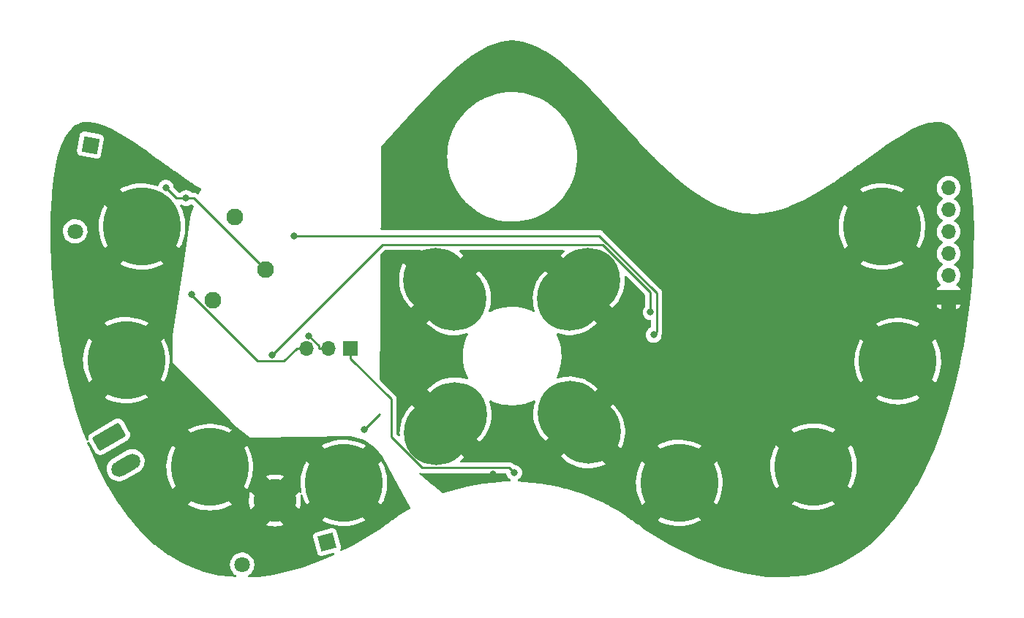
<source format=gbr>
%TF.GenerationSoftware,KiCad,Pcbnew,(6.0.1)*%
%TF.CreationDate,2022-01-29T22:41:37+01:00*%
%TF.ProjectId,AntenneCentraleDipoloStrumentato,416e7465-6e6e-4654-9365-6e7472616c65,rev?*%
%TF.SameCoordinates,Original*%
%TF.FileFunction,Copper,L2,Bot*%
%TF.FilePolarity,Positive*%
%FSLAX46Y46*%
G04 Gerber Fmt 4.6, Leading zero omitted, Abs format (unit mm)*
G04 Created by KiCad (PCBNEW (6.0.1)) date 2022-01-29 22:41:37*
%MOMM*%
%LPD*%
G01*
G04 APERTURE LIST*
G04 Aperture macros list*
%AMRoundRect*
0 Rectangle with rounded corners*
0 $1 Rounding radius*
0 $2 $3 $4 $5 $6 $7 $8 $9 X,Y pos of 4 corners*
0 Add a 4 corners polygon primitive as box body*
4,1,4,$2,$3,$4,$5,$6,$7,$8,$9,$2,$3,0*
0 Add four circle primitives for the rounded corners*
1,1,$1+$1,$2,$3*
1,1,$1+$1,$4,$5*
1,1,$1+$1,$6,$7*
1,1,$1+$1,$8,$9*
0 Add four rect primitives between the rounded corners*
20,1,$1+$1,$2,$3,$4,$5,0*
20,1,$1+$1,$4,$5,$6,$7,0*
20,1,$1+$1,$6,$7,$8,$9,0*
20,1,$1+$1,$8,$9,$2,$3,0*%
%AMHorizOval*
0 Thick line with rounded ends*
0 $1 width*
0 $2 $3 position (X,Y) of the first rounded end (center of the circle)*
0 $4 $5 position (X,Y) of the second rounded end (center of the circle)*
0 Add line between two ends*
20,1,$1,$2,$3,$4,$5,0*
0 Add two circle primitives to create the rounded ends*
1,1,$1,$2,$3*
1,1,$1,$4,$5*%
%AMRotRect*
0 Rectangle, with rotation*
0 The origin of the aperture is its center*
0 $1 length*
0 $2 width*
0 $3 Rotation angle, in degrees counterclockwise*
0 Add horizontal line*
21,1,$1,$2,0,0,$3*%
G04 Aperture macros list end*
%TA.AperFunction,ComponentPad*%
%ADD10HorizOval,7.500000X1.060660X-1.060660X-1.060660X1.060660X0*%
%TD*%
%TA.AperFunction,ComponentPad*%
%ADD11C,0.900000*%
%TD*%
%TA.AperFunction,ComponentPad*%
%ADD12C,9.000000*%
%TD*%
%TA.AperFunction,ComponentPad*%
%ADD13HorizOval,7.500000X-1.060660X1.060660X1.060660X-1.060660X0*%
%TD*%
%TA.AperFunction,ComponentPad*%
%ADD14C,1.950000*%
%TD*%
%TA.AperFunction,ComponentPad*%
%ADD15RotRect,1.800000X1.800000X195.000000*%
%TD*%
%TA.AperFunction,ComponentPad*%
%ADD16HorizOval,1.800000X0.000000X0.000000X0.000000X0.000000X0*%
%TD*%
%TA.AperFunction,ComponentPad*%
%ADD17HorizOval,7.500000X1.060660X1.060660X-1.060660X-1.060660X0*%
%TD*%
%TA.AperFunction,ComponentPad*%
%ADD18R,1.700000X1.700000*%
%TD*%
%TA.AperFunction,ComponentPad*%
%ADD19O,1.700000X1.700000*%
%TD*%
%TA.AperFunction,ComponentPad*%
%ADD20HorizOval,7.500000X-1.060660X-1.060660X1.060660X1.060660X0*%
%TD*%
%TA.AperFunction,ComponentPad*%
%ADD21RoundRect,0.250000X-1.667339X-0.212083X-1.017339X-1.337917X1.667339X0.212083X1.017339X1.337917X0*%
%TD*%
%TA.AperFunction,ComponentPad*%
%ADD22HorizOval,1.800000X-0.779423X-0.450000X0.779423X0.450000X0*%
%TD*%
%TA.AperFunction,ComponentPad*%
%ADD23RotRect,1.800000X1.800000X260.000000*%
%TD*%
%TA.AperFunction,ComponentPad*%
%ADD24HorizOval,1.800000X0.000000X0.000000X0.000000X0.000000X0*%
%TD*%
%TA.AperFunction,ComponentPad*%
%ADD25C,0.800000*%
%TD*%
%TA.AperFunction,ComponentPad*%
%ADD26C,5.000000*%
%TD*%
%TA.AperFunction,ViaPad*%
%ADD27C,0.800000*%
%TD*%
%TA.AperFunction,Conductor*%
%ADD28C,0.250000*%
%TD*%
%TA.AperFunction,Conductor*%
%ADD29C,6.000000*%
%TD*%
G04 APERTURE END LIST*
D10*
%TO.P,H7,1,1*%
%TO.N,GND*%
X140928100Y-92566500D03*
D11*
X141210236Y-96413868D03*
X138647681Y-94846919D03*
X137635811Y-93730398D03*
X137215082Y-90904092D03*
X140645964Y-88719132D03*
X137080732Y-92284364D03*
X143862593Y-95500993D03*
X139265692Y-88853482D03*
X143208519Y-90286081D03*
X144775468Y-92848636D03*
X144641118Y-94228908D03*
X142590508Y-96279518D03*
X144220389Y-91402602D03*
X142091998Y-89274211D03*
X137993607Y-89632007D03*
X139764202Y-95858789D03*
%TD*%
%TO.P,H10,1,1*%
%TO.N,GND*%
X193344800Y-97513800D03*
X195731285Y-103275285D03*
X189969800Y-100888800D03*
X196719800Y-100888800D03*
D12*
X193344800Y-100888800D03*
D11*
X190958315Y-103275285D03*
X195731285Y-98502315D03*
X190958315Y-98502315D03*
X193344800Y-104263800D03*
%TD*%
%TO.P,H9,1,1*%
%TO.N,GND*%
X156181864Y-104153432D03*
X153171711Y-109164698D03*
X154801592Y-104287782D03*
X155300102Y-111293089D03*
X153529507Y-105066307D03*
X152750982Y-106338392D03*
X160177018Y-109663208D03*
X159756289Y-106836902D03*
X152616632Y-107718664D03*
X160311368Y-108282936D03*
D13*
X156464000Y-108000800D03*
D11*
X158126408Y-111713818D03*
X157627898Y-104708511D03*
X156746136Y-111848168D03*
X158744419Y-105720381D03*
X159398493Y-110935293D03*
X154183581Y-110281219D03*
%TD*%
D14*
%TO.P,C3,1*%
%TO.N,Net-(C3-Pad1)*%
X114014505Y-93850529D03*
%TO.P,C3,2*%
%TO.N,GND*%
X120138229Y-90314995D03*
%TO.P,C3,3*%
%TO.N,N/C*%
X116602695Y-84191271D03*
%TD*%
D15*
%TO.P,D2,1,K*%
%TO.N,Net-(C6-Pad2)*%
X127258700Y-121849800D03*
D16*
%TO.P,D2,2,A*%
%TO.N,Net-(D2-Pad2)*%
X117444894Y-124479401D03*
%TD*%
D11*
%TO.P,H11,1,1*%
%TO.N,GND*%
X189129515Y-87679685D03*
X188141000Y-85293200D03*
X193902485Y-82906715D03*
X191516000Y-81918200D03*
X193902485Y-87679685D03*
X189129515Y-82906715D03*
D12*
X191516000Y-85293200D03*
D11*
X191516000Y-88668200D03*
X194891000Y-85293200D03*
%TD*%
%TO.P,H5,1,1*%
%TO.N,Net-(C4-Pad2)*%
X116076885Y-110795915D03*
X111303915Y-110795915D03*
X116076885Y-115568885D03*
X110315400Y-113182400D03*
X113690400Y-109807400D03*
X113690400Y-116557400D03*
D12*
X113690400Y-113182400D03*
D11*
X111303915Y-115568885D03*
X117065400Y-113182400D03*
%TD*%
%TO.P,H12,1,1*%
%TO.N,GND*%
X164671400Y-115011200D03*
X170432885Y-117397685D03*
X171421400Y-115011200D03*
X165659915Y-112624715D03*
X168046400Y-118386200D03*
X170432885Y-112624715D03*
X165659915Y-117397685D03*
X168046400Y-111636200D03*
D12*
X168046400Y-115011200D03*
%TD*%
D11*
%TO.P,H6,1,1*%
%TO.N,GND*%
X155249302Y-89265311D03*
D17*
X156413200Y-92557600D03*
D11*
X160260568Y-92275464D03*
X156695336Y-88710232D03*
X160126218Y-90895192D03*
X159347693Y-89623107D03*
X156131064Y-96404968D03*
X152700182Y-94220008D03*
X158693619Y-94838019D03*
X154750792Y-96270618D03*
X153478707Y-95492093D03*
X152565832Y-92839736D03*
X154132781Y-90277181D03*
X159705489Y-93721498D03*
X158075608Y-88844582D03*
X153120911Y-91393702D03*
X157577098Y-95849889D03*
%TD*%
D18*
%TO.P,J2,1,Pin_1*%
%TO.N,Net-(C7-Pad2)*%
X130007600Y-99440600D03*
D19*
%TO.P,J2,2,Pin_2*%
%TO.N,GND*%
X127467600Y-99440600D03*
%TO.P,J2,3,Pin_3*%
%TO.N,Net-(C1-Pad2)*%
X124927600Y-99440600D03*
%TD*%
D11*
%TO.P,H2,1,1*%
%TO.N,Net-(C4-Pad2)*%
X105867200Y-81918200D03*
X103480715Y-82906715D03*
X103480715Y-87679685D03*
X105867200Y-88668200D03*
X108253685Y-87679685D03*
D12*
X105867200Y-85293200D03*
D11*
X102492200Y-85293200D03*
X108253685Y-82906715D03*
X109242200Y-85293200D03*
%TD*%
%TO.P,H13,1,1*%
%TO.N,GND*%
X180216200Y-113131600D03*
X181204715Y-110745115D03*
X185977685Y-110745115D03*
X183591200Y-109756600D03*
X181204715Y-115518085D03*
X185977685Y-115518085D03*
X186966200Y-113131600D03*
X183591200Y-116506600D03*
D12*
X183591200Y-113131600D03*
%TD*%
D11*
%TO.P,H8,1,1*%
%TO.N,GND*%
X144724918Y-106448892D03*
X143292319Y-110391719D03*
X142674308Y-104398282D03*
X138731481Y-105830881D03*
X137298882Y-109773708D03*
X139349492Y-111824318D03*
X140729764Y-111958668D03*
X138077407Y-111045793D03*
X144304189Y-109275198D03*
X139848002Y-104819011D03*
X142175798Y-111403589D03*
X143946393Y-105176807D03*
X144859268Y-107829164D03*
X137719611Y-106947402D03*
X141294036Y-104263932D03*
X137164532Y-108393436D03*
D20*
X141011900Y-108111300D03*
%TD*%
D21*
%TO.P,J1,1,Pin_1*%
%TO.N,Net-(D1-Pad2)*%
X102062000Y-109652800D03*
D22*
%TO.P,J1,2,Pin_2*%
%TO.N,Net-(D2-Pad2)*%
X103967000Y-112952357D03*
%TD*%
D18*
%TO.P,J3,1,Pin_1*%
%TO.N,GND*%
X199212600Y-93497800D03*
D19*
%TO.P,J3,2,Pin_2*%
%TO.N,Net-(J3-Pad2)*%
X199212600Y-90957800D03*
%TO.P,J3,3,Pin_3*%
%TO.N,Net-(J3-Pad3)*%
X199212600Y-88417800D03*
%TO.P,J3,4,Pin_4*%
%TO.N,Net-(C14-Pad2)*%
X199212600Y-85877800D03*
%TO.P,J3,5,Pin_5*%
%TO.N,Net-(C13-Pad2)*%
X199212600Y-83337800D03*
%TO.P,J3,6,Pin_6*%
%TO.N,Net-(C10-Pad2)*%
X199212600Y-80797800D03*
%TD*%
D23*
%TO.P,D1,1,K*%
%TO.N,Net-(C2-Pad2)*%
X99891300Y-75845400D03*
D24*
%TO.P,D1,2,A*%
%TO.N,Net-(D1-Pad2)*%
X98127035Y-85851047D03*
%TD*%
D11*
%TO.P,H4,1,1*%
%TO.N,Net-(C4-Pad2)*%
X104038400Y-104162200D03*
X101651915Y-98400715D03*
X100663400Y-100787200D03*
X106424885Y-103173685D03*
D12*
X104038400Y-100787200D03*
D11*
X106424885Y-98400715D03*
X107413400Y-100787200D03*
X101651915Y-103173685D03*
X104038400Y-97412200D03*
%TD*%
%TO.P,H1,1,1*%
%TO.N,Net-(C4-Pad2)*%
X129235200Y-111636200D03*
X131621685Y-117397685D03*
X125860200Y-115011200D03*
X129235200Y-118386200D03*
X126848715Y-112624715D03*
D12*
X129235200Y-115011200D03*
D11*
X131621685Y-112624715D03*
X132610200Y-115011200D03*
X126848715Y-117397685D03*
%TD*%
D25*
%TO.P,H3,1,1*%
%TO.N,Net-(C4-Pad2)*%
X121234200Y-115168200D03*
X119908375Y-115717375D03*
X122560025Y-118369025D03*
X123109200Y-117043200D03*
X122560025Y-115717375D03*
X119908375Y-118369025D03*
X121234200Y-118918200D03*
X119359200Y-117043200D03*
D26*
X121234200Y-117043200D03*
%TD*%
D27*
%TO.N,Net-(D4-Pad1)*%
X164719000Y-95219400D03*
X120907300Y-100161700D03*
%TO.N,Net-(D3-Pad1)*%
X123461600Y-86353300D03*
X165081400Y-97847700D03*
%TO.N,Net-(C7-Pad2)*%
X148938000Y-113826100D03*
%TO.N,Net-(C1-Pad2)*%
X111591000Y-93127100D03*
%TO.N,GND*%
X185330900Y-88705200D03*
X164756200Y-79667800D03*
X110955500Y-81998000D03*
X108615600Y-80786700D03*
X154887200Y-114881700D03*
X135407400Y-100738700D03*
X169494200Y-104896300D03*
X131580000Y-108846400D03*
X146493100Y-114004100D03*
X165089700Y-89188200D03*
X163220400Y-86245700D03*
X177319800Y-96786900D03*
X162082100Y-117813700D03*
X125171700Y-97963800D03*
%TD*%
D28*
%TO.N,Net-(D4-Pad1)*%
X133673900Y-87395100D02*
X120907300Y-100161700D01*
X159183200Y-87395100D02*
X133673900Y-87395100D01*
X164719000Y-92930900D02*
X159183200Y-87395100D01*
X164719000Y-95219400D02*
X164719000Y-92930900D01*
%TO.N,Net-(D3-Pad1)*%
X123461600Y-86353400D02*
X123461600Y-86353300D01*
X158778400Y-86353400D02*
X123461600Y-86353400D01*
X165444300Y-93019300D02*
X158778400Y-86353400D01*
X165444300Y-97484800D02*
X165444300Y-93019300D01*
X165081400Y-97847700D02*
X165444300Y-97484800D01*
%TO.N,Net-(C7-Pad2)*%
X134682000Y-105290300D02*
X130007600Y-100615900D01*
X134682000Y-109679300D02*
X134682000Y-105290300D01*
X138250200Y-113247500D02*
X134682000Y-109679300D01*
X148359400Y-113247500D02*
X138250200Y-113247500D01*
X148938000Y-113826100D02*
X148359400Y-113247500D01*
X130007600Y-99440600D02*
X130007600Y-100615900D01*
%TO.N,Net-(C1-Pad2)*%
X124927600Y-99440600D02*
X123752300Y-99440600D01*
X122305900Y-100887000D02*
X123752300Y-99440600D01*
X119196000Y-100887000D02*
X122305900Y-100887000D01*
X111591000Y-93282000D02*
X119196000Y-100887000D01*
X111591000Y-93127100D02*
X111591000Y-93282000D01*
%TO.N,GND*%
X109826900Y-81998000D02*
X108615600Y-80786700D01*
X110955500Y-81998000D02*
X109826900Y-81998000D01*
X133392700Y-107033700D02*
X131580000Y-108846400D01*
X111821200Y-81998000D02*
X110955500Y-81998000D01*
X120138200Y-90315000D02*
X111821200Y-81998000D01*
X126292300Y-99084400D02*
X125171700Y-97963800D01*
X126292300Y-99440600D02*
X126292300Y-99084400D01*
X127467600Y-99440600D02*
X126292300Y-99440600D01*
D29*
%TO.N,Net-(C4-Pad2)*%
X105867000Y-85293200D02*
X105766000Y-85394800D01*
X113690000Y-113182000D02*
X113690000Y-113360000D01*
X104038000Y-100787000D02*
X104038000Y-102210000D01*
%TD*%
%TA.AperFunction,Conductor*%
%TO.N,Net-(C4-Pad2)*%
G36*
X99730030Y-73163701D02*
G01*
X100330346Y-73243657D01*
X100346589Y-73246919D01*
X101003225Y-73424411D01*
X101015401Y-73428377D01*
X101722557Y-73699139D01*
X101731542Y-73702985D01*
X102482952Y-74059727D01*
X102489539Y-74063094D01*
X103279749Y-74496822D01*
X103284543Y-74499592D01*
X104041508Y-74959472D01*
X104108928Y-75000432D01*
X104112353Y-75002589D01*
X104352973Y-75159599D01*
X104967214Y-75560405D01*
X104969583Y-75561989D01*
X105851636Y-76166430D01*
X105853141Y-76167478D01*
X106231592Y-76434993D01*
X106697013Y-76763984D01*
X106759658Y-76808266D01*
X106760395Y-76808791D01*
X107542578Y-77370564D01*
X107688804Y-77475585D01*
X107688784Y-77475614D01*
X107688920Y-77475669D01*
X108587062Y-78122291D01*
X108604282Y-78134689D01*
X108605018Y-78135260D01*
X108605751Y-78135976D01*
X108608061Y-78137622D01*
X108636764Y-78158077D01*
X108637259Y-78158432D01*
X108663292Y-78177174D01*
X108665580Y-78178821D01*
X108666489Y-78179296D01*
X108667258Y-78179807D01*
X108799699Y-78274186D01*
X109568404Y-78821974D01*
X109570187Y-78823337D01*
X109571803Y-78824882D01*
X109575807Y-78827671D01*
X109575812Y-78827675D01*
X109601417Y-78845510D01*
X109602522Y-78846288D01*
X109629524Y-78865530D01*
X109631512Y-78866557D01*
X109633449Y-78867821D01*
X109893274Y-79048800D01*
X110547196Y-79504285D01*
X110550380Y-79506648D01*
X110552906Y-79508984D01*
X110581427Y-79528150D01*
X110583099Y-79529294D01*
X110608676Y-79547109D01*
X110611732Y-79548647D01*
X110615137Y-79550803D01*
X111538809Y-80171499D01*
X111543845Y-80175085D01*
X111547329Y-80178160D01*
X111551434Y-80180783D01*
X111551440Y-80180788D01*
X111574524Y-80195540D01*
X111576948Y-80197128D01*
X111601174Y-80213408D01*
X111605215Y-80215357D01*
X111605679Y-80215623D01*
X111610856Y-80218758D01*
X112065707Y-80509445D01*
X112541180Y-80813311D01*
X112546132Y-80816643D01*
X112549719Y-80819182D01*
X112553462Y-80822292D01*
X112557641Y-80824791D01*
X112557642Y-80824791D01*
X112579329Y-80837757D01*
X112582524Y-80839733D01*
X112601494Y-80851856D01*
X112605278Y-80854274D01*
X112609362Y-80856129D01*
X112613300Y-80858268D01*
X112613229Y-80858399D01*
X112618357Y-80861088D01*
X112630517Y-80868358D01*
X112678722Y-80920477D01*
X112691098Y-80990386D01*
X112681942Y-81025516D01*
X112476681Y-81511661D01*
X112431758Y-81566637D01*
X112364243Y-81588598D01*
X112295573Y-81570572D01*
X112274350Y-81554500D01*
X112263548Y-81544356D01*
X112260707Y-81541602D01*
X112240970Y-81521865D01*
X112237773Y-81519385D01*
X112228751Y-81511680D01*
X112202300Y-81486841D01*
X112196521Y-81481414D01*
X112189575Y-81477595D01*
X112189572Y-81477593D01*
X112178766Y-81471652D01*
X112162247Y-81460801D01*
X112160611Y-81459532D01*
X112146241Y-81448386D01*
X112138972Y-81445241D01*
X112138968Y-81445238D01*
X112105663Y-81430826D01*
X112095013Y-81425609D01*
X112056260Y-81404305D01*
X112036637Y-81399267D01*
X112017934Y-81392863D01*
X112006620Y-81387967D01*
X112006619Y-81387967D01*
X111999345Y-81384819D01*
X111991522Y-81383580D01*
X111991512Y-81383577D01*
X111955676Y-81377901D01*
X111944056Y-81375495D01*
X111908911Y-81366472D01*
X111908910Y-81366472D01*
X111901230Y-81364500D01*
X111880976Y-81364500D01*
X111861265Y-81362949D01*
X111849086Y-81361020D01*
X111841257Y-81359780D01*
X111833365Y-81360526D01*
X111797239Y-81363941D01*
X111785381Y-81364500D01*
X111663700Y-81364500D01*
X111595579Y-81344498D01*
X111576353Y-81328157D01*
X111576080Y-81328460D01*
X111571168Y-81324037D01*
X111566753Y-81319134D01*
X111487192Y-81261329D01*
X111417594Y-81210763D01*
X111417593Y-81210762D01*
X111412252Y-81206882D01*
X111406224Y-81204198D01*
X111406222Y-81204197D01*
X111243819Y-81131891D01*
X111243818Y-81131891D01*
X111237788Y-81129206D01*
X111123518Y-81104917D01*
X111057444Y-81090872D01*
X111057439Y-81090872D01*
X111050987Y-81089500D01*
X110860013Y-81089500D01*
X110853561Y-81090872D01*
X110853556Y-81090872D01*
X110787482Y-81104917D01*
X110673212Y-81129206D01*
X110667182Y-81131891D01*
X110667181Y-81131891D01*
X110504778Y-81204197D01*
X110504776Y-81204198D01*
X110498748Y-81206882D01*
X110493407Y-81210762D01*
X110493406Y-81210763D01*
X110423808Y-81261329D01*
X110344247Y-81319134D01*
X110339832Y-81324037D01*
X110334920Y-81328460D01*
X110333795Y-81327211D01*
X110280486Y-81360051D01*
X110247300Y-81364500D01*
X110141494Y-81364500D01*
X110073373Y-81344498D01*
X110052399Y-81327595D01*
X109562722Y-80837918D01*
X109528696Y-80775606D01*
X109526507Y-80761993D01*
X109509832Y-80603335D01*
X109509832Y-80603333D01*
X109509142Y-80596772D01*
X109450127Y-80415144D01*
X109354640Y-80249756D01*
X109326738Y-80218767D01*
X109231275Y-80112745D01*
X109231274Y-80112744D01*
X109226853Y-80107834D01*
X109072352Y-79995582D01*
X109066324Y-79992898D01*
X109066322Y-79992897D01*
X108903919Y-79920591D01*
X108903918Y-79920591D01*
X108897888Y-79917906D01*
X108804488Y-79898053D01*
X108717544Y-79879572D01*
X108717539Y-79879572D01*
X108711087Y-79878200D01*
X108520113Y-79878200D01*
X108513661Y-79879572D01*
X108513656Y-79879572D01*
X108426712Y-79898053D01*
X108333312Y-79917906D01*
X108327282Y-79920591D01*
X108327281Y-79920591D01*
X108164878Y-79992897D01*
X108164876Y-79992898D01*
X108158848Y-79995582D01*
X108004347Y-80107834D01*
X107999926Y-80112744D01*
X107999925Y-80112745D01*
X107904463Y-80218767D01*
X107876560Y-80249756D01*
X107781073Y-80415144D01*
X107750432Y-80509446D01*
X107710360Y-80568051D01*
X107644963Y-80595688D01*
X107585138Y-80588021D01*
X107468792Y-80543010D01*
X107463454Y-80541213D01*
X107040154Y-80419434D01*
X107034730Y-80418132D01*
X106602268Y-80334461D01*
X106596739Y-80333645D01*
X106158553Y-80288750D01*
X106152971Y-80288428D01*
X105712546Y-80282663D01*
X105706935Y-80282839D01*
X105267741Y-80316248D01*
X105262184Y-80316920D01*
X104827704Y-80389237D01*
X104822207Y-80390405D01*
X104395880Y-80501058D01*
X104390514Y-80502710D01*
X103975709Y-80650822D01*
X103970521Y-80652939D01*
X103570511Y-80837347D01*
X103565542Y-80839911D01*
X103340951Y-80968797D01*
X103331193Y-80978977D01*
X103334351Y-80986927D01*
X110169708Y-87822284D01*
X110182088Y-87829044D01*
X110189507Y-87823490D01*
X110271312Y-87687612D01*
X110273977Y-87682703D01*
X110466715Y-87286655D01*
X110468950Y-87281489D01*
X110625719Y-86869875D01*
X110627475Y-86864563D01*
X110747038Y-86440627D01*
X110748314Y-86435191D01*
X110829720Y-86002292D01*
X110830507Y-85996755D01*
X110873163Y-85557780D01*
X110873436Y-85553343D01*
X110880190Y-85295434D01*
X110880148Y-85290962D01*
X110860527Y-84850377D01*
X110860029Y-84844790D01*
X110801393Y-84408247D01*
X110800400Y-84402724D01*
X110703190Y-83973120D01*
X110701717Y-83967733D01*
X110566699Y-83548461D01*
X110564744Y-83543203D01*
X110393001Y-83137619D01*
X110390582Y-83132548D01*
X110280838Y-82926583D01*
X110266458Y-82857059D01*
X110291948Y-82790796D01*
X110349216Y-82748833D01*
X110420080Y-82744493D01*
X110466099Y-82765397D01*
X110498748Y-82789118D01*
X110504776Y-82791802D01*
X110504778Y-82791803D01*
X110667181Y-82864109D01*
X110673212Y-82866794D01*
X110766612Y-82886647D01*
X110853556Y-82905128D01*
X110853561Y-82905128D01*
X110860013Y-82906500D01*
X111050987Y-82906500D01*
X111057439Y-82905128D01*
X111057444Y-82905128D01*
X111144388Y-82886647D01*
X111237788Y-82866794D01*
X111243819Y-82864109D01*
X111406222Y-82791803D01*
X111406224Y-82791802D01*
X111412252Y-82789118D01*
X111444901Y-82765397D01*
X111501359Y-82724378D01*
X111568227Y-82700519D01*
X111637378Y-82716600D01*
X111664515Y-82737219D01*
X111819753Y-82892457D01*
X111853779Y-82954769D01*
X111853162Y-82988417D01*
X111480600Y-83870800D01*
X111379000Y-84861400D01*
X111378506Y-84865193D01*
X111378506Y-84865195D01*
X111122311Y-86833933D01*
X111121822Y-86837325D01*
X110574126Y-90306069D01*
X109372400Y-97917000D01*
X109423200Y-101117400D01*
X110556788Y-102247119D01*
X113949838Y-105628589D01*
X116101654Y-107773061D01*
X116181202Y-107852338D01*
X116181211Y-107852346D01*
X116865400Y-108534200D01*
X118364000Y-109753400D01*
X119329879Y-109741573D01*
X119340851Y-109741439D01*
X119340853Y-109741439D01*
X129900011Y-109612143D01*
X129933257Y-109616187D01*
X131568353Y-110041250D01*
X131599355Y-110053909D01*
X131718351Y-110122185D01*
X131768502Y-110150960D01*
X131778990Y-110157688D01*
X131926098Y-110262681D01*
X132853175Y-110924348D01*
X132878322Y-110948137D01*
X133691262Y-111963103D01*
X133703573Y-111981611D01*
X135466489Y-115218777D01*
X136897498Y-117846477D01*
X136912511Y-117915865D01*
X136887625Y-117982357D01*
X136849555Y-118016019D01*
X136463197Y-118237732D01*
X135657020Y-118744341D01*
X134871787Y-119282842D01*
X134798737Y-119337367D01*
X134262834Y-119737368D01*
X134108758Y-119852371D01*
X134107768Y-119853174D01*
X134107765Y-119853176D01*
X133389952Y-120435154D01*
X133374509Y-120445870D01*
X130266170Y-122275241D01*
X130257465Y-122279915D01*
X129898008Y-122455089D01*
X128977852Y-122903508D01*
X128907853Y-122915370D01*
X128842554Y-122887504D01*
X128802685Y-122828759D01*
X128800906Y-122757784D01*
X128806840Y-122743448D01*
X128805872Y-122743060D01*
X128856742Y-122616199D01*
X128860083Y-122607867D01*
X128874171Y-122462892D01*
X128864602Y-122401080D01*
X128373811Y-120569426D01*
X128351193Y-120511111D01*
X128266505Y-120392603D01*
X128151960Y-120302628D01*
X128016767Y-120248417D01*
X127871792Y-120234329D01*
X127809980Y-120243898D01*
X125978326Y-120734689D01*
X125920011Y-120757307D01*
X125801503Y-120841995D01*
X125711528Y-120956540D01*
X125708189Y-120964868D01*
X125708188Y-120964869D01*
X125660658Y-121083401D01*
X125657317Y-121091733D01*
X125643229Y-121236708D01*
X125652798Y-121298520D01*
X126143589Y-123130174D01*
X126166207Y-123188489D01*
X126250895Y-123306997D01*
X126365440Y-123396972D01*
X126373768Y-123400311D01*
X126373769Y-123400312D01*
X126429147Y-123422518D01*
X126500633Y-123451183D01*
X126645608Y-123465271D01*
X126707420Y-123455702D01*
X127967746Y-123117998D01*
X128038722Y-123119688D01*
X128097518Y-123159482D01*
X128125466Y-123224746D01*
X128113693Y-123294760D01*
X128065936Y-123347294D01*
X128055555Y-123352971D01*
X127827595Y-123464063D01*
X127576913Y-123586228D01*
X127272622Y-123734518D01*
X127262274Y-123738999D01*
X124447439Y-124811067D01*
X124435284Y-124815003D01*
X122447514Y-125348961D01*
X121787392Y-125526284D01*
X121773397Y-125529204D01*
X121075962Y-125633826D01*
X119288454Y-125901970D01*
X119272827Y-125903327D01*
X118908542Y-125912192D01*
X118233600Y-125928617D01*
X118165014Y-125910278D01*
X118117230Y-125857769D01*
X118105419Y-125787762D01*
X118133332Y-125722483D01*
X118165416Y-125694941D01*
X118168578Y-125693392D01*
X118357137Y-125558895D01*
X118521197Y-125395406D01*
X118656352Y-125207318D01*
X118703535Y-125111851D01*
X118756678Y-125004323D01*
X118756679Y-125004321D01*
X118758972Y-124999681D01*
X118826302Y-124778072D01*
X118856534Y-124548442D01*
X118858221Y-124479401D01*
X118851926Y-124402835D01*
X118839667Y-124253719D01*
X118839666Y-124253713D01*
X118839243Y-124248568D01*
X118782819Y-124023934D01*
X118780760Y-124019198D01*
X118692524Y-123816269D01*
X118692522Y-123816266D01*
X118690464Y-123811532D01*
X118564658Y-123617066D01*
X118408781Y-123445759D01*
X118404730Y-123442560D01*
X118404726Y-123442556D01*
X118231071Y-123305412D01*
X118231066Y-123305409D01*
X118227017Y-123302211D01*
X118222501Y-123299718D01*
X118222498Y-123299716D01*
X118028773Y-123192774D01*
X118028769Y-123192772D01*
X118024249Y-123190277D01*
X118019380Y-123188553D01*
X118019376Y-123188551D01*
X117810797Y-123114689D01*
X117810793Y-123114688D01*
X117805922Y-123112963D01*
X117800829Y-123112056D01*
X117800826Y-123112055D01*
X117582989Y-123073252D01*
X117582983Y-123073251D01*
X117577900Y-123072346D01*
X117504990Y-123071455D01*
X117351475Y-123069580D01*
X117351473Y-123069580D01*
X117346305Y-123069517D01*
X117117358Y-123104551D01*
X116897208Y-123176507D01*
X116892620Y-123178895D01*
X116892616Y-123178897D01*
X116804541Y-123224746D01*
X116691766Y-123283453D01*
X116687633Y-123286556D01*
X116687630Y-123286558D01*
X116520508Y-123412037D01*
X116506549Y-123422518D01*
X116346533Y-123589965D01*
X116343619Y-123594237D01*
X116343618Y-123594238D01*
X116328046Y-123617066D01*
X116216013Y-123781300D01*
X116118496Y-123991382D01*
X116056601Y-124214570D01*
X116031989Y-124444870D01*
X116032286Y-124450023D01*
X116032286Y-124450026D01*
X116037961Y-124548442D01*
X116045321Y-124676098D01*
X116046458Y-124681144D01*
X116046459Y-124681150D01*
X116075738Y-124811067D01*
X116096240Y-124902043D01*
X116098182Y-124906825D01*
X116098183Y-124906829D01*
X116181434Y-125111851D01*
X116183378Y-125116638D01*
X116304395Y-125314120D01*
X116456041Y-125489185D01*
X116634243Y-125637131D01*
X116638710Y-125639741D01*
X116734183Y-125695531D01*
X116782907Y-125747169D01*
X116795978Y-125816952D01*
X116769247Y-125882724D01*
X116711200Y-125923603D01*
X116656934Y-125929574D01*
X116167553Y-125876126D01*
X114751974Y-125721524D01*
X114734911Y-125718461D01*
X112700746Y-125206667D01*
X112684295Y-125201303D01*
X111931003Y-124897001D01*
X110784609Y-124433900D01*
X110769603Y-124426649D01*
X110455909Y-124248568D01*
X108997320Y-123420543D01*
X108984284Y-123412037D01*
X108904943Y-123352971D01*
X107334048Y-122183504D01*
X107323173Y-122174414D01*
X106549969Y-121450425D01*
X105791217Y-120739969D01*
X105782402Y-120730839D01*
X105545939Y-120459862D01*
X105026402Y-119864493D01*
X120191950Y-119864493D01*
X120195139Y-119868753D01*
X120239938Y-119887309D01*
X120246789Y-119889695D01*
X120573412Y-119982736D01*
X120580501Y-119984320D01*
X120915665Y-120039206D01*
X120922871Y-120039963D01*
X121262126Y-120055962D01*
X121269376Y-120055886D01*
X121608210Y-120032787D01*
X121615419Y-120031876D01*
X121949360Y-119969984D01*
X121956390Y-119968257D01*
X122272173Y-119871109D01*
X122278978Y-119865396D01*
X122277450Y-119859873D01*
X121746545Y-119328968D01*
X126696476Y-119328968D01*
X126702763Y-119337367D01*
X126703613Y-119337916D01*
X126708476Y-119340757D01*
X127098248Y-119545826D01*
X127103350Y-119548227D01*
X127509833Y-119717847D01*
X127515088Y-119719770D01*
X127935060Y-119852589D01*
X127940459Y-119854036D01*
X128370575Y-119948996D01*
X128376086Y-119949958D01*
X128812949Y-120006310D01*
X128818512Y-120006777D01*
X129258653Y-120024069D01*
X129264245Y-120024040D01*
X129704165Y-120002140D01*
X129709748Y-120001612D01*
X130145988Y-119940690D01*
X130151475Y-119939673D01*
X130580581Y-119840212D01*
X130585967Y-119838708D01*
X131004533Y-119701496D01*
X131009750Y-119699524D01*
X131414460Y-119525647D01*
X131419503Y-119523209D01*
X131763583Y-119337554D01*
X131773605Y-119327631D01*
X131770933Y-119320357D01*
X129248012Y-116797436D01*
X129234068Y-116789822D01*
X129232235Y-116789953D01*
X129225620Y-116794204D01*
X126703236Y-119316588D01*
X126696476Y-119328968D01*
X121746545Y-119328968D01*
X121580643Y-119163066D01*
X121566699Y-119155452D01*
X121564866Y-119155583D01*
X121558251Y-119159834D01*
X121323295Y-119394790D01*
X121260983Y-119428816D01*
X121190168Y-119423751D01*
X121145105Y-119394790D01*
X120913381Y-119163066D01*
X120899437Y-119155452D01*
X120897604Y-119155583D01*
X120890989Y-119159834D01*
X120198710Y-119852113D01*
X120191950Y-119864493D01*
X105026402Y-119864493D01*
X104366057Y-119107764D01*
X104359069Y-119098995D01*
X103197640Y-117500168D01*
X111151676Y-117500168D01*
X111157963Y-117508567D01*
X111158813Y-117509116D01*
X111163676Y-117511957D01*
X111553448Y-117717026D01*
X111558550Y-117719427D01*
X111965033Y-117889047D01*
X111970288Y-117890970D01*
X112390260Y-118023789D01*
X112395659Y-118025236D01*
X112825775Y-118120196D01*
X112831286Y-118121158D01*
X113268149Y-118177510D01*
X113273712Y-118177977D01*
X113713853Y-118195269D01*
X113719445Y-118195240D01*
X114159365Y-118173340D01*
X114164948Y-118172812D01*
X114601188Y-118111890D01*
X114606675Y-118110873D01*
X115035781Y-118011412D01*
X115041167Y-118009908D01*
X115459733Y-117872696D01*
X115464950Y-117870724D01*
X115869660Y-117696847D01*
X115874703Y-117694409D01*
X116218783Y-117508754D01*
X116228805Y-117498831D01*
X116226133Y-117491557D01*
X115686763Y-116952187D01*
X118222684Y-116952187D01*
X118231574Y-117291705D01*
X118232180Y-117298921D01*
X118280035Y-117635163D01*
X118281469Y-117642274D01*
X118367655Y-117970795D01*
X118369892Y-117977678D01*
X118407185Y-118073331D01*
X118415803Y-118084496D01*
X118420599Y-118083378D01*
X119114334Y-117389643D01*
X119120712Y-117377963D01*
X123346452Y-117377963D01*
X123346583Y-117379796D01*
X123350834Y-117386411D01*
X124041536Y-118077113D01*
X124053916Y-118083873D01*
X124057561Y-118081144D01*
X124117449Y-117917493D01*
X124119545Y-117910551D01*
X124198831Y-117580303D01*
X124200115Y-117573164D01*
X124241016Y-117235173D01*
X124241440Y-117229603D01*
X124247210Y-117045997D01*
X124247137Y-117040404D01*
X124227538Y-116700503D01*
X124226706Y-116693313D01*
X124195814Y-116516307D01*
X124203807Y-116445761D01*
X124248670Y-116390736D01*
X124316160Y-116368701D01*
X124384850Y-116386651D01*
X124432931Y-116438889D01*
X124440843Y-116459174D01*
X124491644Y-116632338D01*
X124493450Y-116637613D01*
X124654526Y-117047577D01*
X124656808Y-117052701D01*
X124853685Y-117446716D01*
X124856409Y-117451609D01*
X124909808Y-117538238D01*
X124920292Y-117547673D01*
X124929147Y-117543829D01*
X127448964Y-115024012D01*
X127455342Y-115012332D01*
X131013822Y-115012332D01*
X131013953Y-115014165D01*
X131018204Y-115020780D01*
X133537708Y-117540284D01*
X133550088Y-117547044D01*
X133557507Y-117541490D01*
X133639312Y-117405612D01*
X133641977Y-117400703D01*
X133834715Y-117004655D01*
X133836950Y-116999489D01*
X133993719Y-116587875D01*
X133995475Y-116582563D01*
X134115038Y-116158627D01*
X134116314Y-116153191D01*
X134197720Y-115720292D01*
X134198507Y-115714755D01*
X134241163Y-115275780D01*
X134241436Y-115271343D01*
X134248190Y-115013434D01*
X134248148Y-115008962D01*
X134228527Y-114568377D01*
X134228029Y-114562790D01*
X134169393Y-114126247D01*
X134168400Y-114120724D01*
X134071190Y-113691120D01*
X134069717Y-113685733D01*
X133934699Y-113266461D01*
X133932744Y-113261203D01*
X133761001Y-112855619D01*
X133758582Y-112850548D01*
X133562252Y-112482080D01*
X133552383Y-112472006D01*
X133545235Y-112474589D01*
X131021436Y-114998388D01*
X131013822Y-115012332D01*
X127455342Y-115012332D01*
X127456578Y-115010068D01*
X127456447Y-115008235D01*
X127452196Y-115001620D01*
X124932357Y-112481781D01*
X124919977Y-112475021D01*
X124913266Y-112480045D01*
X124769919Y-112732895D01*
X124767388Y-112737862D01*
X124585066Y-113138856D01*
X124582988Y-113144024D01*
X124437040Y-113559626D01*
X124435419Y-113564995D01*
X124326998Y-113991905D01*
X124325864Y-113997378D01*
X124255821Y-114432244D01*
X124255176Y-114437822D01*
X124224069Y-114877164D01*
X124223922Y-114882785D01*
X124231993Y-115323181D01*
X124232343Y-115328747D01*
X124279533Y-115766691D01*
X124280380Y-115772229D01*
X124327584Y-116009539D01*
X124321256Y-116080253D01*
X124277702Y-116136320D01*
X124210749Y-116159939D01*
X124141655Y-116143612D01*
X124092357Y-116092522D01*
X124083194Y-116069906D01*
X124070199Y-116026037D01*
X124067740Y-116019206D01*
X124064047Y-116010547D01*
X124055084Y-115999660D01*
X124049738Y-116001085D01*
X123354066Y-116696757D01*
X123346452Y-116710701D01*
X123346583Y-116712534D01*
X123350834Y-116719149D01*
X123585790Y-116954105D01*
X123619816Y-117016417D01*
X123614751Y-117087232D01*
X123585790Y-117132295D01*
X123354066Y-117364019D01*
X123346452Y-117377963D01*
X119120712Y-117377963D01*
X119121948Y-117375699D01*
X119121817Y-117373866D01*
X119117566Y-117367251D01*
X118882610Y-117132295D01*
X118848584Y-117069983D01*
X118853649Y-116999168D01*
X118882610Y-116954105D01*
X119114334Y-116722381D01*
X119121948Y-116708437D01*
X119121817Y-116706604D01*
X119117566Y-116699989D01*
X118425346Y-116007769D01*
X118412966Y-116001009D01*
X118410113Y-116003145D01*
X118409330Y-116004645D01*
X118324911Y-116259907D01*
X118323034Y-116266911D01*
X118254161Y-116599488D01*
X118253104Y-116606649D01*
X118222912Y-116944935D01*
X118222684Y-116952187D01*
X115686763Y-116952187D01*
X113703212Y-114968636D01*
X113689268Y-114961022D01*
X113687435Y-114961153D01*
X113680820Y-114965404D01*
X111158436Y-117487788D01*
X111151676Y-117500168D01*
X103197640Y-117500168D01*
X103056191Y-117305449D01*
X103050706Y-117297236D01*
X101859283Y-115352175D01*
X101854988Y-115344585D01*
X101816831Y-115271343D01*
X101097954Y-113891492D01*
X100819992Y-113357956D01*
X101774682Y-113357956D01*
X101774966Y-113363288D01*
X101774966Y-113363291D01*
X101782248Y-113499947D01*
X101787401Y-113596647D01*
X101840154Y-113829785D01*
X101842189Y-113834711D01*
X101842191Y-113834716D01*
X101863266Y-113885720D01*
X101931435Y-114050701D01*
X102058633Y-114253078D01*
X102218110Y-114431131D01*
X102405307Y-114579768D01*
X102409980Y-114582332D01*
X102409982Y-114582333D01*
X102610192Y-114692172D01*
X102610197Y-114692174D01*
X102614872Y-114694739D01*
X102840812Y-114772757D01*
X102846079Y-114773624D01*
X102846082Y-114773625D01*
X103068001Y-114810164D01*
X103076668Y-114811591D01*
X103195422Y-114810866D01*
X103310367Y-114810164D01*
X103310372Y-114810164D01*
X103315694Y-114810131D01*
X103551058Y-114768418D01*
X103763422Y-114692172D01*
X103772115Y-114689051D01*
X103772116Y-114689050D01*
X103776028Y-114687646D01*
X103779721Y-114685740D01*
X103796982Y-114676831D01*
X103796993Y-114676825D01*
X103798324Y-114676138D01*
X105502645Y-113692148D01*
X105649380Y-113589975D01*
X105794638Y-113446980D01*
X105815920Y-113426030D01*
X105815921Y-113426028D01*
X105819722Y-113422287D01*
X105959376Y-113228295D01*
X106014555Y-113115411D01*
X106044581Y-113053985D01*
X108679122Y-113053985D01*
X108687193Y-113494381D01*
X108687543Y-113499947D01*
X108734733Y-113937891D01*
X108735580Y-113943430D01*
X108821512Y-114375442D01*
X108822841Y-114380853D01*
X108946844Y-114803538D01*
X108948650Y-114808813D01*
X109109726Y-115218777D01*
X109112008Y-115223901D01*
X109308885Y-115617916D01*
X109311609Y-115622809D01*
X109365008Y-115709438D01*
X109375492Y-115718873D01*
X109384347Y-115715029D01*
X111904164Y-113195212D01*
X111910542Y-113183532D01*
X115469022Y-113183532D01*
X115469153Y-113185365D01*
X115473404Y-113191980D01*
X117992908Y-115711484D01*
X118005288Y-115718244D01*
X118012707Y-115712690D01*
X118094512Y-115576812D01*
X118097177Y-115571903D01*
X118289915Y-115175855D01*
X118292150Y-115170689D01*
X118448919Y-114759075D01*
X118450675Y-114753763D01*
X118570238Y-114329827D01*
X118571514Y-114324391D01*
X118590284Y-114224578D01*
X120192353Y-114224578D01*
X120193081Y-114228423D01*
X120193709Y-114229286D01*
X120887757Y-114923334D01*
X120901701Y-114930948D01*
X120903534Y-114930817D01*
X120910149Y-114926566D01*
X121145105Y-114691610D01*
X121207417Y-114657584D01*
X121278232Y-114662649D01*
X121323295Y-114691610D01*
X121555019Y-114923334D01*
X121568963Y-114930948D01*
X121570796Y-114930817D01*
X121577411Y-114926566D01*
X122268129Y-114235848D01*
X122274889Y-114223468D01*
X122272051Y-114219677D01*
X122138639Y-114169265D01*
X122131713Y-114167094D01*
X121802312Y-114084355D01*
X121795205Y-114082999D01*
X121458478Y-114038668D01*
X121451236Y-114038137D01*
X121111667Y-114032802D01*
X121104405Y-114033106D01*
X120766456Y-114066838D01*
X120759308Y-114067970D01*
X120427462Y-114140324D01*
X120420485Y-114142273D01*
X120203867Y-114216437D01*
X120192353Y-114224578D01*
X118590284Y-114224578D01*
X118652920Y-113891492D01*
X118653707Y-113885955D01*
X118696363Y-113446980D01*
X118696636Y-113442543D01*
X118703390Y-113184634D01*
X118703348Y-113180162D01*
X118683727Y-112739577D01*
X118683229Y-112733990D01*
X118624593Y-112297447D01*
X118623600Y-112291924D01*
X118526390Y-111862320D01*
X118524917Y-111856933D01*
X118389899Y-111437661D01*
X118387944Y-111432403D01*
X118216201Y-111026819D01*
X118213782Y-111021748D01*
X118040735Y-110696977D01*
X126699193Y-110696977D01*
X126702351Y-110704927D01*
X129222388Y-113224964D01*
X129236332Y-113232578D01*
X129238165Y-113232447D01*
X129244780Y-113228196D01*
X131764517Y-110708459D01*
X131771277Y-110696079D01*
X131765609Y-110688507D01*
X131652654Y-110619695D01*
X131647736Y-110616991D01*
X131252688Y-110422174D01*
X131247579Y-110419932D01*
X130836763Y-110260999D01*
X130831473Y-110259219D01*
X130408154Y-110137434D01*
X130402730Y-110136132D01*
X129970268Y-110052461D01*
X129964739Y-110051645D01*
X129526553Y-110006750D01*
X129520971Y-110006428D01*
X129080546Y-110000663D01*
X129074935Y-110000839D01*
X128635741Y-110034248D01*
X128630184Y-110034920D01*
X128195704Y-110107237D01*
X128190207Y-110108405D01*
X127763880Y-110219058D01*
X127758514Y-110220710D01*
X127343709Y-110368822D01*
X127338521Y-110370939D01*
X126938511Y-110555347D01*
X126933542Y-110557911D01*
X126708951Y-110686797D01*
X126699193Y-110696977D01*
X118040735Y-110696977D01*
X118017452Y-110653280D01*
X118007583Y-110643206D01*
X118000435Y-110645789D01*
X115476636Y-113169588D01*
X115469022Y-113183532D01*
X111910542Y-113183532D01*
X111911778Y-113181268D01*
X111911647Y-113179435D01*
X111907396Y-113172820D01*
X109387557Y-110652981D01*
X109375177Y-110646221D01*
X109368466Y-110651245D01*
X109225119Y-110904095D01*
X109222588Y-110909062D01*
X109040266Y-111310056D01*
X109038188Y-111315224D01*
X108892240Y-111730826D01*
X108890619Y-111736195D01*
X108782198Y-112163105D01*
X108781064Y-112168578D01*
X108711021Y-112603444D01*
X108710376Y-112609022D01*
X108679269Y-113048364D01*
X108679122Y-113053985D01*
X106044581Y-113053985D01*
X106062007Y-113018337D01*
X106062009Y-113018333D01*
X106064348Y-113013547D01*
X106131636Y-112784182D01*
X106132254Y-112778882D01*
X106158699Y-112552064D01*
X106158699Y-112552058D01*
X106159317Y-112546759D01*
X106147154Y-112318489D01*
X106146883Y-112313394D01*
X106146883Y-112313392D01*
X106146599Y-112308067D01*
X106093845Y-112074929D01*
X106047640Y-111963103D01*
X106004602Y-111858942D01*
X106004600Y-111858938D01*
X106002565Y-111854013D01*
X105999731Y-111849505D01*
X105999729Y-111849500D01*
X105928514Y-111736195D01*
X105875367Y-111651636D01*
X105715890Y-111473583D01*
X105528693Y-111324946D01*
X105319128Y-111209975D01*
X105308676Y-111206366D01*
X105098222Y-111133695D01*
X105098216Y-111133693D01*
X105093187Y-111131957D01*
X105087935Y-111131092D01*
X105087930Y-111131091D01*
X104866199Y-111094583D01*
X104857332Y-111093123D01*
X104738578Y-111093848D01*
X104623632Y-111094550D01*
X104623627Y-111094550D01*
X104618305Y-111094583D01*
X104382942Y-111136296D01*
X104157972Y-111217068D01*
X104154281Y-111218973D01*
X104154279Y-111218974D01*
X104137018Y-111227883D01*
X104137007Y-111227889D01*
X104135676Y-111228576D01*
X102431355Y-112212566D01*
X102284620Y-112314739D01*
X102114278Y-112482428D01*
X102111161Y-112486758D01*
X102111160Y-112486759D01*
X101990904Y-112653805D01*
X101974623Y-112676420D01*
X101869652Y-112891167D01*
X101802363Y-113120532D01*
X101774682Y-113357956D01*
X100819992Y-113357956D01*
X100772836Y-113267442D01*
X100769483Y-113260495D01*
X100054836Y-111656149D01*
X99794181Y-111070993D01*
X99791565Y-111064663D01*
X99536325Y-110396027D01*
X99530718Y-110325252D01*
X99564265Y-110262681D01*
X99626314Y-110228179D01*
X99697167Y-110232701D01*
X99754327Y-110274812D01*
X99763157Y-110288089D01*
X100412980Y-111413614D01*
X100475367Y-111499723D01*
X100607734Y-111617037D01*
X100763537Y-111700753D01*
X100934421Y-111746381D01*
X100941735Y-111746592D01*
X100941737Y-111746592D01*
X101012932Y-111748643D01*
X101111219Y-111751475D01*
X101185327Y-111736195D01*
X101277706Y-111717148D01*
X101277709Y-111717147D01*
X101284446Y-111715758D01*
X101380263Y-111672797D01*
X104152237Y-110072397D01*
X104238346Y-110010010D01*
X104355660Y-109877643D01*
X104439376Y-109721840D01*
X104485004Y-109550956D01*
X104490098Y-109374158D01*
X104473065Y-109291547D01*
X104455771Y-109207671D01*
X104455770Y-109207667D01*
X104454381Y-109200932D01*
X104411420Y-109105114D01*
X104274624Y-108868177D01*
X111154393Y-108868177D01*
X111157551Y-108876127D01*
X113677588Y-111396164D01*
X113691532Y-111403778D01*
X113693365Y-111403647D01*
X113699980Y-111399396D01*
X116219717Y-108879659D01*
X116226477Y-108867279D01*
X116220809Y-108859707D01*
X116107854Y-108790895D01*
X116102936Y-108788191D01*
X115707888Y-108593374D01*
X115702779Y-108591132D01*
X115291963Y-108432199D01*
X115286673Y-108430419D01*
X114863354Y-108308634D01*
X114857930Y-108307332D01*
X114425468Y-108223661D01*
X114419939Y-108222845D01*
X113981753Y-108177950D01*
X113976171Y-108177628D01*
X113535746Y-108171863D01*
X113530135Y-108172039D01*
X113090941Y-108205448D01*
X113085384Y-108206120D01*
X112650904Y-108278437D01*
X112645407Y-108279605D01*
X112219080Y-108390258D01*
X112213714Y-108391910D01*
X111798909Y-108540022D01*
X111793721Y-108542139D01*
X111393711Y-108726547D01*
X111388742Y-108729111D01*
X111164151Y-108857997D01*
X111154393Y-108868177D01*
X104274624Y-108868177D01*
X103711020Y-107891986D01*
X103648633Y-107805877D01*
X103516266Y-107688563D01*
X103360463Y-107604847D01*
X103189579Y-107559219D01*
X103182265Y-107559008D01*
X103182263Y-107559008D01*
X103111068Y-107556957D01*
X103012781Y-107554125D01*
X103005613Y-107555603D01*
X102846294Y-107588452D01*
X102846291Y-107588453D01*
X102839554Y-107589842D01*
X102743737Y-107632803D01*
X99971763Y-109233203D01*
X99885654Y-109295590D01*
X99768340Y-109427957D01*
X99684624Y-109583760D01*
X99638996Y-109754644D01*
X99633902Y-109931442D01*
X99642053Y-109970973D01*
X99636220Y-110041727D01*
X99593059Y-110098098D01*
X99526273Y-110122185D01*
X99457067Y-110106342D01*
X99407413Y-110055598D01*
X99400934Y-110041352D01*
X98920447Y-108782653D01*
X98918400Y-108776872D01*
X98148653Y-106422458D01*
X98147049Y-106417160D01*
X97780995Y-105104968D01*
X101499676Y-105104968D01*
X101505963Y-105113367D01*
X101506813Y-105113916D01*
X101511676Y-105116757D01*
X101901448Y-105321826D01*
X101906550Y-105324227D01*
X102313033Y-105493847D01*
X102318288Y-105495770D01*
X102738260Y-105628589D01*
X102743659Y-105630036D01*
X103173775Y-105724996D01*
X103179286Y-105725958D01*
X103616149Y-105782310D01*
X103621712Y-105782777D01*
X104061853Y-105800069D01*
X104067445Y-105800040D01*
X104507365Y-105778140D01*
X104512948Y-105777612D01*
X104949188Y-105716690D01*
X104954675Y-105715673D01*
X105383781Y-105616212D01*
X105389167Y-105614708D01*
X105807733Y-105477496D01*
X105812950Y-105475524D01*
X106217660Y-105301647D01*
X106222703Y-105299209D01*
X106566783Y-105113554D01*
X106576805Y-105103631D01*
X106574133Y-105096357D01*
X104051212Y-102573436D01*
X104037268Y-102565822D01*
X104035435Y-102565953D01*
X104028820Y-102570204D01*
X101506436Y-105092588D01*
X101499676Y-105104968D01*
X97780995Y-105104968D01*
X97475613Y-104010269D01*
X97474354Y-104005381D01*
X96948417Y-101779138D01*
X96898086Y-101566091D01*
X96897102Y-101561551D01*
X96886528Y-101508027D01*
X96718746Y-100658785D01*
X99027122Y-100658785D01*
X99035193Y-101099181D01*
X99035543Y-101104747D01*
X99082733Y-101542691D01*
X99083580Y-101548230D01*
X99169512Y-101980242D01*
X99170841Y-101985653D01*
X99294844Y-102408338D01*
X99296650Y-102413613D01*
X99457726Y-102823577D01*
X99460008Y-102828701D01*
X99656885Y-103222716D01*
X99659609Y-103227609D01*
X99713008Y-103314238D01*
X99723492Y-103323673D01*
X99732347Y-103319829D01*
X102252164Y-100800012D01*
X102258542Y-100788332D01*
X105817022Y-100788332D01*
X105817153Y-100790165D01*
X105821404Y-100796780D01*
X108340908Y-103316284D01*
X108353288Y-103323044D01*
X108360707Y-103317490D01*
X108442512Y-103181612D01*
X108445177Y-103176703D01*
X108637915Y-102780655D01*
X108640150Y-102775489D01*
X108796919Y-102363875D01*
X108798675Y-102358563D01*
X108918238Y-101934627D01*
X108919514Y-101929191D01*
X109000920Y-101496292D01*
X109001707Y-101490755D01*
X109044363Y-101051780D01*
X109044636Y-101047343D01*
X109051390Y-100789434D01*
X109051348Y-100784962D01*
X109031727Y-100344377D01*
X109031229Y-100338790D01*
X108972593Y-99902247D01*
X108971600Y-99896724D01*
X108874390Y-99467120D01*
X108872917Y-99461733D01*
X108737899Y-99042461D01*
X108735944Y-99037203D01*
X108564201Y-98631619D01*
X108561782Y-98626548D01*
X108365452Y-98258080D01*
X108355583Y-98248006D01*
X108348435Y-98250589D01*
X105824636Y-100774388D01*
X105817022Y-100788332D01*
X102258542Y-100788332D01*
X102259778Y-100786068D01*
X102259647Y-100784235D01*
X102255396Y-100777620D01*
X99735557Y-98257781D01*
X99723177Y-98251021D01*
X99716466Y-98256045D01*
X99573119Y-98508895D01*
X99570588Y-98513862D01*
X99388266Y-98914856D01*
X99386188Y-98920024D01*
X99240240Y-99335626D01*
X99238619Y-99340995D01*
X99130198Y-99767905D01*
X99129064Y-99773378D01*
X99059021Y-100208244D01*
X99058376Y-100213822D01*
X99027269Y-100653164D01*
X99027122Y-100658785D01*
X96718746Y-100658785D01*
X96412714Y-99109782D01*
X96411947Y-99105508D01*
X96384504Y-98936058D01*
X96016116Y-96661382D01*
X96015526Y-96657320D01*
X95991824Y-96472977D01*
X101502393Y-96472977D01*
X101505551Y-96480927D01*
X104025588Y-99000964D01*
X104039532Y-99008578D01*
X104041365Y-99008447D01*
X104047980Y-99004196D01*
X106567717Y-96484459D01*
X106574477Y-96472079D01*
X106568809Y-96464507D01*
X106455854Y-96395695D01*
X106450936Y-96392991D01*
X106055888Y-96198174D01*
X106050779Y-96195932D01*
X105639963Y-96036999D01*
X105634673Y-96035219D01*
X105211354Y-95913434D01*
X105205930Y-95912132D01*
X104773468Y-95828461D01*
X104767939Y-95827645D01*
X104329753Y-95782750D01*
X104324171Y-95782428D01*
X103883746Y-95776663D01*
X103878135Y-95776839D01*
X103438941Y-95810248D01*
X103433384Y-95810920D01*
X102998904Y-95883237D01*
X102993407Y-95884405D01*
X102567080Y-95995058D01*
X102561714Y-95996710D01*
X102146909Y-96144822D01*
X102141721Y-96146939D01*
X101741711Y-96331347D01*
X101736742Y-96333911D01*
X101512151Y-96462797D01*
X101502393Y-96472977D01*
X95991824Y-96472977D01*
X95991709Y-96472079D01*
X95704822Y-94240756D01*
X95704386Y-94236881D01*
X95475343Y-91867897D01*
X95475028Y-91864015D01*
X95428300Y-91151345D01*
X95327302Y-89610968D01*
X103328476Y-89610968D01*
X103334763Y-89619367D01*
X103335613Y-89619916D01*
X103340476Y-89622757D01*
X103730248Y-89827826D01*
X103735350Y-89830227D01*
X104141833Y-89999847D01*
X104147088Y-90001770D01*
X104567060Y-90134589D01*
X104572459Y-90136036D01*
X105002575Y-90230996D01*
X105008086Y-90231958D01*
X105444949Y-90288310D01*
X105450512Y-90288777D01*
X105890653Y-90306069D01*
X105896245Y-90306040D01*
X106336165Y-90284140D01*
X106341748Y-90283612D01*
X106777988Y-90222690D01*
X106783475Y-90221673D01*
X107212581Y-90122212D01*
X107217967Y-90120708D01*
X107636533Y-89983496D01*
X107641750Y-89981524D01*
X108046460Y-89807647D01*
X108051503Y-89805209D01*
X108395583Y-89619554D01*
X108405605Y-89609631D01*
X108402933Y-89602357D01*
X105880012Y-87079436D01*
X105866068Y-87071822D01*
X105864235Y-87071953D01*
X105857620Y-87076204D01*
X103335236Y-89598588D01*
X103328476Y-89610968D01*
X95327302Y-89610968D01*
X95324135Y-89562673D01*
X95323941Y-89558800D01*
X95322190Y-89507987D01*
X95247631Y-87345255D01*
X95247556Y-87341234D01*
X95246324Y-86856924D01*
X95243678Y-85816516D01*
X96714130Y-85816516D01*
X96714427Y-85821669D01*
X96714427Y-85821672D01*
X96720102Y-85920088D01*
X96727462Y-86047744D01*
X96728599Y-86052790D01*
X96728600Y-86052796D01*
X96753520Y-86163372D01*
X96778381Y-86273689D01*
X96780323Y-86278471D01*
X96780324Y-86278475D01*
X96843960Y-86435191D01*
X96865519Y-86488284D01*
X96986536Y-86685766D01*
X97138182Y-86860831D01*
X97316384Y-87008777D01*
X97516357Y-87125631D01*
X97521182Y-87127473D01*
X97521183Y-87127474D01*
X97565555Y-87144418D01*
X97732729Y-87208256D01*
X97737795Y-87209287D01*
X97737796Y-87209287D01*
X97790881Y-87220087D01*
X97959691Y-87254432D01*
X98090359Y-87259223D01*
X98185984Y-87262730D01*
X98185988Y-87262730D01*
X98191148Y-87262919D01*
X98196268Y-87262263D01*
X98196270Y-87262263D01*
X98269305Y-87252907D01*
X98420882Y-87233489D01*
X98425830Y-87232004D01*
X98425837Y-87232003D01*
X98637782Y-87168416D01*
X98642725Y-87166933D01*
X98688684Y-87144418D01*
X98846084Y-87067309D01*
X98846087Y-87067307D01*
X98850719Y-87065038D01*
X99039278Y-86930541D01*
X99203338Y-86767052D01*
X99338493Y-86578964D01*
X99385676Y-86483497D01*
X99438819Y-86375969D01*
X99438820Y-86375967D01*
X99441113Y-86371327D01*
X99508443Y-86149718D01*
X99538675Y-85920088D01*
X99540362Y-85851047D01*
X99529580Y-85719900D01*
X99521808Y-85625365D01*
X99521807Y-85625359D01*
X99521384Y-85620214D01*
X99464960Y-85395580D01*
X99462901Y-85390844D01*
X99374665Y-85187915D01*
X99374660Y-85187905D01*
X99372605Y-85183178D01*
X99360706Y-85164785D01*
X100855922Y-85164785D01*
X100863993Y-85605181D01*
X100864343Y-85610747D01*
X100911533Y-86048691D01*
X100912380Y-86054230D01*
X100998312Y-86486242D01*
X100999641Y-86491653D01*
X101123644Y-86914338D01*
X101125450Y-86919613D01*
X101286526Y-87329577D01*
X101288808Y-87334701D01*
X101485685Y-87728716D01*
X101488409Y-87733609D01*
X101541808Y-87820238D01*
X101552292Y-87829673D01*
X101561147Y-87825829D01*
X104080964Y-85306012D01*
X104088578Y-85292068D01*
X104088447Y-85290235D01*
X104084196Y-85283620D01*
X101564357Y-82763781D01*
X101551977Y-82757021D01*
X101545266Y-82762045D01*
X101401919Y-83014895D01*
X101399388Y-83019862D01*
X101217066Y-83420856D01*
X101214988Y-83426024D01*
X101069040Y-83841626D01*
X101067419Y-83846995D01*
X100958998Y-84273905D01*
X100957864Y-84279378D01*
X100887821Y-84714244D01*
X100887176Y-84719822D01*
X100856069Y-85159164D01*
X100855922Y-85164785D01*
X99360706Y-85164785D01*
X99246799Y-84988712D01*
X99090922Y-84817405D01*
X99086871Y-84814206D01*
X99086867Y-84814202D01*
X98913212Y-84677058D01*
X98913207Y-84677055D01*
X98909158Y-84673857D01*
X98904642Y-84671364D01*
X98904639Y-84671362D01*
X98710914Y-84564420D01*
X98710910Y-84564418D01*
X98706390Y-84561923D01*
X98701521Y-84560199D01*
X98701517Y-84560197D01*
X98492938Y-84486335D01*
X98492934Y-84486334D01*
X98488063Y-84484609D01*
X98482970Y-84483702D01*
X98482967Y-84483701D01*
X98265130Y-84444898D01*
X98265124Y-84444897D01*
X98260041Y-84443992D01*
X98187131Y-84443101D01*
X98033616Y-84441226D01*
X98033614Y-84441226D01*
X98028446Y-84441163D01*
X97799499Y-84476197D01*
X97579349Y-84548153D01*
X97574761Y-84550541D01*
X97574757Y-84550543D01*
X97548100Y-84564420D01*
X97373907Y-84655099D01*
X97369774Y-84658202D01*
X97369771Y-84658204D01*
X97192825Y-84791059D01*
X97188690Y-84794164D01*
X97028674Y-84961611D01*
X97025760Y-84965883D01*
X97025759Y-84965884D01*
X97010187Y-84988712D01*
X96898154Y-85152946D01*
X96800637Y-85363028D01*
X96738742Y-85586216D01*
X96714130Y-85816516D01*
X95243678Y-85816516D01*
X95242201Y-85235568D01*
X95242263Y-85231327D01*
X95243623Y-85187905D01*
X95284702Y-83875537D01*
X95304155Y-83254087D01*
X95304388Y-83249414D01*
X95429673Y-81421227D01*
X95430152Y-81415902D01*
X95614716Y-79757952D01*
X95615587Y-79751597D01*
X95854794Y-78285882D01*
X95856349Y-78277960D01*
X96145035Y-77021619D01*
X96147729Y-77011751D01*
X96279256Y-76596957D01*
X98335411Y-76596957D01*
X98336857Y-76604719D01*
X98360437Y-76731328D01*
X98360438Y-76731332D01*
X98362081Y-76740152D01*
X98374146Y-76763984D01*
X98423815Y-76862101D01*
X98423817Y-76862104D01*
X98427868Y-76870106D01*
X98527484Y-76976373D01*
X98535215Y-76980936D01*
X98646118Y-77046394D01*
X98646121Y-77046395D01*
X98652923Y-77050410D01*
X98660507Y-77052613D01*
X98660511Y-77052615D01*
X98688861Y-77060851D01*
X98712987Y-77067860D01*
X100580446Y-77397143D01*
X100602753Y-77398625D01*
X100634979Y-77400766D01*
X100634982Y-77400766D01*
X100642857Y-77401289D01*
X100699074Y-77390819D01*
X100777228Y-77376263D01*
X100777232Y-77376262D01*
X100786052Y-77374619D01*
X100855455Y-77339485D01*
X100908001Y-77312885D01*
X100908004Y-77312883D01*
X100916006Y-77308832D01*
X101022273Y-77209216D01*
X101096310Y-77083777D01*
X101098513Y-77076193D01*
X101098515Y-77076189D01*
X101112807Y-77026992D01*
X101113760Y-77023713D01*
X101443043Y-75156254D01*
X101447189Y-75093843D01*
X101429987Y-75001482D01*
X101422163Y-74959472D01*
X101422162Y-74959468D01*
X101420519Y-74950648D01*
X101388231Y-74886867D01*
X101358785Y-74828699D01*
X101358783Y-74828696D01*
X101354732Y-74820694D01*
X101255116Y-74714427D01*
X101224960Y-74696628D01*
X101136482Y-74644406D01*
X101136479Y-74644405D01*
X101129677Y-74640390D01*
X101122093Y-74638187D01*
X101122089Y-74638185D01*
X101093739Y-74629949D01*
X101069613Y-74622940D01*
X99202154Y-74293657D01*
X99179847Y-74292175D01*
X99147621Y-74290034D01*
X99147618Y-74290034D01*
X99139743Y-74289511D01*
X99083526Y-74299981D01*
X99005372Y-74314537D01*
X99005368Y-74314538D01*
X98996548Y-74316181D01*
X98932767Y-74348469D01*
X98874599Y-74377915D01*
X98874596Y-74377917D01*
X98866594Y-74381968D01*
X98860049Y-74388103D01*
X98860048Y-74388104D01*
X98829980Y-74416290D01*
X98760327Y-74481584D01*
X98686290Y-74607023D01*
X98684087Y-74614607D01*
X98684085Y-74614611D01*
X98681389Y-74623893D01*
X98668840Y-74667087D01*
X98339557Y-76534546D01*
X98335411Y-76596957D01*
X96279256Y-76596957D01*
X96480757Y-75961486D01*
X96485316Y-75949324D01*
X96856135Y-75096595D01*
X96863685Y-75081936D01*
X97024625Y-74814148D01*
X97263738Y-74416289D01*
X97275757Y-74399560D01*
X97290721Y-74381968D01*
X97695726Y-73905811D01*
X97713478Y-73888671D01*
X98148102Y-73544480D01*
X98171338Y-73529889D01*
X98392996Y-73422375D01*
X98625945Y-73309385D01*
X98651928Y-73300138D01*
X99142356Y-73184143D01*
X99167134Y-73180831D01*
X99494025Y-73169878D01*
X99709176Y-73162669D01*
X99730030Y-73163701D01*
G37*
%TD.AperFunction*%
%TA.AperFunction,Conductor*%
G36*
X108685212Y-81942958D02*
G01*
X108730275Y-81971919D01*
X109188481Y-82430125D01*
X109222507Y-82492437D01*
X109217442Y-82563252D01*
X109188481Y-82608315D01*
X108902893Y-82893903D01*
X108895279Y-82907847D01*
X108895410Y-82909680D01*
X108899661Y-82916295D01*
X109188481Y-83205115D01*
X109222507Y-83267427D01*
X109217442Y-83338242D01*
X109188481Y-83383305D01*
X108730275Y-83841511D01*
X108667963Y-83875537D01*
X108597148Y-83870472D01*
X108552085Y-83841511D01*
X108266497Y-83555923D01*
X108252553Y-83548309D01*
X108250720Y-83548440D01*
X108244105Y-83552691D01*
X107955285Y-83841511D01*
X107892973Y-83875537D01*
X107822158Y-83870472D01*
X107777095Y-83841511D01*
X107318889Y-83383305D01*
X107284863Y-83320993D01*
X107289928Y-83250178D01*
X107318889Y-83205115D01*
X107604477Y-82919527D01*
X107612091Y-82905583D01*
X107611960Y-82903750D01*
X107607709Y-82897135D01*
X107318889Y-82608315D01*
X107284863Y-82546003D01*
X107289928Y-82475188D01*
X107318889Y-82430125D01*
X107777095Y-81971919D01*
X107839407Y-81937893D01*
X107910222Y-81942958D01*
X107955285Y-81971919D01*
X108240873Y-82257507D01*
X108254817Y-82265121D01*
X108256650Y-82264990D01*
X108263265Y-82260739D01*
X108552085Y-81971919D01*
X108614397Y-81937893D01*
X108685212Y-81942958D01*
G37*
%TD.AperFunction*%
%TD*%
%TA.AperFunction,Conductor*%
%TO.N,GND*%
G36*
X149445096Y-63782465D02*
G01*
X149461485Y-63784703D01*
X150206892Y-63936923D01*
X150221070Y-63940691D01*
X150978769Y-64190111D01*
X150990574Y-64194666D01*
X151760820Y-64537330D01*
X151770406Y-64542095D01*
X152485538Y-64936271D01*
X152552194Y-64973012D01*
X152559896Y-64977622D01*
X153351962Y-65490936D01*
X153358088Y-65495168D01*
X154159131Y-66084287D01*
X154163981Y-66088039D01*
X154972920Y-66745933D01*
X154976742Y-66749170D01*
X155792736Y-67468525D01*
X155795714Y-67471237D01*
X155869295Y-67540427D01*
X156618216Y-68244654D01*
X156620529Y-68246885D01*
X157449125Y-69066836D01*
X157450873Y-69068599D01*
X158285475Y-69927697D01*
X158286740Y-69929019D01*
X159060508Y-70749013D01*
X159127175Y-70819663D01*
X159127984Y-70820528D01*
X159974560Y-71735539D01*
X159974807Y-71735808D01*
X160524650Y-72336636D01*
X160793544Y-72630463D01*
X160827326Y-72667378D01*
X161519782Y-73425993D01*
X161659085Y-73578606D01*
X161659416Y-73578997D01*
X161659745Y-73579490D01*
X161660885Y-73580732D01*
X161660891Y-73580739D01*
X161671310Y-73592089D01*
X161686106Y-73608208D01*
X161710143Y-73634542D01*
X161710595Y-73634915D01*
X161710955Y-73635281D01*
X162523450Y-74520435D01*
X162524329Y-74521462D01*
X162525138Y-74522658D01*
X162527769Y-74525485D01*
X162550635Y-74550055D01*
X162551223Y-74550691D01*
X162574401Y-74575942D01*
X162575514Y-74576853D01*
X162576475Y-74577821D01*
X162724259Y-74736619D01*
X163279788Y-75333552D01*
X163394164Y-75456453D01*
X163395705Y-75458222D01*
X163397014Y-75460112D01*
X163421095Y-75485422D01*
X163421902Y-75486270D01*
X163422830Y-75487256D01*
X163445302Y-75511403D01*
X163447085Y-75512842D01*
X163448781Y-75514521D01*
X164271574Y-76379298D01*
X164273946Y-76381951D01*
X164275793Y-76384529D01*
X164279198Y-76387999D01*
X164300089Y-76409289D01*
X164301439Y-76410686D01*
X164323214Y-76433572D01*
X164325694Y-76435529D01*
X164328326Y-76438066D01*
X164691516Y-76808190D01*
X165150267Y-77275699D01*
X165156060Y-77281603D01*
X165159510Y-77285326D01*
X165161958Y-77288603D01*
X165185680Y-77311825D01*
X165187445Y-77313588D01*
X165208562Y-77335108D01*
X165211796Y-77337580D01*
X165215666Y-77341179D01*
X166048001Y-78155979D01*
X166052555Y-78160676D01*
X166053053Y-78161217D01*
X166056062Y-78165040D01*
X166059617Y-78168349D01*
X166059620Y-78168352D01*
X166079182Y-78186559D01*
X166081479Y-78188752D01*
X166101835Y-78208679D01*
X166105450Y-78211329D01*
X166107129Y-78212753D01*
X166111453Y-78216595D01*
X166816384Y-78872707D01*
X166947931Y-78995144D01*
X166952048Y-78999482D01*
X166952203Y-78999330D01*
X166955613Y-79002812D01*
X166958738Y-79006540D01*
X166981183Y-79026174D01*
X166984029Y-79028743D01*
X167000308Y-79043895D01*
X167000320Y-79043905D01*
X167003592Y-79046950D01*
X167007266Y-79049503D01*
X167010761Y-79052320D01*
X167010681Y-79052420D01*
X167015406Y-79056111D01*
X167858738Y-79793822D01*
X167863874Y-79798874D01*
X167863920Y-79798825D01*
X167867450Y-79802172D01*
X167870718Y-79805788D01*
X167892313Y-79823306D01*
X167895848Y-79826284D01*
X167914471Y-79842574D01*
X167918216Y-79845008D01*
X167921643Y-79847601D01*
X167927656Y-79851975D01*
X168772604Y-80537388D01*
X168779433Y-80542928D01*
X168788660Y-80551296D01*
X168789424Y-80551959D01*
X168792842Y-80555420D01*
X168812729Y-80570142D01*
X168813357Y-80570607D01*
X168817765Y-80574024D01*
X168831721Y-80585345D01*
X168831731Y-80585352D01*
X168835205Y-80588170D01*
X168839050Y-80590471D01*
X168839698Y-80590859D01*
X168849965Y-80597707D01*
X169670911Y-81205439D01*
X169710932Y-81235066D01*
X169720865Y-81243236D01*
X169726065Y-81247978D01*
X169745260Y-81260691D01*
X169750618Y-81264445D01*
X169766624Y-81276293D01*
X169770567Y-81278422D01*
X169770569Y-81278423D01*
X169773515Y-81280014D01*
X169783224Y-81285834D01*
X170382865Y-81682960D01*
X170618437Y-81838973D01*
X170654242Y-81862686D01*
X170663715Y-81869615D01*
X170667667Y-81872799D01*
X170667671Y-81872802D01*
X170671455Y-81875850D01*
X170675669Y-81878283D01*
X170688898Y-81885922D01*
X170695457Y-81889982D01*
X170709664Y-81899391D01*
X170719370Y-81903993D01*
X170728389Y-81908725D01*
X171483382Y-82344670D01*
X171610484Y-82418061D01*
X171619322Y-82423667D01*
X171630141Y-82431177D01*
X171634522Y-82433306D01*
X171645415Y-82438600D01*
X171653333Y-82442803D01*
X171665344Y-82449738D01*
X171678323Y-82454943D01*
X171686473Y-82458553D01*
X172537451Y-82872097D01*
X172580740Y-82893134D01*
X172588793Y-82897415D01*
X172599002Y-82903325D01*
X172599012Y-82903330D01*
X172603217Y-82905764D01*
X172607756Y-82907526D01*
X172615844Y-82910666D01*
X172625307Y-82914793D01*
X172634710Y-82919362D01*
X172651379Y-82924704D01*
X172658516Y-82927230D01*
X173566006Y-83279494D01*
X173573103Y-83282502D01*
X173587132Y-83288961D01*
X173587136Y-83288962D01*
X173591553Y-83290996D01*
X173596232Y-83292326D01*
X173596234Y-83292327D01*
X173601165Y-83293729D01*
X173612305Y-83297466D01*
X173618720Y-83299956D01*
X173638278Y-83304495D01*
X173639381Y-83304751D01*
X173645352Y-83306292D01*
X174566841Y-83568278D01*
X174572894Y-83570165D01*
X174590898Y-83576278D01*
X174595513Y-83577845D01*
X174600303Y-83578681D01*
X174600317Y-83578685D01*
X174601952Y-83578970D01*
X174610953Y-83581030D01*
X174613746Y-83581613D01*
X174618051Y-83582837D01*
X174642719Y-83586181D01*
X174647447Y-83586914D01*
X175013139Y-83650773D01*
X175583123Y-83750307D01*
X175588175Y-83751296D01*
X175614644Y-83757043D01*
X175619505Y-83757332D01*
X175623203Y-83757840D01*
X175623927Y-83757924D01*
X175623944Y-83757759D01*
X175628406Y-83758215D01*
X175632818Y-83758985D01*
X175661045Y-83759850D01*
X175664634Y-83760012D01*
X175939006Y-83776309D01*
X176613038Y-83816344D01*
X176617672Y-83816705D01*
X176645943Y-83819440D01*
X176650800Y-83819158D01*
X176651387Y-83819169D01*
X176655279Y-83819033D01*
X176657820Y-83819003D01*
X176662293Y-83819269D01*
X176666757Y-83818898D01*
X176666759Y-83818898D01*
X176691832Y-83816814D01*
X176694963Y-83816593D01*
X177650642Y-83761091D01*
X177656623Y-83760886D01*
X177670764Y-83760737D01*
X177681460Y-83760625D01*
X177687029Y-83759698D01*
X177694041Y-83758913D01*
X177694038Y-83758889D01*
X177698479Y-83758312D01*
X177702958Y-83758052D01*
X177728332Y-83752902D01*
X177732653Y-83752104D01*
X178689323Y-83592862D01*
X178696987Y-83591829D01*
X178717043Y-83589751D01*
X178726875Y-83587160D01*
X178738271Y-83584715D01*
X178745242Y-83583555D01*
X178765288Y-83577196D01*
X178771276Y-83575458D01*
X179726145Y-83323801D01*
X179735401Y-83321731D01*
X179750830Y-83318886D01*
X179755419Y-83317279D01*
X179755431Y-83317276D01*
X179764497Y-83314101D01*
X179774029Y-83311181D01*
X179780703Y-83309422D01*
X179785040Y-83308279D01*
X179789163Y-83306536D01*
X179789172Y-83306533D01*
X179797200Y-83303139D01*
X179800272Y-83301840D01*
X179807674Y-83298982D01*
X180759635Y-82965659D01*
X180770212Y-82962470D01*
X180781511Y-82959597D01*
X180798471Y-82952358D01*
X180806288Y-82949325D01*
X180816551Y-82945731D01*
X180816556Y-82945729D01*
X180820782Y-82944249D01*
X180831846Y-82938502D01*
X180840454Y-82934436D01*
X180857336Y-82927230D01*
X181644532Y-82591204D01*
X181788576Y-82529717D01*
X181800262Y-82525399D01*
X181803324Y-82524437D01*
X181803331Y-82524434D01*
X181807974Y-82522975D01*
X181812337Y-82520819D01*
X181812344Y-82520816D01*
X181827677Y-82513238D01*
X181834009Y-82510324D01*
X181851365Y-82502915D01*
X181858955Y-82498307D01*
X181868511Y-82493057D01*
X182811878Y-82026831D01*
X182824458Y-82021443D01*
X182824526Y-82021418D01*
X182824528Y-82021417D01*
X182829104Y-82019745D01*
X182851054Y-82007615D01*
X182856101Y-82004976D01*
X182875821Y-81995230D01*
X182880557Y-81991981D01*
X182890894Y-81985600D01*
X183828321Y-81467585D01*
X183834849Y-81464461D01*
X183834820Y-81464403D01*
X183839169Y-81462222D01*
X183843680Y-81460380D01*
X183867492Y-81446038D01*
X183871526Y-81443710D01*
X183893115Y-81431780D01*
X183896689Y-81429080D01*
X183900253Y-81426765D01*
X183906446Y-81422577D01*
X184642976Y-80978977D01*
X188979993Y-80978977D01*
X188983151Y-80986927D01*
X191503188Y-83506964D01*
X191517132Y-83514578D01*
X191518965Y-83514447D01*
X191525580Y-83510196D01*
X194045317Y-80990459D01*
X194052077Y-80978079D01*
X194046409Y-80970507D01*
X193933454Y-80901695D01*
X193928536Y-80898991D01*
X193533488Y-80704174D01*
X193528379Y-80701932D01*
X193117563Y-80542999D01*
X193112273Y-80541219D01*
X192688954Y-80419434D01*
X192683530Y-80418132D01*
X192251068Y-80334461D01*
X192245539Y-80333645D01*
X191807353Y-80288750D01*
X191801771Y-80288428D01*
X191361346Y-80282663D01*
X191355735Y-80282839D01*
X190916541Y-80316248D01*
X190910984Y-80316920D01*
X190476504Y-80389237D01*
X190471007Y-80390405D01*
X190044680Y-80501058D01*
X190039314Y-80502710D01*
X189624509Y-80650822D01*
X189619321Y-80652939D01*
X189219311Y-80837347D01*
X189214342Y-80839911D01*
X188989751Y-80968797D01*
X188979993Y-80978977D01*
X184642976Y-80978977D01*
X184775780Y-80898991D01*
X184836948Y-80862150D01*
X184842153Y-80859182D01*
X184845890Y-80857167D01*
X184850345Y-80855192D01*
X184871116Y-80841826D01*
X184875701Y-80838876D01*
X184878873Y-80836901D01*
X184898227Y-80825244D01*
X184898231Y-80825241D01*
X184902075Y-80822926D01*
X184905550Y-80820091D01*
X184909215Y-80817512D01*
X184909304Y-80817639D01*
X184913974Y-80814248D01*
X184944748Y-80794446D01*
X185560644Y-80398129D01*
X185838184Y-80219538D01*
X185843421Y-80216365D01*
X185847596Y-80214399D01*
X185874396Y-80196275D01*
X185876791Y-80194696D01*
X185897605Y-80181302D01*
X185897607Y-80181300D01*
X185901370Y-80178879D01*
X185904745Y-80175955D01*
X185905094Y-80175693D01*
X185910044Y-80172168D01*
X186827458Y-79551752D01*
X186830750Y-79549668D01*
X186833797Y-79548171D01*
X186861962Y-79528438D01*
X186863624Y-79527294D01*
X186885800Y-79512297D01*
X186885804Y-79512294D01*
X186889508Y-79509789D01*
X186892008Y-79507521D01*
X186895238Y-79505124D01*
X187541372Y-79052420D01*
X187803367Y-78868857D01*
X187805223Y-78867647D01*
X187807184Y-78866658D01*
X187836751Y-78845475D01*
X187837614Y-78844863D01*
X187864862Y-78825772D01*
X187866460Y-78824273D01*
X187868255Y-78822903D01*
X188052427Y-78690950D01*
X188764271Y-78180939D01*
X188764995Y-78180459D01*
X188765877Y-78180009D01*
X188796846Y-78157602D01*
X188797291Y-78157282D01*
X188823481Y-78138518D01*
X188823494Y-78138508D01*
X188825674Y-78136946D01*
X188826379Y-78136271D01*
X188827081Y-78135727D01*
X189740422Y-77474896D01*
X189740560Y-77474796D01*
X190664510Y-76808190D01*
X190665301Y-76807624D01*
X191513699Y-76205427D01*
X191567995Y-76166888D01*
X191569500Y-76165837D01*
X191806179Y-76003038D01*
X192448080Y-75561506D01*
X192450465Y-75559906D01*
X192561382Y-75487283D01*
X193302244Y-75002202D01*
X193305649Y-75000049D01*
X194127396Y-74499276D01*
X194132185Y-74496500D01*
X194920066Y-74062858D01*
X194926657Y-74059479D01*
X195676040Y-73702829D01*
X195685033Y-73698970D01*
X196125950Y-73529783D01*
X196390435Y-73428296D01*
X196402637Y-73424314D01*
X196861371Y-73300080D01*
X197057752Y-73246896D01*
X197074022Y-73243623D01*
X197673056Y-73163709D01*
X197693942Y-73162674D01*
X197770815Y-73165253D01*
X198234927Y-73180826D01*
X198259729Y-73184146D01*
X198749336Y-73300081D01*
X198775325Y-73309340D01*
X199229383Y-73529785D01*
X199252607Y-73544381D01*
X199447661Y-73698967D01*
X199686876Y-73888553D01*
X199704616Y-73905693D01*
X200124361Y-74399469D01*
X200136368Y-74416191D01*
X200361726Y-74791327D01*
X200536257Y-75081857D01*
X200543800Y-75096508D01*
X200807879Y-75703974D01*
X200914521Y-75949286D01*
X200919077Y-75961442D01*
X201164675Y-76736168D01*
X201252034Y-77011739D01*
X201254725Y-77021602D01*
X201542486Y-78274186D01*
X201543353Y-78277962D01*
X201544904Y-78285864D01*
X201769580Y-79662398D01*
X201784140Y-79751601D01*
X201785010Y-79757941D01*
X201964169Y-81367107D01*
X201969601Y-81415897D01*
X201970078Y-81421201D01*
X202032440Y-82331032D01*
X202095388Y-83249428D01*
X202095621Y-83254100D01*
X202120227Y-84039877D01*
X202157146Y-85218874D01*
X202157536Y-85231336D01*
X202157598Y-85235578D01*
X202154204Y-86575238D01*
X202152263Y-87341268D01*
X202152188Y-87345289D01*
X202075897Y-89558797D01*
X202075702Y-89562700D01*
X201924827Y-91864024D01*
X201924512Y-91867906D01*
X201695487Y-94236871D01*
X201695043Y-94240813D01*
X201384366Y-96657290D01*
X201383775Y-96661366D01*
X200987948Y-99105547D01*
X200987179Y-99109825D01*
X200783703Y-100139765D01*
X200510475Y-101522772D01*
X200502814Y-101561548D01*
X200501832Y-101566077D01*
X199925566Y-104005411D01*
X199924311Y-104010282D01*
X199273246Y-106344186D01*
X199252895Y-106417140D01*
X199251293Y-106422430D01*
X199147890Y-106738713D01*
X198481544Y-108776880D01*
X198479497Y-108782661D01*
X197787514Y-110595421D01*
X197616026Y-111044661D01*
X197608402Y-111064632D01*
X197605785Y-111070966D01*
X196630678Y-113260055D01*
X196630488Y-113260481D01*
X196627139Y-113267420D01*
X195553235Y-115328747D01*
X195544981Y-115344590D01*
X195540685Y-115352180D01*
X195032743Y-116181427D01*
X194349277Y-117297227D01*
X194343774Y-117305466D01*
X193040923Y-119098983D01*
X193033917Y-119107774D01*
X191870432Y-120441087D01*
X191617581Y-120730845D01*
X191608769Y-120739971D01*
X190888652Y-121414254D01*
X190076820Y-122174414D01*
X190065942Y-122183508D01*
X189031641Y-122953503D01*
X188415708Y-123412040D01*
X188402672Y-123420547D01*
X186872425Y-124289253D01*
X186630400Y-124426648D01*
X186615394Y-124433899D01*
X185293769Y-124967787D01*
X184715706Y-125201304D01*
X184699255Y-125206668D01*
X182665101Y-125718460D01*
X182648038Y-125721523D01*
X181227475Y-125876669D01*
X180471295Y-125959255D01*
X180454557Y-125959963D01*
X179077704Y-125926457D01*
X178127180Y-125903326D01*
X178111553Y-125901969D01*
X176602251Y-125675559D01*
X175626611Y-125529203D01*
X175612616Y-125526283D01*
X172964733Y-124815003D01*
X172952578Y-124811067D01*
X170137744Y-123739000D01*
X170127396Y-123734519D01*
X167142542Y-122279908D01*
X167133837Y-122275234D01*
X166970781Y-122179269D01*
X165667253Y-121412095D01*
X164025506Y-120445866D01*
X164010063Y-120435150D01*
X163717741Y-120198145D01*
X163291262Y-119852371D01*
X163120129Y-119724636D01*
X162818515Y-119499510D01*
X162590030Y-119328968D01*
X165507676Y-119328968D01*
X165513963Y-119337367D01*
X165514813Y-119337916D01*
X165519676Y-119340757D01*
X165909448Y-119545826D01*
X165914550Y-119548227D01*
X166321033Y-119717847D01*
X166326288Y-119719770D01*
X166746260Y-119852589D01*
X166751659Y-119854036D01*
X167181775Y-119948996D01*
X167187286Y-119949958D01*
X167624149Y-120006310D01*
X167629712Y-120006777D01*
X168069853Y-120024069D01*
X168075445Y-120024040D01*
X168515365Y-120002140D01*
X168520948Y-120001612D01*
X168957188Y-119940690D01*
X168962675Y-119939673D01*
X169391781Y-119840212D01*
X169397167Y-119838708D01*
X169815733Y-119701496D01*
X169820950Y-119699524D01*
X170225660Y-119525647D01*
X170230703Y-119523209D01*
X170574783Y-119337554D01*
X170584805Y-119327631D01*
X170582133Y-119320357D01*
X168059212Y-116797436D01*
X168045268Y-116789822D01*
X168043435Y-116789953D01*
X168036820Y-116794204D01*
X165514436Y-119316588D01*
X165507676Y-119328968D01*
X162590030Y-119328968D01*
X162528234Y-119282843D01*
X161743001Y-118744342D01*
X160936823Y-118237732D01*
X160110996Y-117763829D01*
X159928531Y-117668627D01*
X159524393Y-117457767D01*
X159266846Y-117323391D01*
X158405728Y-116917128D01*
X157529024Y-116545690D01*
X157527885Y-116545260D01*
X157527859Y-116545250D01*
X156639315Y-116210117D01*
X156639313Y-116210116D01*
X156638143Y-116209675D01*
X155734516Y-115909623D01*
X155733323Y-115909279D01*
X155733306Y-115909274D01*
X155077393Y-115720292D01*
X154819592Y-115646014D01*
X154818384Y-115645718D01*
X154818366Y-115645713D01*
X154310152Y-115521103D01*
X153894842Y-115419272D01*
X153893611Y-115419022D01*
X153893607Y-115419021D01*
X152962998Y-115230015D01*
X152962975Y-115230011D01*
X152961750Y-115229762D01*
X152960521Y-115229563D01*
X152960503Y-115229560D01*
X152023046Y-115077986D01*
X152023036Y-115077985D01*
X152021814Y-115077787D01*
X151894839Y-115062448D01*
X151077799Y-114963743D01*
X151077775Y-114963741D01*
X151076545Y-114963592D01*
X150127459Y-114887359D01*
X150126230Y-114887310D01*
X150126218Y-114887309D01*
X150013387Y-114882785D01*
X163035122Y-114882785D01*
X163043193Y-115323181D01*
X163043543Y-115328747D01*
X163090733Y-115766691D01*
X163091580Y-115772230D01*
X163177512Y-116204242D01*
X163178841Y-116209653D01*
X163302844Y-116632338D01*
X163304650Y-116637613D01*
X163465726Y-117047577D01*
X163468008Y-117052701D01*
X163664885Y-117446716D01*
X163667609Y-117451609D01*
X163721008Y-117538238D01*
X163731492Y-117547673D01*
X163740347Y-117543829D01*
X166260164Y-115024012D01*
X166266542Y-115012332D01*
X169825022Y-115012332D01*
X169825153Y-115014165D01*
X169829404Y-115020780D01*
X172348908Y-117540284D01*
X172361288Y-117547044D01*
X172368707Y-117541490D01*
X172424169Y-117449368D01*
X181052476Y-117449368D01*
X181058763Y-117457767D01*
X181059613Y-117458316D01*
X181064476Y-117461157D01*
X181454248Y-117666226D01*
X181459350Y-117668627D01*
X181865833Y-117838247D01*
X181871088Y-117840170D01*
X182291060Y-117972989D01*
X182296459Y-117974436D01*
X182726575Y-118069396D01*
X182732086Y-118070358D01*
X183168949Y-118126710D01*
X183174512Y-118127177D01*
X183614653Y-118144469D01*
X183620245Y-118144440D01*
X184060165Y-118122540D01*
X184065748Y-118122012D01*
X184501988Y-118061090D01*
X184507475Y-118060073D01*
X184936581Y-117960612D01*
X184941967Y-117959108D01*
X185360533Y-117821896D01*
X185365750Y-117819924D01*
X185770460Y-117646047D01*
X185775503Y-117643609D01*
X186119583Y-117457954D01*
X186129605Y-117448031D01*
X186126933Y-117440757D01*
X183604012Y-114917836D01*
X183590068Y-114910222D01*
X183588235Y-114910353D01*
X183581620Y-114914604D01*
X181059236Y-117436988D01*
X181052476Y-117449368D01*
X172424169Y-117449368D01*
X172450512Y-117405612D01*
X172453177Y-117400703D01*
X172645915Y-117004655D01*
X172648150Y-116999489D01*
X172804919Y-116587875D01*
X172806675Y-116582563D01*
X172926238Y-116158627D01*
X172927514Y-116153191D01*
X173008920Y-115720292D01*
X173009707Y-115714755D01*
X173052363Y-115275780D01*
X173052636Y-115271343D01*
X173059390Y-115013434D01*
X173059348Y-115008962D01*
X173039727Y-114568377D01*
X173039229Y-114562790D01*
X172980593Y-114126247D01*
X172979600Y-114120724D01*
X172882390Y-113691120D01*
X172880917Y-113685733D01*
X172745899Y-113266461D01*
X172743944Y-113261203D01*
X172634687Y-113003185D01*
X178579922Y-113003185D01*
X178587993Y-113443581D01*
X178588343Y-113449147D01*
X178635533Y-113887091D01*
X178636380Y-113892630D01*
X178722312Y-114324642D01*
X178723641Y-114330053D01*
X178847644Y-114752738D01*
X178849450Y-114758013D01*
X179010526Y-115167977D01*
X179012808Y-115173101D01*
X179209685Y-115567116D01*
X179212409Y-115572009D01*
X179265808Y-115658638D01*
X179276292Y-115668073D01*
X179285147Y-115664229D01*
X181804964Y-113144412D01*
X181811342Y-113132732D01*
X185369822Y-113132732D01*
X185369953Y-113134565D01*
X185374204Y-113141180D01*
X187893708Y-115660684D01*
X187906088Y-115667444D01*
X187913507Y-115661890D01*
X187995312Y-115526012D01*
X187997977Y-115521103D01*
X188190715Y-115125055D01*
X188192950Y-115119889D01*
X188349719Y-114708275D01*
X188351475Y-114702963D01*
X188471038Y-114279027D01*
X188472314Y-114273591D01*
X188553720Y-113840692D01*
X188554507Y-113835155D01*
X188597163Y-113396180D01*
X188597436Y-113391743D01*
X188604190Y-113133834D01*
X188604148Y-113129362D01*
X188584527Y-112688777D01*
X188584029Y-112683190D01*
X188525393Y-112246647D01*
X188524400Y-112241124D01*
X188427190Y-111811520D01*
X188425717Y-111806133D01*
X188290699Y-111386861D01*
X188288744Y-111381603D01*
X188117001Y-110976019D01*
X188114582Y-110970948D01*
X187918252Y-110602480D01*
X187908383Y-110592406D01*
X187901235Y-110594989D01*
X185377436Y-113118788D01*
X185369822Y-113132732D01*
X181811342Y-113132732D01*
X181812578Y-113130468D01*
X181812447Y-113128635D01*
X181808196Y-113122020D01*
X179288357Y-110602181D01*
X179275977Y-110595421D01*
X179269266Y-110600445D01*
X179125919Y-110853295D01*
X179123388Y-110858262D01*
X178941066Y-111259256D01*
X178938988Y-111264424D01*
X178793040Y-111680026D01*
X178791419Y-111685395D01*
X178682998Y-112112305D01*
X178681864Y-112117778D01*
X178611821Y-112552644D01*
X178611176Y-112558222D01*
X178580069Y-112997564D01*
X178579922Y-113003185D01*
X172634687Y-113003185D01*
X172572201Y-112855619D01*
X172569782Y-112850548D01*
X172373452Y-112482080D01*
X172363583Y-112472006D01*
X172356435Y-112474589D01*
X169832636Y-114998388D01*
X169825022Y-115012332D01*
X166266542Y-115012332D01*
X166267778Y-115010068D01*
X166267647Y-115008235D01*
X166263396Y-115001620D01*
X163743557Y-112481781D01*
X163731177Y-112475021D01*
X163724466Y-112480045D01*
X163581119Y-112732895D01*
X163578588Y-112737862D01*
X163396266Y-113138856D01*
X163394188Y-113144024D01*
X163248240Y-113559626D01*
X163246619Y-113564995D01*
X163138198Y-113991905D01*
X163137064Y-113997378D01*
X163067021Y-114432244D01*
X163066376Y-114437822D01*
X163035269Y-114877164D01*
X163035122Y-114882785D01*
X150013387Y-114882785D01*
X149437637Y-114859700D01*
X149370372Y-114836985D01*
X149326066Y-114781509D01*
X149318786Y-114710887D01*
X149350843Y-114647540D01*
X149383607Y-114624260D01*
X149382999Y-114623207D01*
X149388722Y-114619903D01*
X149394752Y-114617218D01*
X149549253Y-114504966D01*
X149677040Y-114363044D01*
X149772527Y-114197656D01*
X149831542Y-114016028D01*
X149832593Y-114006034D01*
X149850814Y-113832665D01*
X149851504Y-113826100D01*
X149850551Y-113817033D01*
X149832232Y-113642735D01*
X149832232Y-113642733D01*
X149831542Y-113636172D01*
X149772527Y-113454544D01*
X149766198Y-113443581D01*
X149680341Y-113294874D01*
X149677040Y-113289156D01*
X149656606Y-113266461D01*
X149553675Y-113152145D01*
X149553674Y-113152144D01*
X149549253Y-113147234D01*
X149394752Y-113034982D01*
X149388724Y-113032298D01*
X149388722Y-113032297D01*
X149226319Y-112959991D01*
X149226318Y-112959991D01*
X149220288Y-112957306D01*
X149126888Y-112937453D01*
X149039944Y-112918972D01*
X149039939Y-112918972D01*
X149033487Y-112917600D01*
X148977595Y-112917600D01*
X148909474Y-112897598D01*
X148888500Y-112880695D01*
X148863052Y-112855247D01*
X148855512Y-112846961D01*
X148851400Y-112840482D01*
X148801748Y-112793856D01*
X148798907Y-112791102D01*
X148779170Y-112771365D01*
X148775973Y-112768885D01*
X148766951Y-112761180D01*
X148740500Y-112736341D01*
X148734721Y-112730914D01*
X148727775Y-112727095D01*
X148727772Y-112727093D01*
X148716966Y-112721152D01*
X148700447Y-112710301D01*
X148699983Y-112709941D01*
X148684441Y-112697886D01*
X148677172Y-112694741D01*
X148677168Y-112694738D01*
X148643863Y-112680326D01*
X148633213Y-112675109D01*
X148594460Y-112653805D01*
X148574837Y-112648767D01*
X148556134Y-112642363D01*
X148544820Y-112637467D01*
X148544819Y-112637467D01*
X148537545Y-112634319D01*
X148529722Y-112633080D01*
X148529712Y-112633077D01*
X148493876Y-112627401D01*
X148482256Y-112624995D01*
X148447111Y-112615972D01*
X148447110Y-112615972D01*
X148439430Y-112614000D01*
X148419176Y-112614000D01*
X148399465Y-112612449D01*
X148391081Y-112611121D01*
X148379457Y-112609280D01*
X148371565Y-112610026D01*
X148335439Y-112613441D01*
X148323581Y-112614000D01*
X142826268Y-112614000D01*
X142758147Y-112593998D01*
X142711654Y-112540342D01*
X142701550Y-112470068D01*
X142731044Y-112405488D01*
X142744234Y-112392363D01*
X142749912Y-112387493D01*
X142860488Y-112284379D01*
X142862104Y-112282818D01*
X143123237Y-112021685D01*
X143130851Y-112007741D01*
X143130720Y-112005908D01*
X143126469Y-111999293D01*
X143026681Y-111899505D01*
X154345049Y-111899505D01*
X154345180Y-111901339D01*
X154349431Y-111907953D01*
X154586004Y-112144526D01*
X154588195Y-112146615D01*
X154810840Y-112348851D01*
X154815491Y-112352685D01*
X155138415Y-112593824D01*
X155143417Y-112597197D01*
X155487947Y-112806262D01*
X155493278Y-112809157D01*
X155856253Y-112984235D01*
X155861827Y-112986601D01*
X156239928Y-113126091D01*
X156245672Y-113127902D01*
X156635425Y-113230515D01*
X156641308Y-113231766D01*
X157039094Y-113296549D01*
X157045101Y-113297233D01*
X157447235Y-113323591D01*
X157453293Y-113323696D01*
X157856106Y-113311389D01*
X157862125Y-113310916D01*
X158261923Y-113260055D01*
X158267867Y-113259007D01*
X158660934Y-113170065D01*
X158666769Y-113168447D01*
X159049504Y-113042240D01*
X159055145Y-113040074D01*
X159424033Y-112877760D01*
X159429417Y-112875076D01*
X159500429Y-112835308D01*
X159510292Y-112825231D01*
X159507337Y-112817561D01*
X158596011Y-111906235D01*
X158582067Y-111898621D01*
X158580234Y-111898752D01*
X158573619Y-111903003D01*
X157828008Y-112648614D01*
X157765696Y-112682640D01*
X157694881Y-112677575D01*
X157649818Y-112648614D01*
X157128764Y-112127560D01*
X157114820Y-112119946D01*
X157112987Y-112120077D01*
X157106372Y-112124328D01*
X156835231Y-112395469D01*
X156772919Y-112429495D01*
X156702104Y-112424430D01*
X156657041Y-112395469D01*
X156145887Y-111884315D01*
X156131943Y-111876701D01*
X156130108Y-111876832D01*
X156123495Y-111881082D01*
X155776692Y-112227885D01*
X155714380Y-112261911D01*
X155643565Y-112256846D01*
X155598502Y-112227885D01*
X154817233Y-111446616D01*
X154803289Y-111439002D01*
X154801454Y-111439133D01*
X154794844Y-111443381D01*
X154352662Y-111885562D01*
X154345049Y-111899505D01*
X143026681Y-111899505D01*
X142684292Y-111557116D01*
X142670348Y-111549502D01*
X142668513Y-111549633D01*
X142661903Y-111553881D01*
X142175798Y-112039985D01*
X141877398Y-112338386D01*
X141815086Y-112372411D01*
X141744270Y-112367346D01*
X141699208Y-112338385D01*
X141355638Y-111994815D01*
X141341694Y-111987201D01*
X141339859Y-111987332D01*
X141333246Y-111991582D01*
X140818859Y-112505969D01*
X140756547Y-112539995D01*
X140685732Y-112534930D01*
X140640669Y-112505969D01*
X140372760Y-112238060D01*
X140358816Y-112230446D01*
X140356983Y-112230577D01*
X140350368Y-112234828D01*
X140008101Y-112577095D01*
X139945789Y-112611121D01*
X139919006Y-112614000D01*
X139554968Y-112614000D01*
X139486847Y-112593998D01*
X139465873Y-112577095D01*
X138724494Y-111835716D01*
X138710550Y-111828102D01*
X138708717Y-111828233D01*
X138702102Y-111832484D01*
X138553997Y-111980589D01*
X138491685Y-112014615D01*
X138420870Y-112009550D01*
X138375807Y-111980589D01*
X138090219Y-111695001D01*
X138076275Y-111687387D01*
X138074442Y-111687518D01*
X138067827Y-111691769D01*
X137918195Y-111841401D01*
X137855883Y-111875427D01*
X137785068Y-111870362D01*
X137740005Y-111841401D01*
X137281799Y-111383195D01*
X137247773Y-111320883D01*
X137252838Y-111250068D01*
X137281799Y-111205005D01*
X137428199Y-111058605D01*
X137435813Y-111044661D01*
X137435682Y-111042828D01*
X137431431Y-111036213D01*
X137142611Y-110747393D01*
X137108585Y-110685081D01*
X137113650Y-110614266D01*
X137142611Y-110569203D01*
X137287484Y-110424330D01*
X137295098Y-110410386D01*
X137294967Y-110408553D01*
X137290716Y-110401938D01*
X136364086Y-109475308D01*
X136330060Y-109412996D01*
X136330630Y-109405024D01*
X137570660Y-109405024D01*
X137570791Y-109406857D01*
X137575042Y-109413472D01*
X138233678Y-110072108D01*
X138267704Y-110134420D01*
X138262639Y-110205235D01*
X138233678Y-110250298D01*
X138088805Y-110395171D01*
X138085879Y-110400529D01*
X138086987Y-110399817D01*
X138375807Y-110110997D01*
X138438119Y-110076971D01*
X138508934Y-110082036D01*
X138553997Y-110110997D01*
X139012203Y-110569203D01*
X139046229Y-110631515D01*
X139041164Y-110702330D01*
X139012203Y-110747393D01*
X138726615Y-111032981D01*
X138723689Y-111038339D01*
X138724797Y-111037627D01*
X138872902Y-110889522D01*
X138935214Y-110855496D01*
X139006029Y-110860561D01*
X139051092Y-110889522D01*
X139706496Y-111544926D01*
X139720440Y-111552540D01*
X139722273Y-111552409D01*
X139728888Y-111548158D01*
X140253174Y-111023872D01*
X140315486Y-110989846D01*
X140386301Y-110994911D01*
X140431364Y-111023872D01*
X140716952Y-111309460D01*
X140730896Y-111317074D01*
X140732729Y-111316943D01*
X140739344Y-111312692D01*
X141028164Y-111023872D01*
X141090476Y-110989846D01*
X141161291Y-110994911D01*
X141206354Y-111023872D01*
X141549925Y-111367443D01*
X141563869Y-111375057D01*
X141565702Y-111374926D01*
X141572317Y-111370675D01*
X142022272Y-110920720D01*
X142029886Y-110906776D01*
X142029755Y-110904943D01*
X142025504Y-110898328D01*
X141925716Y-110798540D01*
X155446015Y-110798540D01*
X155446146Y-110800374D01*
X155450395Y-110806986D01*
X155900352Y-111256943D01*
X155914296Y-111264557D01*
X155916129Y-111264426D01*
X155922746Y-111260174D01*
X156269547Y-110913373D01*
X156331859Y-110879347D01*
X156402674Y-110884412D01*
X156447737Y-110913373D01*
X156733324Y-111198960D01*
X156747268Y-111206574D01*
X156749101Y-111206443D01*
X156755716Y-111202192D01*
X157044536Y-110913372D01*
X157106848Y-110879346D01*
X157177663Y-110884411D01*
X157222726Y-110913372D01*
X157743780Y-111434426D01*
X157757724Y-111442040D01*
X157759557Y-111441909D01*
X157766172Y-111437658D01*
X157933991Y-111269839D01*
X157941605Y-111255895D01*
X157941474Y-111254062D01*
X157937223Y-111247447D01*
X156476812Y-109787036D01*
X156462868Y-109779422D01*
X156461035Y-109779553D01*
X156454420Y-109783804D01*
X155453629Y-110784596D01*
X155446015Y-110798540D01*
X141925716Y-110798540D01*
X138228105Y-107100929D01*
X138214161Y-107093315D01*
X138212328Y-107093446D01*
X138205713Y-107097697D01*
X137755758Y-107547652D01*
X137748144Y-107561596D01*
X137748275Y-107563429D01*
X137752526Y-107570044D01*
X138099328Y-107916846D01*
X138133354Y-107979158D01*
X138128289Y-108049973D01*
X138099328Y-108095036D01*
X137813740Y-108380624D01*
X137806126Y-108394568D01*
X137806257Y-108396401D01*
X137810508Y-108403016D01*
X138099328Y-108691836D01*
X138133354Y-108754148D01*
X138128289Y-108824963D01*
X138099328Y-108870026D01*
X137578274Y-109391080D01*
X137570660Y-109405024D01*
X136330630Y-109405024D01*
X136335125Y-109342181D01*
X136364086Y-109297118D01*
X136885140Y-108776064D01*
X136892754Y-108762120D01*
X136892623Y-108760287D01*
X136888372Y-108753672D01*
X136617232Y-108482532D01*
X136583206Y-108420220D01*
X136588271Y-108349405D01*
X136617232Y-108304342D01*
X137128386Y-107793188D01*
X137136000Y-107779243D01*
X137135869Y-107777409D01*
X137131618Y-107770795D01*
X136784816Y-107423993D01*
X136750790Y-107361681D01*
X136755855Y-107290866D01*
X136784816Y-107245803D01*
X137566085Y-106464534D01*
X137573699Y-106450589D01*
X137573568Y-106448755D01*
X137569317Y-106442141D01*
X137127140Y-105999964D01*
X137113196Y-105992350D01*
X137111361Y-105992481D01*
X137104751Y-105996729D01*
X136868186Y-106233293D01*
X136866055Y-106235529D01*
X136663866Y-106458121D01*
X136660006Y-106462803D01*
X136418877Y-106785714D01*
X136415504Y-106790716D01*
X136206438Y-107135247D01*
X136203543Y-107140578D01*
X136028465Y-107503552D01*
X136026099Y-107509126D01*
X135886610Y-107887227D01*
X135884799Y-107892971D01*
X135782188Y-108282717D01*
X135780934Y-108288614D01*
X135716150Y-108686397D01*
X135715467Y-108692397D01*
X135689109Y-109094534D01*
X135689004Y-109100592D01*
X135701037Y-109494453D01*
X135683125Y-109563153D01*
X135630914Y-109611263D01*
X135560981Y-109623508D01*
X135495530Y-109596001D01*
X135486001Y-109587396D01*
X135352405Y-109453800D01*
X135318379Y-109391488D01*
X135315500Y-109364705D01*
X135315500Y-105369067D01*
X135316027Y-105357884D01*
X135317702Y-105350391D01*
X135316616Y-105315825D01*
X139993915Y-105315825D01*
X139994046Y-105317658D01*
X139998297Y-105324273D01*
X143795696Y-109121672D01*
X143809640Y-109129286D01*
X143811473Y-109129155D01*
X143818088Y-109124904D01*
X144268043Y-108674949D01*
X144275657Y-108661005D01*
X144275526Y-108659172D01*
X144271275Y-108652557D01*
X143924472Y-108305754D01*
X143890446Y-108243442D01*
X143895511Y-108172627D01*
X143924472Y-108127564D01*
X144210060Y-107841976D01*
X144217674Y-107828032D01*
X144217543Y-107826199D01*
X144213292Y-107819584D01*
X143924472Y-107530764D01*
X143890446Y-107468452D01*
X143895511Y-107397637D01*
X143924472Y-107352574D01*
X144445526Y-106831520D01*
X144453140Y-106817576D01*
X144453009Y-106815743D01*
X144448758Y-106809128D01*
X143790122Y-106150492D01*
X143756096Y-106088180D01*
X143761161Y-106017365D01*
X143790122Y-105972302D01*
X143934995Y-105827429D01*
X143937921Y-105822071D01*
X143936813Y-105822783D01*
X143647993Y-106111603D01*
X143585681Y-106145629D01*
X143514866Y-106140564D01*
X143469803Y-106111603D01*
X143011597Y-105653397D01*
X142977571Y-105591085D01*
X142982636Y-105520270D01*
X143011597Y-105475207D01*
X143297185Y-105189619D01*
X143300111Y-105184261D01*
X143299003Y-105184973D01*
X143150898Y-105333078D01*
X143088586Y-105367104D01*
X143017771Y-105362039D01*
X142972708Y-105333078D01*
X142317304Y-104677674D01*
X142303360Y-104670060D01*
X142301527Y-104670191D01*
X142294912Y-104674442D01*
X141770626Y-105198728D01*
X141708314Y-105232754D01*
X141637499Y-105227689D01*
X141592436Y-105198728D01*
X141306848Y-104913140D01*
X141292904Y-104905526D01*
X141291071Y-104905657D01*
X141284456Y-104909908D01*
X140995636Y-105198728D01*
X140933324Y-105232754D01*
X140862509Y-105227689D01*
X140817446Y-105198728D01*
X140473876Y-104855158D01*
X140459932Y-104847544D01*
X140458099Y-104847675D01*
X140451484Y-104851926D01*
X140001529Y-105301881D01*
X139993915Y-105315825D01*
X135316616Y-105315825D01*
X135315562Y-105282300D01*
X135315500Y-105278343D01*
X135315500Y-105250444D01*
X135314996Y-105246453D01*
X135314063Y-105234611D01*
X135313846Y-105227689D01*
X135312674Y-105190411D01*
X135310462Y-105182797D01*
X135310461Y-105182792D01*
X135307023Y-105170959D01*
X135303012Y-105151595D01*
X135301467Y-105139364D01*
X135300474Y-105131503D01*
X135297557Y-105124136D01*
X135297556Y-105124131D01*
X135284198Y-105090392D01*
X135280354Y-105079165D01*
X135276289Y-105065175D01*
X135268018Y-105036707D01*
X135257707Y-105019272D01*
X135249012Y-105001524D01*
X135241552Y-104982683D01*
X135215564Y-104946913D01*
X135209048Y-104936993D01*
X135190580Y-104905765D01*
X135190578Y-104905762D01*
X135186542Y-104898938D01*
X135172221Y-104884617D01*
X135159380Y-104869583D01*
X135152131Y-104859606D01*
X135147472Y-104853193D01*
X135113395Y-104825002D01*
X135104616Y-104817012D01*
X133437660Y-103150055D01*
X133403634Y-103087743D01*
X133400757Y-103060342D01*
X133433108Y-96465205D01*
X138809149Y-96465205D01*
X138809280Y-96467039D01*
X138813531Y-96473653D01*
X139050104Y-96710226D01*
X139052295Y-96712315D01*
X139274940Y-96914551D01*
X139279591Y-96918385D01*
X139602515Y-97159524D01*
X139607517Y-97162897D01*
X139952047Y-97371962D01*
X139957378Y-97374857D01*
X140320353Y-97549935D01*
X140325927Y-97552301D01*
X140704028Y-97691791D01*
X140709772Y-97693602D01*
X141099525Y-97796215D01*
X141105408Y-97797466D01*
X141503194Y-97862249D01*
X141509201Y-97862933D01*
X141911335Y-97889291D01*
X141917393Y-97889396D01*
X142320206Y-97877089D01*
X142326225Y-97876616D01*
X142726023Y-97825755D01*
X142731967Y-97824707D01*
X143125034Y-97735765D01*
X143130869Y-97734147D01*
X143412560Y-97641259D01*
X143483518Y-97638922D01*
X143544476Y-97675319D01*
X143576079Y-97738894D01*
X143568294Y-97809462D01*
X143564035Y-97818613D01*
X143531174Y-97882417D01*
X143518166Y-97907673D01*
X143517182Y-97910043D01*
X143373461Y-98256163D01*
X143338502Y-98340353D01*
X143194895Y-98786299D01*
X143088311Y-99242513D01*
X143087929Y-99245083D01*
X143087929Y-99245084D01*
X143081643Y-99287401D01*
X143019467Y-99705926D01*
X142988825Y-100173422D01*
X142991087Y-100309844D01*
X142993855Y-100476748D01*
X142995802Y-100594129D01*
X142996593Y-100641856D01*
X142996847Y-100644421D01*
X142996847Y-100644425D01*
X143038081Y-101061215D01*
X143042717Y-101108079D01*
X143060664Y-101206347D01*
X143125953Y-101563834D01*
X143126888Y-101568955D01*
X143248540Y-102021384D01*
X143406853Y-102462324D01*
X143499769Y-102666682D01*
X143577995Y-102838732D01*
X143587981Y-102909023D01*
X143558381Y-102973554D01*
X143498591Y-103011838D01*
X143426981Y-103011537D01*
X143106761Y-102915162D01*
X143100906Y-102913702D01*
X142705630Y-102835076D01*
X142699664Y-102834184D01*
X142298672Y-102793807D01*
X142292650Y-102793491D01*
X141889639Y-102791732D01*
X141883591Y-102791997D01*
X141482291Y-102828871D01*
X141476293Y-102829714D01*
X141080363Y-102904883D01*
X141074477Y-102906296D01*
X140687573Y-103019069D01*
X140681864Y-103021035D01*
X140307547Y-103170372D01*
X140302037Y-103172883D01*
X139943763Y-103357406D01*
X139938528Y-103360428D01*
X139599573Y-103578451D01*
X139594667Y-103581951D01*
X139277842Y-103831715D01*
X139273885Y-103835111D01*
X139163299Y-103938234D01*
X139161740Y-103939739D01*
X138900560Y-104200920D01*
X138892949Y-104214858D01*
X138893081Y-104216694D01*
X138897330Y-104223306D01*
X139339509Y-104665485D01*
X139353453Y-104673099D01*
X139355286Y-104672968D01*
X139361901Y-104668717D01*
X139848002Y-104182615D01*
X140146402Y-103884216D01*
X140208715Y-103850191D01*
X140279530Y-103855255D01*
X140324593Y-103884216D01*
X140668163Y-104227786D01*
X140682107Y-104235400D01*
X140683940Y-104235269D01*
X140690557Y-104231017D01*
X141204942Y-103716632D01*
X141267254Y-103682606D01*
X141338069Y-103687671D01*
X141383132Y-103716632D01*
X141651040Y-103984540D01*
X141664984Y-103992154D01*
X141666817Y-103992023D01*
X141673432Y-103987772D01*
X142197718Y-103463486D01*
X142260030Y-103429460D01*
X142330845Y-103434525D01*
X142375908Y-103463486D01*
X143299306Y-104386884D01*
X143313250Y-104394498D01*
X143315083Y-104394367D01*
X143321698Y-104390116D01*
X143469803Y-104242011D01*
X143532115Y-104207985D01*
X143602930Y-104213050D01*
X143647993Y-104242011D01*
X143933581Y-104527599D01*
X143947525Y-104535213D01*
X143949358Y-104535082D01*
X143955973Y-104530831D01*
X144244793Y-104242011D01*
X144307105Y-104207985D01*
X144377920Y-104213050D01*
X144422983Y-104242011D01*
X144881189Y-104700217D01*
X144915215Y-104762529D01*
X144910150Y-104833344D01*
X144881189Y-104878407D01*
X144595601Y-105163995D01*
X144587987Y-105177939D01*
X144588118Y-105179772D01*
X144592369Y-105186387D01*
X144881189Y-105475207D01*
X144915215Y-105537519D01*
X144910150Y-105608334D01*
X144881189Y-105653397D01*
X144736316Y-105798270D01*
X144728702Y-105812214D01*
X144728833Y-105814047D01*
X144733084Y-105820662D01*
X145659714Y-106747292D01*
X145693740Y-106809604D01*
X145688675Y-106880419D01*
X145659714Y-106925482D01*
X145138660Y-107446536D01*
X145131046Y-107460480D01*
X145131177Y-107462313D01*
X145135428Y-107468928D01*
X145406569Y-107740069D01*
X145440595Y-107802381D01*
X145435530Y-107873196D01*
X145406569Y-107918259D01*
X144895412Y-108429416D01*
X144887800Y-108443356D01*
X144887932Y-108445192D01*
X144892181Y-108451804D01*
X145238985Y-108798608D01*
X145273011Y-108860920D01*
X145267946Y-108931735D01*
X145238985Y-108976798D01*
X144457713Y-109758070D01*
X144450101Y-109772010D01*
X144450233Y-109773846D01*
X144454482Y-109780458D01*
X144896661Y-110222637D01*
X144910605Y-110230251D01*
X144912438Y-110230120D01*
X144919053Y-110225869D01*
X145155626Y-109989296D01*
X145157715Y-109987105D01*
X145359951Y-109764460D01*
X145363785Y-109759809D01*
X145604924Y-109436885D01*
X145608297Y-109431883D01*
X145817362Y-109087353D01*
X145820257Y-109082022D01*
X145995335Y-108719047D01*
X145997701Y-108713473D01*
X146137191Y-108335372D01*
X146139002Y-108329628D01*
X146241615Y-107939875D01*
X146242866Y-107933992D01*
X146307649Y-107536206D01*
X146308333Y-107530199D01*
X146334691Y-107128065D01*
X146334796Y-107122007D01*
X146322489Y-106719194D01*
X146322016Y-106713175D01*
X146271155Y-106313377D01*
X146270107Y-106307433D01*
X146181165Y-105914366D01*
X146179547Y-105908531D01*
X146088188Y-105631477D01*
X146085851Y-105560519D01*
X146122248Y-105499561D01*
X146185823Y-105467958D01*
X146257588Y-105476250D01*
X146659635Y-105648983D01*
X146659649Y-105648988D01*
X146661999Y-105649998D01*
X146664434Y-105650815D01*
X146664439Y-105650817D01*
X147103706Y-105798221D01*
X147103717Y-105798224D01*
X147106157Y-105799043D01*
X147108657Y-105799659D01*
X147108666Y-105799662D01*
X147558543Y-105910578D01*
X147558552Y-105910580D01*
X147561035Y-105911192D01*
X147563568Y-105911600D01*
X148021037Y-105985285D01*
X148021044Y-105985286D01*
X148023572Y-105985693D01*
X148026131Y-105985892D01*
X148026138Y-105985893D01*
X148488085Y-106021843D01*
X148488093Y-106021843D01*
X148490659Y-106022043D01*
X148493230Y-106022032D01*
X148493236Y-106022032D01*
X148724906Y-106021021D01*
X148959153Y-106019999D01*
X149425905Y-105979574D01*
X149428455Y-105979140D01*
X149428466Y-105979139D01*
X149885235Y-105901472D01*
X149885238Y-105901471D01*
X149887775Y-105901040D01*
X150175008Y-105827558D01*
X150339151Y-105785566D01*
X150339154Y-105785565D01*
X150341656Y-105784925D01*
X150784497Y-105632010D01*
X150786854Y-105630973D01*
X150786864Y-105630969D01*
X151089436Y-105497834D01*
X151186503Y-105455124D01*
X151256909Y-105445996D01*
X151321075Y-105476383D01*
X151358625Y-105536637D01*
X151357902Y-105606765D01*
X151267866Y-105905923D01*
X151266399Y-105911808D01*
X151187778Y-106307065D01*
X151186885Y-106313040D01*
X151146507Y-106714029D01*
X151146191Y-106720050D01*
X151144433Y-107123061D01*
X151144698Y-107129110D01*
X151181571Y-107530409D01*
X151182414Y-107536407D01*
X151257586Y-107932346D01*
X151258996Y-107938216D01*
X151371770Y-108325130D01*
X151373733Y-108330831D01*
X151523072Y-108705153D01*
X151525583Y-108710663D01*
X151710106Y-109068937D01*
X151713128Y-109074172D01*
X151931152Y-109413127D01*
X151934652Y-109418033D01*
X152184419Y-109734863D01*
X152187802Y-109738807D01*
X152290921Y-109849388D01*
X152292482Y-109851004D01*
X152553615Y-110112137D01*
X152567559Y-110119751D01*
X152569394Y-110119620D01*
X152576004Y-110115372D01*
X153018186Y-109673191D01*
X153025799Y-109659248D01*
X153025668Y-109657414D01*
X153021417Y-109650800D01*
X152236916Y-108866299D01*
X152202890Y-108803987D01*
X152207955Y-108733172D01*
X152236916Y-108688109D01*
X152580486Y-108344539D01*
X152588100Y-108330594D01*
X152587969Y-108328760D01*
X152583718Y-108322146D01*
X152069331Y-107807759D01*
X152035305Y-107745447D01*
X152040370Y-107674632D01*
X152069331Y-107629569D01*
X152337240Y-107361660D01*
X152344854Y-107347716D01*
X152344723Y-107345883D01*
X152340472Y-107339268D01*
X151816186Y-106814982D01*
X151782160Y-106752670D01*
X151785259Y-106709340D01*
X153022760Y-106709340D01*
X153022891Y-106711173D01*
X153027142Y-106717788D01*
X153551428Y-107242074D01*
X153585454Y-107304386D01*
X153580389Y-107375201D01*
X153551428Y-107420264D01*
X153265840Y-107705852D01*
X153258226Y-107719796D01*
X153258357Y-107721629D01*
X153262608Y-107728244D01*
X153551428Y-108017064D01*
X153585454Y-108079376D01*
X153580389Y-108150191D01*
X153551428Y-108195254D01*
X153207855Y-108538827D01*
X153200243Y-108552767D01*
X153200375Y-108554603D01*
X153204624Y-108561215D01*
X153654581Y-109011172D01*
X153668525Y-109018786D01*
X153670358Y-109018655D01*
X153676973Y-109014404D01*
X154689446Y-108001931D01*
X158242622Y-108001931D01*
X158242753Y-108003766D01*
X158247004Y-108010380D01*
X159707415Y-109470791D01*
X159721359Y-109478405D01*
X159723192Y-109478274D01*
X159729807Y-109474023D01*
X159897626Y-109306204D01*
X159905240Y-109292260D01*
X159905109Y-109290427D01*
X159900858Y-109283812D01*
X159376572Y-108759526D01*
X159342546Y-108697214D01*
X159347611Y-108626399D01*
X159376572Y-108581336D01*
X159662160Y-108295748D01*
X159669774Y-108281804D01*
X159669643Y-108279971D01*
X159665392Y-108273356D01*
X159376573Y-107984537D01*
X159342547Y-107922225D01*
X159347612Y-107851410D01*
X159376573Y-107806347D01*
X159720143Y-107462777D01*
X159727757Y-107448832D01*
X159727626Y-107446998D01*
X159723375Y-107440384D01*
X159273420Y-106990429D01*
X159259476Y-106982815D01*
X159257643Y-106982946D01*
X159251028Y-106987197D01*
X158250234Y-107987990D01*
X158242622Y-108001931D01*
X154689446Y-108001931D01*
X156349023Y-106342353D01*
X159902202Y-106342353D01*
X159902333Y-106344186D01*
X159906584Y-106350801D01*
X160691085Y-107135302D01*
X160725111Y-107197614D01*
X160720046Y-107268429D01*
X160691085Y-107313492D01*
X160347512Y-107657065D01*
X160339900Y-107671005D01*
X160340032Y-107672841D01*
X160344281Y-107679453D01*
X160858669Y-108193841D01*
X160892695Y-108256153D01*
X160887630Y-108326968D01*
X160858669Y-108372031D01*
X160590760Y-108639940D01*
X160583146Y-108653884D01*
X160583277Y-108655717D01*
X160587528Y-108662332D01*
X161111814Y-109186618D01*
X161145840Y-109248930D01*
X161140775Y-109319745D01*
X161111814Y-109364808D01*
X160369435Y-110107187D01*
X160361821Y-110121131D01*
X160361952Y-110122964D01*
X160366203Y-110129579D01*
X161275947Y-111039323D01*
X161288327Y-111046083D01*
X161294293Y-111041617D01*
X161386819Y-110865755D01*
X161389377Y-110860270D01*
X161456182Y-110696977D01*
X165510393Y-110696977D01*
X165513551Y-110704927D01*
X168033588Y-113224964D01*
X168047532Y-113232578D01*
X168049365Y-113232447D01*
X168055980Y-113228196D01*
X170575717Y-110708459D01*
X170582477Y-110696079D01*
X170576809Y-110688507D01*
X170463854Y-110619695D01*
X170458936Y-110616991D01*
X170063888Y-110422174D01*
X170058779Y-110419932D01*
X169647963Y-110260999D01*
X169642673Y-110259219D01*
X169219354Y-110137434D01*
X169213930Y-110136132D01*
X168781468Y-110052461D01*
X168775939Y-110051645D01*
X168337753Y-110006750D01*
X168332171Y-110006428D01*
X167891746Y-110000663D01*
X167886135Y-110000839D01*
X167446941Y-110034248D01*
X167441384Y-110034920D01*
X167006904Y-110107237D01*
X167001407Y-110108405D01*
X166575080Y-110219058D01*
X166569714Y-110220710D01*
X166154909Y-110368822D01*
X166149721Y-110370939D01*
X165749711Y-110555347D01*
X165744742Y-110557911D01*
X165520151Y-110686797D01*
X165510393Y-110696977D01*
X161456182Y-110696977D01*
X161541978Y-110487264D01*
X161543989Y-110481584D01*
X161660138Y-110095661D01*
X161661598Y-110089806D01*
X161740224Y-109694530D01*
X161741116Y-109688564D01*
X161781493Y-109287572D01*
X161781809Y-109281550D01*
X161783568Y-108878539D01*
X161783303Y-108872491D01*
X161778239Y-108817377D01*
X181055193Y-108817377D01*
X181058351Y-108825327D01*
X183578388Y-111345364D01*
X183592332Y-111352978D01*
X183594165Y-111352847D01*
X183600780Y-111348596D01*
X186120517Y-108828859D01*
X186127277Y-108816479D01*
X186121609Y-108808907D01*
X186008654Y-108740095D01*
X186003736Y-108737391D01*
X185608688Y-108542574D01*
X185603579Y-108540332D01*
X185192763Y-108381399D01*
X185187473Y-108379619D01*
X184764154Y-108257834D01*
X184758730Y-108256532D01*
X184326268Y-108172861D01*
X184320739Y-108172045D01*
X183882553Y-108127150D01*
X183876971Y-108126828D01*
X183436546Y-108121063D01*
X183430935Y-108121239D01*
X182991741Y-108154648D01*
X182986184Y-108155320D01*
X182551704Y-108227637D01*
X182546207Y-108228805D01*
X182119880Y-108339458D01*
X182114514Y-108341110D01*
X181699709Y-108489222D01*
X181694521Y-108491339D01*
X181294511Y-108675747D01*
X181289542Y-108678311D01*
X181064951Y-108807197D01*
X181055193Y-108817377D01*
X161778239Y-108817377D01*
X161746429Y-108471191D01*
X161745586Y-108465193D01*
X161670417Y-108069263D01*
X161669004Y-108063377D01*
X161556231Y-107676473D01*
X161554265Y-107670764D01*
X161404928Y-107296447D01*
X161402417Y-107290937D01*
X161217894Y-106932663D01*
X161214872Y-106927428D01*
X160996849Y-106588473D01*
X160993349Y-106583567D01*
X160743585Y-106266742D01*
X160740189Y-106262785D01*
X160637087Y-106152221D01*
X160635525Y-106150604D01*
X160374385Y-105889464D01*
X160360441Y-105881850D01*
X160358608Y-105881981D01*
X160351993Y-105886232D01*
X159909816Y-106328409D01*
X159902202Y-106342353D01*
X156349023Y-106342353D01*
X156464000Y-106227376D01*
X157474372Y-105217005D01*
X157480071Y-105206568D01*
X190806076Y-105206568D01*
X190812363Y-105214967D01*
X190813213Y-105215516D01*
X190818076Y-105218357D01*
X191207848Y-105423426D01*
X191212950Y-105425827D01*
X191619433Y-105595447D01*
X191624688Y-105597370D01*
X192044660Y-105730189D01*
X192050059Y-105731636D01*
X192480175Y-105826596D01*
X192485686Y-105827558D01*
X192922549Y-105883910D01*
X192928112Y-105884377D01*
X193368253Y-105901669D01*
X193373845Y-105901640D01*
X193813765Y-105879740D01*
X193819348Y-105879212D01*
X194255588Y-105818290D01*
X194261075Y-105817273D01*
X194690181Y-105717812D01*
X194695567Y-105716308D01*
X195114133Y-105579096D01*
X195119350Y-105577124D01*
X195524060Y-105403247D01*
X195529103Y-105400809D01*
X195873183Y-105215154D01*
X195883205Y-105205231D01*
X195880533Y-105197957D01*
X193357612Y-102675036D01*
X193343668Y-102667422D01*
X193341835Y-102667553D01*
X193335220Y-102671804D01*
X190812836Y-105194188D01*
X190806076Y-105206568D01*
X157480071Y-105206568D01*
X157481986Y-105203061D01*
X157481855Y-105201227D01*
X157477606Y-105194615D01*
X157027649Y-104744658D01*
X157013705Y-104737044D01*
X157011870Y-104737175D01*
X157005257Y-104741425D01*
X156658454Y-105088228D01*
X156596142Y-105122254D01*
X156525327Y-105117189D01*
X156480264Y-105088228D01*
X156194676Y-104802640D01*
X156180732Y-104795026D01*
X156178899Y-104795157D01*
X156172284Y-104799408D01*
X155883464Y-105088228D01*
X155821152Y-105122254D01*
X155750337Y-105117189D01*
X155705274Y-105088228D01*
X155184220Y-104567174D01*
X155170276Y-104559560D01*
X155168443Y-104559691D01*
X155161828Y-104563942D01*
X154503192Y-105222578D01*
X154440880Y-105256604D01*
X154370065Y-105251539D01*
X154325002Y-105222578D01*
X154180129Y-105077705D01*
X154174771Y-105074779D01*
X154175483Y-105075887D01*
X154464303Y-105364707D01*
X154498329Y-105427019D01*
X154493264Y-105497834D01*
X154464303Y-105542897D01*
X154006097Y-106001103D01*
X153943785Y-106035129D01*
X153872970Y-106030064D01*
X153827907Y-106001103D01*
X153542319Y-105715515D01*
X153536961Y-105712589D01*
X153537673Y-105713697D01*
X153685778Y-105861802D01*
X153719804Y-105924114D01*
X153714739Y-105994929D01*
X153685778Y-106039992D01*
X153030374Y-106695396D01*
X153022760Y-106709340D01*
X151785259Y-106709340D01*
X151787225Y-106681855D01*
X151816186Y-106636792D01*
X152739584Y-105713394D01*
X152747198Y-105699450D01*
X152747067Y-105697617D01*
X152742816Y-105691002D01*
X152594711Y-105542897D01*
X152560685Y-105480585D01*
X152565750Y-105409770D01*
X152594711Y-105364707D01*
X152880299Y-105079119D01*
X152887913Y-105065175D01*
X152887782Y-105063342D01*
X152883531Y-105056727D01*
X152594711Y-104767907D01*
X152560685Y-104705595D01*
X152565750Y-104634780D01*
X152594711Y-104589717D01*
X153052917Y-104131511D01*
X153115229Y-104097485D01*
X153186044Y-104102550D01*
X153231107Y-104131511D01*
X153516695Y-104417099D01*
X153530639Y-104424713D01*
X153532472Y-104424582D01*
X153539087Y-104420331D01*
X153827907Y-104131511D01*
X153890219Y-104097485D01*
X153961034Y-104102550D01*
X154006097Y-104131511D01*
X154150970Y-104276384D01*
X154164914Y-104283998D01*
X154166747Y-104283867D01*
X154173362Y-104279616D01*
X155099992Y-103352986D01*
X155162304Y-103318960D01*
X155233119Y-103324025D01*
X155278182Y-103352986D01*
X155799236Y-103874040D01*
X155813180Y-103881654D01*
X155815013Y-103881523D01*
X155821628Y-103877272D01*
X156092769Y-103606131D01*
X156155081Y-103572105D01*
X156225896Y-103577170D01*
X156270959Y-103606131D01*
X156782114Y-104117286D01*
X156796058Y-104124900D01*
X156797891Y-104124769D01*
X156804508Y-104120517D01*
X157151309Y-103773716D01*
X157213621Y-103739690D01*
X157284436Y-103744755D01*
X157329499Y-103773716D01*
X158110768Y-104554985D01*
X158124712Y-104562599D01*
X158126545Y-104562468D01*
X158133160Y-104558217D01*
X158575337Y-104116040D01*
X158582951Y-104102096D01*
X158582820Y-104100263D01*
X158578569Y-104093648D01*
X158342012Y-103857091D01*
X158339777Y-103854960D01*
X158117179Y-103652766D01*
X158112497Y-103648906D01*
X157789586Y-103407777D01*
X157784584Y-103404404D01*
X157440053Y-103195338D01*
X157434722Y-103192443D01*
X157071748Y-103017365D01*
X157066174Y-103014999D01*
X156688073Y-102875510D01*
X156682329Y-102873699D01*
X156292583Y-102771088D01*
X156286686Y-102769834D01*
X155888903Y-102705050D01*
X155882903Y-102704367D01*
X155480766Y-102678009D01*
X155474708Y-102677904D01*
X155071895Y-102690211D01*
X155065876Y-102690684D01*
X154666077Y-102741545D01*
X154660133Y-102742593D01*
X154267066Y-102831536D01*
X154261231Y-102833154D01*
X154021850Y-102912090D01*
X153950891Y-102914427D01*
X153889934Y-102878030D01*
X153858331Y-102814455D01*
X153867240Y-102741280D01*
X153895344Y-102678009D01*
X154011701Y-102416051D01*
X154126523Y-102087253D01*
X154165308Y-101976190D01*
X154165309Y-101976187D01*
X154166161Y-101973747D01*
X154206661Y-101817709D01*
X154283212Y-101522772D01*
X154283215Y-101522758D01*
X154283860Y-101520273D01*
X154284298Y-101517748D01*
X154284301Y-101517736D01*
X154363566Y-101061215D01*
X154363566Y-101061211D01*
X154364006Y-101058680D01*
X154378162Y-100901612D01*
X154390891Y-100760385D01*
X188333522Y-100760385D01*
X188341593Y-101200781D01*
X188341943Y-101206347D01*
X188389133Y-101644291D01*
X188389980Y-101649830D01*
X188475912Y-102081842D01*
X188477241Y-102087253D01*
X188601244Y-102509938D01*
X188603050Y-102515213D01*
X188764126Y-102925177D01*
X188766408Y-102930301D01*
X188963285Y-103324316D01*
X188966009Y-103329209D01*
X189019408Y-103415838D01*
X189029892Y-103425273D01*
X189038747Y-103421429D01*
X191558564Y-100901612D01*
X191564942Y-100889932D01*
X195123422Y-100889932D01*
X195123553Y-100891765D01*
X195127804Y-100898380D01*
X197647308Y-103417884D01*
X197659688Y-103424644D01*
X197667107Y-103419090D01*
X197748912Y-103283212D01*
X197751577Y-103278303D01*
X197944315Y-102882255D01*
X197946550Y-102877089D01*
X198103319Y-102465475D01*
X198105075Y-102460163D01*
X198224638Y-102036227D01*
X198225914Y-102030791D01*
X198307320Y-101597892D01*
X198308107Y-101592355D01*
X198350763Y-101153380D01*
X198351036Y-101148943D01*
X198357790Y-100891034D01*
X198357748Y-100886562D01*
X198338127Y-100445977D01*
X198337629Y-100440390D01*
X198278993Y-100003847D01*
X198278000Y-99998324D01*
X198180790Y-99568720D01*
X198179317Y-99563333D01*
X198044299Y-99144061D01*
X198042344Y-99138803D01*
X197870601Y-98733219D01*
X197868182Y-98728148D01*
X197671852Y-98359680D01*
X197661983Y-98349606D01*
X197654835Y-98352189D01*
X195131036Y-100875988D01*
X195123422Y-100889932D01*
X191564942Y-100889932D01*
X191566178Y-100887668D01*
X191566047Y-100885835D01*
X191561796Y-100879220D01*
X189041957Y-98359381D01*
X189029577Y-98352621D01*
X189022866Y-98357645D01*
X188879519Y-98610495D01*
X188876988Y-98615462D01*
X188694666Y-99016456D01*
X188692588Y-99021624D01*
X188546640Y-99437226D01*
X188545019Y-99442595D01*
X188436598Y-99869505D01*
X188435464Y-99874978D01*
X188365421Y-100309844D01*
X188364776Y-100315422D01*
X188333669Y-100754764D01*
X188333522Y-100760385D01*
X154390891Y-100760385D01*
X154405875Y-100594129D01*
X154405876Y-100594120D01*
X154406060Y-100592073D01*
X154412880Y-100313000D01*
X154412751Y-100309844D01*
X154393776Y-99847478D01*
X154393670Y-99844895D01*
X154336168Y-99379938D01*
X154325007Y-99326276D01*
X154260563Y-99016456D01*
X154240762Y-98921257D01*
X154108094Y-98471935D01*
X154107165Y-98469533D01*
X154107161Y-98469522D01*
X153939990Y-98037414D01*
X153939054Y-98034994D01*
X153937151Y-98031065D01*
X153844186Y-97839186D01*
X153839930Y-97830402D01*
X153828229Y-97760376D01*
X153856244Y-97695141D01*
X153915080Y-97655407D01*
X153989635Y-97654810D01*
X154318329Y-97753735D01*
X154324208Y-97755201D01*
X154719465Y-97833822D01*
X154725440Y-97834715D01*
X155126429Y-97875093D01*
X155132450Y-97875409D01*
X155535461Y-97877167D01*
X155541510Y-97876902D01*
X155942809Y-97840029D01*
X155948807Y-97839186D01*
X156344746Y-97764014D01*
X156350616Y-97762604D01*
X156737530Y-97649830D01*
X156743231Y-97647867D01*
X157117553Y-97498528D01*
X157123063Y-97496017D01*
X157481337Y-97311494D01*
X157486572Y-97308472D01*
X157825527Y-97090448D01*
X157830433Y-97086948D01*
X158147263Y-96837181D01*
X158151207Y-96833798D01*
X158261788Y-96730679D01*
X158263404Y-96729118D01*
X158524537Y-96467985D01*
X158532151Y-96454041D01*
X158532020Y-96452208D01*
X158527769Y-96445593D01*
X158085592Y-96003416D01*
X158071648Y-95995802D01*
X158069813Y-95995933D01*
X158063203Y-96000181D01*
X157577098Y-96486285D01*
X157278698Y-96784686D01*
X157216386Y-96818711D01*
X157145570Y-96813646D01*
X157100508Y-96784685D01*
X156756938Y-96441115D01*
X156742994Y-96433501D01*
X156741159Y-96433632D01*
X156734546Y-96437882D01*
X156220159Y-96952269D01*
X156157847Y-96986295D01*
X156087032Y-96981230D01*
X156041969Y-96952269D01*
X155774060Y-96684360D01*
X155760116Y-96676746D01*
X155758283Y-96676877D01*
X155751668Y-96681128D01*
X155227382Y-97205414D01*
X155165070Y-97239440D01*
X155094255Y-97234375D01*
X155049192Y-97205414D01*
X154125794Y-96282016D01*
X154111850Y-96274402D01*
X154110017Y-96274533D01*
X154103402Y-96278784D01*
X153955297Y-96426889D01*
X153892985Y-96460915D01*
X153822170Y-96455850D01*
X153777107Y-96426889D01*
X153491519Y-96141301D01*
X153477575Y-96133687D01*
X153475742Y-96133818D01*
X153469127Y-96138069D01*
X153180307Y-96426889D01*
X153117995Y-96460915D01*
X153047180Y-96455850D01*
X153002117Y-96426889D01*
X152543911Y-95968683D01*
X152509885Y-95906371D01*
X152514950Y-95835556D01*
X152543911Y-95790493D01*
X152829499Y-95504905D01*
X152837113Y-95490961D01*
X152836982Y-95489128D01*
X152832731Y-95482513D01*
X152543911Y-95193693D01*
X152509885Y-95131381D01*
X152514950Y-95060566D01*
X152543911Y-95015503D01*
X152688784Y-94870630D01*
X152696398Y-94856686D01*
X152696267Y-94854853D01*
X152692016Y-94848238D01*
X151765386Y-93921608D01*
X151731360Y-93859296D01*
X151731930Y-93851324D01*
X152971960Y-93851324D01*
X152972091Y-93853157D01*
X152976342Y-93859772D01*
X153634978Y-94518408D01*
X153669004Y-94580720D01*
X153663939Y-94651535D01*
X153634978Y-94696598D01*
X153490105Y-94841471D01*
X153487179Y-94846829D01*
X153488287Y-94846117D01*
X153777107Y-94557297D01*
X153839419Y-94523271D01*
X153910234Y-94528336D01*
X153955297Y-94557297D01*
X154413503Y-95015503D01*
X154447529Y-95077815D01*
X154442464Y-95148630D01*
X154413503Y-95193693D01*
X154127915Y-95479281D01*
X154124989Y-95484639D01*
X154126097Y-95483927D01*
X154274202Y-95335822D01*
X154336514Y-95301796D01*
X154407329Y-95306861D01*
X154452392Y-95335822D01*
X155107796Y-95991226D01*
X155121740Y-95998840D01*
X155123573Y-95998709D01*
X155130188Y-95994458D01*
X155654474Y-95470172D01*
X155716786Y-95436146D01*
X155787601Y-95441211D01*
X155832664Y-95470172D01*
X156118252Y-95755760D01*
X156132196Y-95763374D01*
X156134029Y-95763243D01*
X156140644Y-95758992D01*
X156429464Y-95470172D01*
X156491776Y-95436146D01*
X156562591Y-95441211D01*
X156607654Y-95470172D01*
X156951225Y-95813743D01*
X156965169Y-95821357D01*
X156967002Y-95821226D01*
X156973617Y-95816975D01*
X157423572Y-95367020D01*
X157431186Y-95353076D01*
X157431055Y-95351243D01*
X157426804Y-95344628D01*
X153629405Y-91547229D01*
X153615461Y-91539615D01*
X153613628Y-91539746D01*
X153607013Y-91543997D01*
X153157058Y-91993952D01*
X153149444Y-92007896D01*
X153149575Y-92009729D01*
X153153826Y-92016344D01*
X153500628Y-92363146D01*
X153534654Y-92425458D01*
X153529589Y-92496273D01*
X153500628Y-92541336D01*
X153215040Y-92826924D01*
X153207426Y-92840868D01*
X153207557Y-92842701D01*
X153211808Y-92849316D01*
X153500628Y-93138136D01*
X153534654Y-93200448D01*
X153529589Y-93271263D01*
X153500628Y-93316326D01*
X152979574Y-93837380D01*
X152971960Y-93851324D01*
X151731930Y-93851324D01*
X151736425Y-93788481D01*
X151765386Y-93743418D01*
X152286440Y-93222364D01*
X152294054Y-93208420D01*
X152293923Y-93206587D01*
X152289672Y-93199972D01*
X152018532Y-92928832D01*
X151984506Y-92866520D01*
X151989571Y-92795705D01*
X152018532Y-92750642D01*
X152529686Y-92239488D01*
X152537300Y-92225543D01*
X152537169Y-92223709D01*
X152532918Y-92217095D01*
X152186116Y-91870293D01*
X152152090Y-91807981D01*
X152157155Y-91737166D01*
X152186116Y-91692103D01*
X152967385Y-90910834D01*
X152974999Y-90896889D01*
X152974868Y-90895055D01*
X152970617Y-90888441D01*
X152528440Y-90446264D01*
X152514496Y-90438650D01*
X152512661Y-90438781D01*
X152506051Y-90443029D01*
X152269486Y-90679593D01*
X152267355Y-90681829D01*
X152065166Y-90904421D01*
X152061306Y-90909103D01*
X151820177Y-91232014D01*
X151816804Y-91237016D01*
X151607738Y-91581547D01*
X151604843Y-91586878D01*
X151429765Y-91949852D01*
X151427399Y-91955426D01*
X151287910Y-92333527D01*
X151286099Y-92339271D01*
X151183488Y-92729017D01*
X151182234Y-92734914D01*
X151117450Y-93132697D01*
X151116767Y-93138697D01*
X151090409Y-93540834D01*
X151090304Y-93546892D01*
X151102611Y-93949705D01*
X151103084Y-93955724D01*
X151153945Y-94355523D01*
X151154993Y-94361467D01*
X151243936Y-94754534D01*
X151245554Y-94760369D01*
X151325889Y-95003993D01*
X151328226Y-95074952D01*
X151291829Y-95135909D01*
X151228254Y-95167512D01*
X151157686Y-95159726D01*
X151149908Y-95156165D01*
X151044163Y-95103327D01*
X151044158Y-95103325D01*
X151041841Y-95102167D01*
X150606999Y-94927802D01*
X150307571Y-94835400D01*
X150161791Y-94790413D01*
X150161788Y-94790412D01*
X150159331Y-94789654D01*
X149701849Y-94688651D01*
X149237630Y-94625474D01*
X149235061Y-94625337D01*
X149235060Y-94625337D01*
X148772373Y-94600683D01*
X148772363Y-94600683D01*
X148769794Y-94600546D01*
X148767220Y-94600620D01*
X148767209Y-94600620D01*
X148502787Y-94608237D01*
X148301490Y-94614036D01*
X147835865Y-94665853D01*
X147833340Y-94666346D01*
X147833334Y-94666347D01*
X147578642Y-94716085D01*
X147376052Y-94755648D01*
X146925143Y-94882818D01*
X146922724Y-94883720D01*
X146922718Y-94883722D01*
X146488585Y-95045605D01*
X146488575Y-95045609D01*
X146486170Y-95046506D01*
X146367617Y-95102167D01*
X146185263Y-95187782D01*
X146115099Y-95198627D01*
X146050211Y-95169817D01*
X146011199Y-95110499D01*
X146011060Y-95037415D01*
X146124237Y-94661367D01*
X146125698Y-94655506D01*
X146204324Y-94260230D01*
X146205216Y-94254264D01*
X146245593Y-93853272D01*
X146245909Y-93847250D01*
X146247668Y-93444239D01*
X146247403Y-93438191D01*
X146210529Y-93036891D01*
X146209686Y-93030893D01*
X146134517Y-92634963D01*
X146133104Y-92629077D01*
X146020331Y-92242173D01*
X146018365Y-92236464D01*
X145869028Y-91862147D01*
X145866517Y-91856637D01*
X145681994Y-91498363D01*
X145678972Y-91493128D01*
X145460949Y-91154173D01*
X145457449Y-91149267D01*
X145207685Y-90832442D01*
X145204289Y-90828485D01*
X145101187Y-90717921D01*
X145099625Y-90716304D01*
X144838485Y-90455164D01*
X144824541Y-90447550D01*
X144822708Y-90447681D01*
X144816093Y-90451932D01*
X144373916Y-90894109D01*
X144366302Y-90908053D01*
X144366433Y-90909886D01*
X144370684Y-90916501D01*
X145155185Y-91701002D01*
X145189211Y-91763314D01*
X145184146Y-91834129D01*
X145155185Y-91879192D01*
X144811612Y-92222765D01*
X144804000Y-92236705D01*
X144804132Y-92238541D01*
X144808381Y-92245153D01*
X145322769Y-92759541D01*
X145356795Y-92821853D01*
X145351730Y-92892668D01*
X145322769Y-92937731D01*
X145054860Y-93205640D01*
X145047246Y-93219584D01*
X145047377Y-93221417D01*
X145051628Y-93228032D01*
X145575914Y-93752318D01*
X145609940Y-93814630D01*
X145604875Y-93885445D01*
X145575914Y-93930508D01*
X144652516Y-94853906D01*
X144644902Y-94867850D01*
X144645033Y-94869683D01*
X144649284Y-94876298D01*
X144797389Y-95024403D01*
X144831415Y-95086715D01*
X144826350Y-95157530D01*
X144797389Y-95202593D01*
X144511801Y-95488181D01*
X144504187Y-95502125D01*
X144504318Y-95503958D01*
X144508569Y-95510573D01*
X144797389Y-95799393D01*
X144831415Y-95861705D01*
X144826350Y-95932520D01*
X144797389Y-95977583D01*
X144339183Y-96435789D01*
X144276871Y-96469815D01*
X144206056Y-96464750D01*
X144160993Y-96435789D01*
X143875405Y-96150201D01*
X143861461Y-96142587D01*
X143859628Y-96142718D01*
X143853013Y-96146969D01*
X143564193Y-96435789D01*
X143501881Y-96469815D01*
X143431066Y-96464750D01*
X143386003Y-96435789D01*
X143241130Y-96290916D01*
X143227186Y-96283302D01*
X143225353Y-96283433D01*
X143218738Y-96287684D01*
X142292108Y-97214314D01*
X142229796Y-97248340D01*
X142158981Y-97243275D01*
X142113918Y-97214314D01*
X141592864Y-96693260D01*
X141578920Y-96685646D01*
X141577087Y-96685777D01*
X141570472Y-96690028D01*
X141299331Y-96961169D01*
X141237019Y-96995195D01*
X141166204Y-96990130D01*
X141121141Y-96961169D01*
X140609987Y-96450015D01*
X140596043Y-96442401D01*
X140594208Y-96442532D01*
X140587595Y-96446782D01*
X140240792Y-96793585D01*
X140178480Y-96827611D01*
X140107665Y-96822546D01*
X140062602Y-96793585D01*
X139281333Y-96012316D01*
X139267389Y-96004702D01*
X139265554Y-96004833D01*
X139258944Y-96009081D01*
X138816762Y-96451262D01*
X138809149Y-96465205D01*
X133433108Y-96465205D01*
X133438509Y-95364239D01*
X139910115Y-95364239D01*
X139910246Y-95366074D01*
X139914497Y-95372688D01*
X140364452Y-95822643D01*
X140378396Y-95830257D01*
X140380229Y-95830126D01*
X140386846Y-95825874D01*
X140733647Y-95479073D01*
X140795959Y-95445047D01*
X140866774Y-95450112D01*
X140911837Y-95479073D01*
X141197424Y-95764660D01*
X141211368Y-95772274D01*
X141213201Y-95772143D01*
X141219816Y-95767892D01*
X141508636Y-95479072D01*
X141570948Y-95445046D01*
X141641763Y-95450111D01*
X141686826Y-95479072D01*
X142207880Y-96000126D01*
X142221824Y-96007740D01*
X142223657Y-96007609D01*
X142230272Y-96003358D01*
X142888908Y-95344722D01*
X142951220Y-95310696D01*
X143022035Y-95315761D01*
X143067098Y-95344722D01*
X143211971Y-95489595D01*
X143217329Y-95492521D01*
X143216617Y-95491413D01*
X142927797Y-95202593D01*
X142893771Y-95140281D01*
X142898836Y-95069466D01*
X142927797Y-95024403D01*
X143386003Y-94566197D01*
X143448315Y-94532171D01*
X143519130Y-94537236D01*
X143564193Y-94566197D01*
X143849781Y-94851785D01*
X143855139Y-94854711D01*
X143854427Y-94853603D01*
X143706322Y-94705498D01*
X143672296Y-94643186D01*
X143677361Y-94572371D01*
X143706322Y-94527308D01*
X144361726Y-93871904D01*
X144369340Y-93857960D01*
X144369209Y-93856127D01*
X144364958Y-93849512D01*
X143840672Y-93325226D01*
X143806646Y-93262914D01*
X143811711Y-93192099D01*
X143840672Y-93147036D01*
X144126260Y-92861448D01*
X144133874Y-92847504D01*
X144133743Y-92845671D01*
X144129492Y-92839056D01*
X143840673Y-92550237D01*
X143806647Y-92487925D01*
X143811712Y-92417110D01*
X143840673Y-92372047D01*
X144184243Y-92028477D01*
X144191857Y-92014532D01*
X144191726Y-92012698D01*
X144187475Y-92006084D01*
X143737520Y-91556129D01*
X143723576Y-91548515D01*
X143721743Y-91548646D01*
X143715128Y-91552897D01*
X142701524Y-92566500D01*
X140928100Y-94339924D01*
X139917727Y-95350298D01*
X139910115Y-95364239D01*
X133438509Y-95364239D01*
X133456538Y-91688761D01*
X135608533Y-91688761D01*
X135608798Y-91694810D01*
X135645671Y-92096109D01*
X135646514Y-92102107D01*
X135721686Y-92498046D01*
X135723096Y-92503916D01*
X135835870Y-92890830D01*
X135837833Y-92896531D01*
X135987172Y-93270853D01*
X135989683Y-93276363D01*
X136174206Y-93634637D01*
X136177228Y-93639872D01*
X136395252Y-93978827D01*
X136398752Y-93983733D01*
X136648519Y-94300563D01*
X136651902Y-94304507D01*
X136755021Y-94415088D01*
X136756582Y-94416704D01*
X137017715Y-94677837D01*
X137031659Y-94685451D01*
X137033494Y-94685320D01*
X137040104Y-94681072D01*
X137482286Y-94238891D01*
X137489899Y-94224948D01*
X137489768Y-94223114D01*
X137485517Y-94216500D01*
X136701016Y-93431999D01*
X136666990Y-93369687D01*
X136672055Y-93298872D01*
X136701016Y-93253809D01*
X137044586Y-92910239D01*
X137052200Y-92896294D01*
X137052069Y-92894460D01*
X137047818Y-92887846D01*
X136533431Y-92373459D01*
X136499405Y-92311147D01*
X136504470Y-92240332D01*
X136533431Y-92195269D01*
X136801340Y-91927360D01*
X136808954Y-91913416D01*
X136808823Y-91911583D01*
X136804572Y-91904968D01*
X136280286Y-91380682D01*
X136246260Y-91318370D01*
X136249359Y-91275040D01*
X137486860Y-91275040D01*
X137486991Y-91276873D01*
X137491242Y-91283488D01*
X138015528Y-91807774D01*
X138049554Y-91870086D01*
X138044489Y-91940901D01*
X138015528Y-91985964D01*
X137729940Y-92271552D01*
X137722326Y-92285496D01*
X137722457Y-92287329D01*
X137726708Y-92293944D01*
X138015528Y-92582764D01*
X138049554Y-92645076D01*
X138044489Y-92715891D01*
X138015528Y-92760954D01*
X137671955Y-93104527D01*
X137664343Y-93118467D01*
X137664475Y-93120303D01*
X137668724Y-93126915D01*
X138118681Y-93576872D01*
X138132625Y-93584486D01*
X138134458Y-93584355D01*
X138141073Y-93580104D01*
X139141864Y-92579312D01*
X139149478Y-92565368D01*
X139149347Y-92563534D01*
X139145098Y-92556922D01*
X137684685Y-91096509D01*
X137670741Y-91088895D01*
X137668908Y-91089026D01*
X137662293Y-91093277D01*
X137494474Y-91261096D01*
X137486860Y-91275040D01*
X136249359Y-91275040D01*
X136251325Y-91247555D01*
X136280286Y-91202492D01*
X137022665Y-90460113D01*
X137030279Y-90446169D01*
X137030148Y-90444336D01*
X137025897Y-90437721D01*
X136116153Y-89527977D01*
X136103773Y-89521217D01*
X136097807Y-89525683D01*
X136005281Y-89701545D01*
X136002723Y-89707030D01*
X135850122Y-90080037D01*
X135848111Y-90085717D01*
X135731965Y-90471629D01*
X135730499Y-90477508D01*
X135651878Y-90872765D01*
X135650985Y-90878740D01*
X135610607Y-91279729D01*
X135610291Y-91285750D01*
X135608533Y-91688761D01*
X133456538Y-91688761D01*
X133468200Y-89311405D01*
X139450495Y-89311405D01*
X139450626Y-89313238D01*
X139454877Y-89319853D01*
X140915288Y-90780264D01*
X140929232Y-90787878D01*
X140931065Y-90787747D01*
X140937680Y-90783496D01*
X141938474Y-89782703D01*
X141946086Y-89768762D01*
X141945955Y-89766927D01*
X141942869Y-89762125D01*
X155395215Y-89762125D01*
X155395346Y-89763958D01*
X155399597Y-89770573D01*
X159196996Y-93567972D01*
X159210940Y-93575586D01*
X159212773Y-93575455D01*
X159219388Y-93571204D01*
X159669343Y-93121249D01*
X159676957Y-93107305D01*
X159676826Y-93105472D01*
X159672575Y-93098857D01*
X159325772Y-92752054D01*
X159291746Y-92689742D01*
X159296811Y-92618927D01*
X159325772Y-92573864D01*
X159611360Y-92288276D01*
X159618974Y-92274332D01*
X159618843Y-92272499D01*
X159614592Y-92265884D01*
X159325772Y-91977064D01*
X159291746Y-91914752D01*
X159296811Y-91843937D01*
X159325772Y-91798874D01*
X159846826Y-91277820D01*
X159854440Y-91263876D01*
X159854309Y-91262043D01*
X159850058Y-91255428D01*
X159191422Y-90596792D01*
X159157396Y-90534480D01*
X159162461Y-90463665D01*
X159191422Y-90418602D01*
X159336295Y-90273729D01*
X159339221Y-90268371D01*
X159338113Y-90269083D01*
X159049293Y-90557903D01*
X158986981Y-90591929D01*
X158916166Y-90586864D01*
X158871103Y-90557903D01*
X158412897Y-90099697D01*
X158378871Y-90037385D01*
X158383936Y-89966570D01*
X158412897Y-89921507D01*
X158698485Y-89635919D01*
X158701411Y-89630561D01*
X158700303Y-89631273D01*
X158552198Y-89779378D01*
X158489886Y-89813404D01*
X158419071Y-89808339D01*
X158374008Y-89779378D01*
X157718604Y-89123974D01*
X157704660Y-89116360D01*
X157702827Y-89116491D01*
X157696212Y-89120742D01*
X157171926Y-89645028D01*
X157109614Y-89679054D01*
X157038799Y-89673989D01*
X156993736Y-89645028D01*
X156708148Y-89359440D01*
X156694204Y-89351826D01*
X156692371Y-89351957D01*
X156685756Y-89356208D01*
X156396936Y-89645028D01*
X156334624Y-89679054D01*
X156263809Y-89673989D01*
X156218746Y-89645028D01*
X155875176Y-89301458D01*
X155861232Y-89293844D01*
X155859399Y-89293975D01*
X155852784Y-89298226D01*
X155402829Y-89748181D01*
X155395215Y-89762125D01*
X141942869Y-89762125D01*
X141941704Y-89760313D01*
X141491749Y-89310358D01*
X141477805Y-89302744D01*
X141475970Y-89302875D01*
X141469357Y-89307125D01*
X141122554Y-89653928D01*
X141060242Y-89687954D01*
X140989427Y-89682889D01*
X140944364Y-89653928D01*
X140658776Y-89368340D01*
X140644832Y-89360726D01*
X140642999Y-89360857D01*
X140636384Y-89365108D01*
X140347564Y-89653928D01*
X140285252Y-89687954D01*
X140214437Y-89682889D01*
X140169374Y-89653928D01*
X139648320Y-89132874D01*
X139634376Y-89125260D01*
X139632543Y-89125391D01*
X139625928Y-89129642D01*
X139458109Y-89297461D01*
X139450495Y-89311405D01*
X133468200Y-89311405D01*
X133471962Y-88544517D01*
X133492297Y-88476495D01*
X133508865Y-88456040D01*
X133899400Y-88065505D01*
X133961712Y-88031479D01*
X133988495Y-88028600D01*
X138111434Y-88028600D01*
X138179555Y-88048602D01*
X138200529Y-88065505D01*
X138796089Y-88661065D01*
X138810033Y-88668679D01*
X138811866Y-88668548D01*
X138818481Y-88664297D01*
X139417273Y-88065505D01*
X139479585Y-88031479D01*
X139506368Y-88028600D01*
X139800006Y-88028600D01*
X139868127Y-88048602D01*
X139889101Y-88065505D01*
X140263336Y-88439740D01*
X140277280Y-88447354D01*
X140279113Y-88447223D01*
X140285728Y-88442972D01*
X140556869Y-88171831D01*
X140619181Y-88137805D01*
X140689996Y-88142870D01*
X140735059Y-88171831D01*
X141246214Y-88682986D01*
X141260158Y-88690600D01*
X141261991Y-88690469D01*
X141268608Y-88686217D01*
X141615409Y-88339416D01*
X141677721Y-88305390D01*
X141748536Y-88310455D01*
X141793599Y-88339416D01*
X142574868Y-89120685D01*
X142588812Y-89128299D01*
X142590645Y-89128168D01*
X142597260Y-89123917D01*
X143039437Y-88681740D01*
X143047051Y-88667796D01*
X143046920Y-88665963D01*
X143042669Y-88659348D01*
X142806112Y-88422791D01*
X142803877Y-88420660D01*
X142613646Y-88247867D01*
X142576670Y-88187259D01*
X142578332Y-88116282D01*
X142618103Y-88057471D01*
X142683356Y-88029497D01*
X142698364Y-88028600D01*
X154632170Y-88028600D01*
X154700291Y-88048602D01*
X154746784Y-88102258D01*
X154756888Y-88172532D01*
X154727394Y-88237112D01*
X154710176Y-88253550D01*
X154679142Y-88278015D01*
X154675185Y-88281411D01*
X154564599Y-88384534D01*
X154563040Y-88386039D01*
X154301860Y-88647220D01*
X154294249Y-88661158D01*
X154294381Y-88662994D01*
X154298630Y-88669606D01*
X154740809Y-89111785D01*
X154754753Y-89119399D01*
X154756586Y-89119268D01*
X154763201Y-89115017D01*
X155249302Y-88628915D01*
X155547702Y-88330516D01*
X155610015Y-88296491D01*
X155680830Y-88301555D01*
X155725893Y-88330516D01*
X156069463Y-88674086D01*
X156083407Y-88681700D01*
X156085240Y-88681569D01*
X156091857Y-88677317D01*
X156606242Y-88162932D01*
X156668554Y-88128906D01*
X156739369Y-88133971D01*
X156784432Y-88162932D01*
X157052340Y-88430840D01*
X157066284Y-88438454D01*
X157068117Y-88438323D01*
X157074732Y-88434072D01*
X157443299Y-88065505D01*
X157505611Y-88031479D01*
X157532394Y-88028600D01*
X157843832Y-88028600D01*
X157911953Y-88048602D01*
X157932927Y-88065505D01*
X158700606Y-88833184D01*
X158714550Y-88840798D01*
X158716383Y-88840667D01*
X158722998Y-88836416D01*
X158871103Y-88688311D01*
X158933415Y-88654285D01*
X159004230Y-88659350D01*
X159049293Y-88688311D01*
X159334881Y-88973899D01*
X159348825Y-88981513D01*
X159350658Y-88981382D01*
X159357273Y-88977131D01*
X159524205Y-88810199D01*
X159586517Y-88776173D01*
X159657332Y-88781238D01*
X159702395Y-88810199D01*
X160160601Y-89268405D01*
X160194627Y-89330717D01*
X160189562Y-89401532D01*
X160160601Y-89446595D01*
X159996901Y-89610295D01*
X159989287Y-89624239D01*
X159989418Y-89626072D01*
X159993669Y-89632687D01*
X160282489Y-89921507D01*
X160316515Y-89983819D01*
X160311450Y-90054634D01*
X160282489Y-90099697D01*
X160137616Y-90244570D01*
X160130002Y-90258514D01*
X160130133Y-90260347D01*
X160134384Y-90266962D01*
X161061014Y-91193592D01*
X161095040Y-91255904D01*
X161089975Y-91326719D01*
X161061014Y-91371782D01*
X160539960Y-91892836D01*
X160532346Y-91906780D01*
X160532477Y-91908613D01*
X160536728Y-91915228D01*
X160807869Y-92186369D01*
X160841895Y-92248681D01*
X160836830Y-92319496D01*
X160807869Y-92364559D01*
X160296712Y-92875716D01*
X160289100Y-92889656D01*
X160289232Y-92891492D01*
X160293481Y-92898104D01*
X160640285Y-93244908D01*
X160674311Y-93307220D01*
X160669246Y-93378035D01*
X160640285Y-93423098D01*
X159859013Y-94204370D01*
X159851401Y-94218310D01*
X159851533Y-94220146D01*
X159855782Y-94226758D01*
X160297961Y-94668937D01*
X160311905Y-94676551D01*
X160313738Y-94676420D01*
X160320353Y-94672169D01*
X160556926Y-94435596D01*
X160559015Y-94433405D01*
X160761251Y-94210760D01*
X160765085Y-94206109D01*
X161006226Y-93883182D01*
X161009597Y-93878183D01*
X161218662Y-93533653D01*
X161221557Y-93528322D01*
X161396635Y-93165347D01*
X161399001Y-93159773D01*
X161538491Y-92781672D01*
X161540302Y-92775928D01*
X161642915Y-92386175D01*
X161644166Y-92380292D01*
X161708949Y-91982506D01*
X161709633Y-91976499D01*
X161735991Y-91574365D01*
X161736096Y-91568307D01*
X161723789Y-91165494D01*
X161723315Y-91159466D01*
X161721965Y-91148850D01*
X161733212Y-91078750D01*
X161780572Y-91025859D01*
X161849010Y-91006969D01*
X161916796Y-91028077D01*
X161936053Y-91043857D01*
X164048595Y-93156399D01*
X164082621Y-93218711D01*
X164085500Y-93245494D01*
X164085500Y-94516876D01*
X164065498Y-94584997D01*
X164053142Y-94601179D01*
X163979960Y-94682456D01*
X163884473Y-94847844D01*
X163825458Y-95029472D01*
X163824768Y-95036033D01*
X163824768Y-95036035D01*
X163816942Y-95110499D01*
X163805496Y-95219400D01*
X163825458Y-95409328D01*
X163884473Y-95590956D01*
X163979960Y-95756344D01*
X163984378Y-95761251D01*
X163984379Y-95761252D01*
X164046511Y-95830257D01*
X164107747Y-95898266D01*
X164204667Y-95968683D01*
X164247945Y-96000126D01*
X164262248Y-96010518D01*
X164268276Y-96013202D01*
X164268278Y-96013203D01*
X164330530Y-96040919D01*
X164436712Y-96088194D01*
X164530113Y-96108047D01*
X164617056Y-96126528D01*
X164617061Y-96126528D01*
X164623513Y-96127900D01*
X164684800Y-96127900D01*
X164752921Y-96147902D01*
X164799414Y-96201558D01*
X164810800Y-96253900D01*
X164810800Y-96891876D01*
X164790798Y-96959997D01*
X164736049Y-97006983D01*
X164630678Y-97053897D01*
X164630676Y-97053898D01*
X164624648Y-97056582D01*
X164470147Y-97168834D01*
X164465726Y-97173744D01*
X164465725Y-97173745D01*
X164398560Y-97248340D01*
X164342360Y-97310756D01*
X164339059Y-97316474D01*
X164262556Y-97448981D01*
X164246873Y-97476144D01*
X164187858Y-97657772D01*
X164187168Y-97664333D01*
X164187168Y-97664335D01*
X164184092Y-97693602D01*
X164167896Y-97847700D01*
X164168586Y-97854265D01*
X164186422Y-98023962D01*
X164187858Y-98037628D01*
X164246873Y-98219256D01*
X164342360Y-98384644D01*
X164470147Y-98526566D01*
X164624648Y-98638818D01*
X164630676Y-98641502D01*
X164630678Y-98641503D01*
X164642661Y-98646838D01*
X164799112Y-98716494D01*
X164892512Y-98736347D01*
X164979456Y-98754828D01*
X164979461Y-98754828D01*
X164985913Y-98756200D01*
X165176887Y-98756200D01*
X165183339Y-98754828D01*
X165183344Y-98754828D01*
X165270288Y-98736347D01*
X165363688Y-98716494D01*
X165520139Y-98646838D01*
X165532122Y-98641503D01*
X165532124Y-98641502D01*
X165538152Y-98638818D01*
X165692653Y-98526566D01*
X165820440Y-98384644D01*
X165915927Y-98219256D01*
X165974942Y-98037628D01*
X165976379Y-98023962D01*
X165994214Y-97854265D01*
X165994904Y-97847700D01*
X165994214Y-97841134D01*
X165994214Y-97835241D01*
X166004577Y-97785200D01*
X166011474Y-97769262D01*
X166016691Y-97758613D01*
X166037995Y-97719860D01*
X166043033Y-97700237D01*
X166049437Y-97681534D01*
X166054333Y-97670220D01*
X166054333Y-97670219D01*
X166057481Y-97662945D01*
X166058720Y-97655122D01*
X166058723Y-97655112D01*
X166064399Y-97619276D01*
X166066805Y-97607656D01*
X166075828Y-97572511D01*
X166075828Y-97572510D01*
X166077800Y-97564830D01*
X166077800Y-97544576D01*
X166079351Y-97524865D01*
X166081280Y-97512686D01*
X166082520Y-97504857D01*
X166078359Y-97460838D01*
X166077800Y-97448981D01*
X166077800Y-96574577D01*
X190808793Y-96574577D01*
X190811951Y-96582527D01*
X193331988Y-99102564D01*
X193345932Y-99110178D01*
X193347765Y-99110047D01*
X193354380Y-99105796D01*
X195874117Y-96586059D01*
X195880877Y-96573679D01*
X195875209Y-96566107D01*
X195762254Y-96497295D01*
X195757336Y-96494591D01*
X195362288Y-96299774D01*
X195357179Y-96297532D01*
X194946363Y-96138599D01*
X194941073Y-96136819D01*
X194517754Y-96015034D01*
X194512330Y-96013732D01*
X194079868Y-95930061D01*
X194074339Y-95929245D01*
X193636153Y-95884350D01*
X193630571Y-95884028D01*
X193190146Y-95878263D01*
X193184535Y-95878439D01*
X192745341Y-95911848D01*
X192739784Y-95912520D01*
X192305304Y-95984837D01*
X192299807Y-95986005D01*
X191873480Y-96096658D01*
X191868114Y-96098310D01*
X191453309Y-96246422D01*
X191448121Y-96248539D01*
X191048111Y-96432947D01*
X191043142Y-96435511D01*
X190818551Y-96564397D01*
X190808793Y-96574577D01*
X166077800Y-96574577D01*
X166077800Y-94392469D01*
X197854601Y-94392469D01*
X197854971Y-94399290D01*
X197860495Y-94450152D01*
X197864121Y-94465404D01*
X197909276Y-94585854D01*
X197917814Y-94601449D01*
X197994315Y-94703524D01*
X198006876Y-94716085D01*
X198108951Y-94792586D01*
X198124546Y-94801124D01*
X198244994Y-94846278D01*
X198260249Y-94849905D01*
X198311114Y-94855431D01*
X198317928Y-94855800D01*
X198344485Y-94855800D01*
X198359724Y-94851325D01*
X198360929Y-94849935D01*
X198362600Y-94842252D01*
X198362600Y-94837684D01*
X200062600Y-94837684D01*
X200067075Y-94852923D01*
X200068465Y-94854128D01*
X200076148Y-94855799D01*
X200107269Y-94855799D01*
X200114090Y-94855429D01*
X200164952Y-94849905D01*
X200180204Y-94846279D01*
X200300654Y-94801124D01*
X200316249Y-94792586D01*
X200418324Y-94716085D01*
X200430885Y-94703524D01*
X200507386Y-94601449D01*
X200515924Y-94585854D01*
X200561078Y-94465406D01*
X200564705Y-94450151D01*
X200570231Y-94399286D01*
X200570600Y-94392472D01*
X200570600Y-94365915D01*
X200566125Y-94350676D01*
X200564735Y-94349471D01*
X200557052Y-94347800D01*
X200080715Y-94347800D01*
X200065476Y-94352275D01*
X200064271Y-94353665D01*
X200062600Y-94361348D01*
X200062600Y-94837684D01*
X198362600Y-94837684D01*
X198362600Y-94365915D01*
X198358125Y-94350676D01*
X198356735Y-94349471D01*
X198349052Y-94347800D01*
X197872716Y-94347800D01*
X197857477Y-94352275D01*
X197856272Y-94353665D01*
X197854601Y-94361348D01*
X197854601Y-94392469D01*
X166077800Y-94392469D01*
X166077800Y-93098067D01*
X166078327Y-93086884D01*
X166080002Y-93079391D01*
X166078478Y-93030893D01*
X166077862Y-93011314D01*
X166077800Y-93007355D01*
X166077800Y-92979444D01*
X166077295Y-92975444D01*
X166076362Y-92963601D01*
X166075222Y-92927329D01*
X166074973Y-92919410D01*
X166069322Y-92899958D01*
X166065314Y-92880606D01*
X166063767Y-92868363D01*
X166062774Y-92860503D01*
X166058345Y-92849316D01*
X166046500Y-92819397D01*
X166042655Y-92808170D01*
X166034956Y-92781672D01*
X166030318Y-92765707D01*
X166026284Y-92758885D01*
X166026281Y-92758879D01*
X166020006Y-92748268D01*
X166011310Y-92730518D01*
X166006772Y-92719056D01*
X166006769Y-92719051D01*
X166003852Y-92711683D01*
X165977873Y-92675925D01*
X165971357Y-92666007D01*
X165952875Y-92634757D01*
X165948842Y-92627937D01*
X165934518Y-92613613D01*
X165921676Y-92598578D01*
X165909772Y-92582193D01*
X165875706Y-92554011D01*
X165866927Y-92546022D01*
X164245400Y-90924495D01*
X197849851Y-90924495D01*
X197850148Y-90929648D01*
X197850148Y-90929651D01*
X197855611Y-91024390D01*
X197862710Y-91147515D01*
X197863847Y-91152561D01*
X197863848Y-91152567D01*
X197881753Y-91232014D01*
X197911822Y-91365439D01*
X197973273Y-91516776D01*
X197989253Y-91556129D01*
X197995866Y-91572416D01*
X198046619Y-91655238D01*
X198096825Y-91737166D01*
X198112587Y-91762888D01*
X198258850Y-91931738D01*
X198262825Y-91935038D01*
X198262831Y-91935044D01*
X198268025Y-91939356D01*
X198307659Y-91998260D01*
X198309155Y-92069241D01*
X198272039Y-92129762D01*
X198231768Y-92154280D01*
X198124546Y-92194476D01*
X198108951Y-92203014D01*
X198006876Y-92279515D01*
X197994315Y-92292076D01*
X197917814Y-92394151D01*
X197909276Y-92409746D01*
X197864122Y-92530194D01*
X197860495Y-92545449D01*
X197854969Y-92596314D01*
X197854600Y-92603128D01*
X197854600Y-92629685D01*
X197859075Y-92644924D01*
X197860465Y-92646129D01*
X197868148Y-92647800D01*
X200552484Y-92647800D01*
X200567723Y-92643325D01*
X200568928Y-92641935D01*
X200570599Y-92634252D01*
X200570599Y-92603131D01*
X200570229Y-92596310D01*
X200564705Y-92545448D01*
X200561079Y-92530196D01*
X200515924Y-92409746D01*
X200507386Y-92394151D01*
X200430885Y-92292076D01*
X200418324Y-92279515D01*
X200316249Y-92203014D01*
X200300654Y-92194476D01*
X200190413Y-92153148D01*
X200133649Y-92110506D01*
X200108949Y-92043945D01*
X200124157Y-91974596D01*
X200145704Y-91945915D01*
X200247030Y-91844944D01*
X200247040Y-91844932D01*
X200250696Y-91841289D01*
X200310194Y-91758489D01*
X200378035Y-91664077D01*
X200381053Y-91659877D01*
X200423316Y-91574365D01*
X200477736Y-91464253D01*
X200477737Y-91464251D01*
X200480030Y-91459611D01*
X200532853Y-91285750D01*
X200543465Y-91250823D01*
X200543465Y-91250821D01*
X200544970Y-91245869D01*
X200574129Y-91024390D01*
X200575756Y-90957800D01*
X200557452Y-90735161D01*
X200503031Y-90518502D01*
X200413954Y-90313640D01*
X200292614Y-90126077D01*
X200142270Y-89960851D01*
X200138219Y-89957652D01*
X200138215Y-89957648D01*
X199971014Y-89825600D01*
X199971010Y-89825598D01*
X199966959Y-89822398D01*
X199925653Y-89799596D01*
X199875684Y-89749164D01*
X199860912Y-89679721D01*
X199886028Y-89613316D01*
X199913380Y-89586709D01*
X199957203Y-89555450D01*
X200092460Y-89458973D01*
X200104882Y-89446595D01*
X200238705Y-89313238D01*
X200250696Y-89301289D01*
X200274326Y-89268405D01*
X200378035Y-89124077D01*
X200381053Y-89119877D01*
X200385053Y-89111785D01*
X200477736Y-88924253D01*
X200477737Y-88924251D01*
X200480030Y-88919611D01*
X200544970Y-88705869D01*
X200574129Y-88484390D01*
X200575220Y-88439740D01*
X200575674Y-88421165D01*
X200575674Y-88421161D01*
X200575756Y-88417800D01*
X200557452Y-88195161D01*
X200503031Y-87978502D01*
X200413954Y-87773640D01*
X200292614Y-87586077D01*
X200142270Y-87420851D01*
X200138219Y-87417652D01*
X200138215Y-87417648D01*
X199971014Y-87285600D01*
X199971010Y-87285598D01*
X199966959Y-87282398D01*
X199925653Y-87259596D01*
X199875684Y-87209164D01*
X199860912Y-87139721D01*
X199886028Y-87073316D01*
X199913380Y-87046709D01*
X199957203Y-87015450D01*
X200092460Y-86918973D01*
X200141619Y-86869986D01*
X200247035Y-86764937D01*
X200250696Y-86761289D01*
X200310194Y-86678489D01*
X200378035Y-86584077D01*
X200381053Y-86579877D01*
X200480030Y-86379611D01*
X200544970Y-86165869D01*
X200574129Y-85944390D01*
X200575756Y-85877800D01*
X200557452Y-85655161D01*
X200503031Y-85438502D01*
X200413954Y-85233640D01*
X200292614Y-85046077D01*
X200142270Y-84880851D01*
X200138219Y-84877652D01*
X200138215Y-84877648D01*
X199971014Y-84745600D01*
X199971010Y-84745598D01*
X199966959Y-84742398D01*
X199925653Y-84719596D01*
X199875684Y-84669164D01*
X199860912Y-84599721D01*
X199886028Y-84533316D01*
X199913380Y-84506709D01*
X199957203Y-84475450D01*
X200092460Y-84378973D01*
X200250696Y-84221289D01*
X200310194Y-84138489D01*
X200378035Y-84044077D01*
X200381053Y-84039877D01*
X200391383Y-84018977D01*
X200477736Y-83844253D01*
X200477737Y-83844251D01*
X200480030Y-83839611D01*
X200512500Y-83732740D01*
X200543465Y-83630823D01*
X200543465Y-83630821D01*
X200544970Y-83625869D01*
X200574129Y-83404390D01*
X200575756Y-83337800D01*
X200557452Y-83115161D01*
X200503031Y-82898502D01*
X200413954Y-82693640D01*
X200339159Y-82578024D01*
X200295422Y-82510417D01*
X200295420Y-82510414D01*
X200292614Y-82506077D01*
X200142270Y-82340851D01*
X200138219Y-82337652D01*
X200138215Y-82337648D01*
X199971014Y-82205600D01*
X199971010Y-82205598D01*
X199966959Y-82202398D01*
X199925653Y-82179596D01*
X199875684Y-82129164D01*
X199860912Y-82059721D01*
X199886028Y-81993316D01*
X199913380Y-81966709D01*
X199957203Y-81935450D01*
X200092460Y-81838973D01*
X200250696Y-81681289D01*
X200273601Y-81649414D01*
X200378035Y-81504077D01*
X200381053Y-81499877D01*
X200407655Y-81446053D01*
X200477736Y-81304253D01*
X200477737Y-81304251D01*
X200480030Y-81299611D01*
X200544970Y-81085869D01*
X200574129Y-80864390D01*
X200574727Y-80839911D01*
X200575674Y-80801165D01*
X200575674Y-80801161D01*
X200575756Y-80797800D01*
X200557452Y-80575161D01*
X200503031Y-80358502D01*
X200413954Y-80153640D01*
X200292614Y-79966077D01*
X200142270Y-79800851D01*
X200138219Y-79797652D01*
X200138215Y-79797648D01*
X199971014Y-79665600D01*
X199971010Y-79665598D01*
X199966959Y-79662398D01*
X199955453Y-79656046D01*
X199914736Y-79633569D01*
X199771389Y-79554438D01*
X199766520Y-79552714D01*
X199766516Y-79552712D01*
X199565687Y-79481595D01*
X199565683Y-79481594D01*
X199560812Y-79479869D01*
X199555719Y-79478962D01*
X199555716Y-79478961D01*
X199345973Y-79441600D01*
X199345967Y-79441599D01*
X199340884Y-79440694D01*
X199267052Y-79439792D01*
X199122681Y-79438028D01*
X199122679Y-79438028D01*
X199117511Y-79437965D01*
X198896691Y-79471755D01*
X198684356Y-79541157D01*
X198486207Y-79644307D01*
X198482074Y-79647410D01*
X198482071Y-79647412D01*
X198320039Y-79769069D01*
X198307565Y-79778435D01*
X198153229Y-79939938D01*
X198027343Y-80124480D01*
X197985604Y-80214399D01*
X197938016Y-80316920D01*
X197933288Y-80327105D01*
X197873589Y-80542370D01*
X197849851Y-80764495D01*
X197850148Y-80769648D01*
X197850148Y-80769651D01*
X197856325Y-80876776D01*
X197862710Y-80987515D01*
X197863847Y-80992561D01*
X197863848Y-80992567D01*
X197870836Y-81023572D01*
X197911822Y-81205439D01*
X197995866Y-81412416D01*
X198046619Y-81495238D01*
X198075632Y-81542582D01*
X198112587Y-81602888D01*
X198258850Y-81771738D01*
X198430726Y-81914432D01*
X198501195Y-81955611D01*
X198504045Y-81957276D01*
X198552769Y-82008914D01*
X198565840Y-82078697D01*
X198539109Y-82144469D01*
X198498655Y-82177827D01*
X198486207Y-82184307D01*
X198482074Y-82187410D01*
X198482071Y-82187412D01*
X198457847Y-82205600D01*
X198307565Y-82318435D01*
X198289205Y-82337648D01*
X198190860Y-82440560D01*
X198153229Y-82479938D01*
X198027343Y-82664480D01*
X197988829Y-82747452D01*
X197945573Y-82840640D01*
X197933288Y-82867105D01*
X197873589Y-83082370D01*
X197849851Y-83304495D01*
X197850148Y-83309648D01*
X197850148Y-83309651D01*
X197861964Y-83514578D01*
X197862710Y-83527515D01*
X197863847Y-83532561D01*
X197863848Y-83532567D01*
X197877437Y-83592864D01*
X197911822Y-83745439D01*
X197995866Y-83952416D01*
X198112587Y-84142888D01*
X198258850Y-84311738D01*
X198371175Y-84404992D01*
X198426218Y-84450689D01*
X198430726Y-84454432D01*
X198501195Y-84495611D01*
X198504045Y-84497276D01*
X198552769Y-84548914D01*
X198565840Y-84618697D01*
X198539109Y-84684469D01*
X198498655Y-84717827D01*
X198494483Y-84719999D01*
X198486207Y-84724307D01*
X198482074Y-84727410D01*
X198482071Y-84727412D01*
X198457847Y-84745600D01*
X198307565Y-84858435D01*
X198153229Y-85019938D01*
X198027343Y-85204480D01*
X197933288Y-85407105D01*
X197873589Y-85622370D01*
X197849851Y-85844495D01*
X197850148Y-85849648D01*
X197850148Y-85849651D01*
X197855802Y-85947708D01*
X197862710Y-86067515D01*
X197863847Y-86072561D01*
X197863848Y-86072567D01*
X197882670Y-86156082D01*
X197911822Y-86285439D01*
X197995866Y-86492416D01*
X198112587Y-86682888D01*
X198258850Y-86851738D01*
X198430726Y-86994432D01*
X198501195Y-87035611D01*
X198504045Y-87037276D01*
X198552769Y-87088914D01*
X198565840Y-87158697D01*
X198539109Y-87224469D01*
X198498655Y-87257827D01*
X198486207Y-87264307D01*
X198482074Y-87267410D01*
X198482071Y-87267412D01*
X198356057Y-87362026D01*
X198307565Y-87398435D01*
X198153229Y-87559938D01*
X198027343Y-87744480D01*
X197933288Y-87947105D01*
X197873589Y-88162370D01*
X197849851Y-88384495D01*
X197850148Y-88389648D01*
X197850148Y-88389651D01*
X197855611Y-88484390D01*
X197862710Y-88607515D01*
X197863847Y-88612561D01*
X197863848Y-88612567D01*
X197880918Y-88688311D01*
X197911822Y-88825439D01*
X197995866Y-89032416D01*
X197998565Y-89036820D01*
X198057427Y-89132874D01*
X198112587Y-89222888D01*
X198258850Y-89391738D01*
X198430726Y-89534432D01*
X198479101Y-89562700D01*
X198504045Y-89577276D01*
X198552769Y-89628914D01*
X198565840Y-89698697D01*
X198539109Y-89764469D01*
X198498655Y-89797827D01*
X198486207Y-89804307D01*
X198482074Y-89807410D01*
X198482071Y-89807412D01*
X198330111Y-89921507D01*
X198307565Y-89938435D01*
X198303993Y-89942173D01*
X198196523Y-90054634D01*
X198153229Y-90099938D01*
X198027343Y-90284480D01*
X198011603Y-90318390D01*
X197937743Y-90477508D01*
X197933288Y-90487105D01*
X197873589Y-90702370D01*
X197849851Y-90924495D01*
X164245400Y-90924495D01*
X162931873Y-89610968D01*
X188977276Y-89610968D01*
X188983563Y-89619367D01*
X188984413Y-89619916D01*
X188989276Y-89622757D01*
X189379048Y-89827826D01*
X189384150Y-89830227D01*
X189790633Y-89999847D01*
X189795888Y-90001770D01*
X190215860Y-90134589D01*
X190221259Y-90136036D01*
X190651375Y-90230996D01*
X190656886Y-90231958D01*
X191093749Y-90288310D01*
X191099312Y-90288777D01*
X191539453Y-90306069D01*
X191545045Y-90306040D01*
X191984965Y-90284140D01*
X191990548Y-90283612D01*
X192426788Y-90222690D01*
X192432275Y-90221673D01*
X192861381Y-90122212D01*
X192866767Y-90120708D01*
X193285333Y-89983496D01*
X193290550Y-89981524D01*
X193695260Y-89807647D01*
X193700303Y-89805209D01*
X194044383Y-89619554D01*
X194054405Y-89609631D01*
X194051733Y-89602357D01*
X191528812Y-87079436D01*
X191514868Y-87071822D01*
X191513035Y-87071953D01*
X191506420Y-87076204D01*
X188984036Y-89598588D01*
X188977276Y-89610968D01*
X162931873Y-89610968D01*
X159282052Y-85961147D01*
X159274512Y-85952861D01*
X159270400Y-85946382D01*
X159220748Y-85899756D01*
X159217907Y-85897002D01*
X159198170Y-85877265D01*
X159194973Y-85874785D01*
X159185951Y-85867080D01*
X159159500Y-85842241D01*
X159153721Y-85836814D01*
X159146775Y-85832995D01*
X159146772Y-85832993D01*
X159135966Y-85827052D01*
X159119447Y-85816201D01*
X159118983Y-85815841D01*
X159103441Y-85803786D01*
X159096172Y-85800641D01*
X159096168Y-85800638D01*
X159062863Y-85786226D01*
X159052213Y-85781009D01*
X159013460Y-85759705D01*
X158993837Y-85754667D01*
X158975134Y-85748263D01*
X158963820Y-85743367D01*
X158963819Y-85743367D01*
X158956545Y-85740219D01*
X158948722Y-85738980D01*
X158948712Y-85738977D01*
X158912876Y-85733301D01*
X158901256Y-85730895D01*
X158866111Y-85721872D01*
X158866110Y-85721872D01*
X158858430Y-85719900D01*
X158838176Y-85719900D01*
X158818465Y-85718349D01*
X158806286Y-85716420D01*
X158798457Y-85715180D01*
X158790565Y-85715926D01*
X158754439Y-85719341D01*
X158742581Y-85719900D01*
X133612437Y-85719900D01*
X133544316Y-85699898D01*
X133497823Y-85646242D01*
X133486439Y-85593282D01*
X133487864Y-85302780D01*
X133488541Y-85164785D01*
X186504722Y-85164785D01*
X186512793Y-85605181D01*
X186513143Y-85610747D01*
X186560333Y-86048691D01*
X186561180Y-86054230D01*
X186647112Y-86486242D01*
X186648441Y-86491653D01*
X186772444Y-86914338D01*
X186774250Y-86919613D01*
X186935326Y-87329577D01*
X186937608Y-87334701D01*
X187134485Y-87728716D01*
X187137209Y-87733609D01*
X187190608Y-87820238D01*
X187201092Y-87829673D01*
X187209947Y-87825829D01*
X189729764Y-85306012D01*
X189736142Y-85294332D01*
X193294622Y-85294332D01*
X193294753Y-85296165D01*
X193299004Y-85302780D01*
X195818508Y-87822284D01*
X195830888Y-87829044D01*
X195838307Y-87823490D01*
X195920112Y-87687612D01*
X195922777Y-87682703D01*
X196115515Y-87286655D01*
X196117750Y-87281489D01*
X196274519Y-86869875D01*
X196276275Y-86864563D01*
X196395838Y-86440627D01*
X196397114Y-86435191D01*
X196478520Y-86002292D01*
X196479307Y-85996755D01*
X196521963Y-85557780D01*
X196522236Y-85553343D01*
X196528990Y-85295434D01*
X196528948Y-85290962D01*
X196509327Y-84850377D01*
X196508829Y-84844790D01*
X196450193Y-84408247D01*
X196449200Y-84402724D01*
X196351990Y-83973120D01*
X196350517Y-83967733D01*
X196215499Y-83548461D01*
X196213544Y-83543203D01*
X196041801Y-83137619D01*
X196039382Y-83132548D01*
X195843052Y-82764080D01*
X195833183Y-82754006D01*
X195826035Y-82756589D01*
X193302236Y-85280388D01*
X193294622Y-85294332D01*
X189736142Y-85294332D01*
X189737378Y-85292068D01*
X189737247Y-85290235D01*
X189732996Y-85283620D01*
X187213157Y-82763781D01*
X187200777Y-82757021D01*
X187194066Y-82762045D01*
X187050719Y-83014895D01*
X187048188Y-83019862D01*
X186865866Y-83420856D01*
X186863788Y-83426024D01*
X186717840Y-83841626D01*
X186716219Y-83846995D01*
X186607798Y-84273905D01*
X186606664Y-84279378D01*
X186536621Y-84714244D01*
X186535976Y-84719822D01*
X186504869Y-85159164D01*
X186504722Y-85164785D01*
X133488541Y-85164785D01*
X133527251Y-77273450D01*
X141187171Y-77273450D01*
X141187267Y-77275693D01*
X141187267Y-77275699D01*
X141194885Y-77453731D01*
X141210148Y-77810464D01*
X141210403Y-77812688D01*
X141210404Y-77812696D01*
X141255511Y-78205547D01*
X141271461Y-78344461D01*
X141271873Y-78346650D01*
X141271874Y-78346659D01*
X141370074Y-78868861D01*
X141370797Y-78872707D01*
X141371369Y-78874880D01*
X141371370Y-78874884D01*
X141418128Y-79052483D01*
X141507647Y-79392499D01*
X141681311Y-79901177D01*
X141682185Y-79903240D01*
X141682188Y-79903249D01*
X141805600Y-80194696D01*
X141890899Y-80396136D01*
X142135339Y-80874844D01*
X142413380Y-81334849D01*
X142723598Y-81773798D01*
X142725033Y-81775549D01*
X142725036Y-81775552D01*
X142832613Y-81906751D01*
X143064407Y-82189444D01*
X143293402Y-82431177D01*
X143359157Y-82500589D01*
X143434060Y-82579659D01*
X143435725Y-82581182D01*
X143435727Y-82581184D01*
X143826359Y-82938505D01*
X143830667Y-82942446D01*
X144252198Y-83275949D01*
X144254059Y-83277216D01*
X144254067Y-83277222D01*
X144694618Y-83577182D01*
X144696494Y-83578459D01*
X144698442Y-83579591D01*
X144698446Y-83579593D01*
X144846344Y-83665499D01*
X145161282Y-83848430D01*
X145644183Y-84084478D01*
X145646278Y-84085322D01*
X145646284Y-84085325D01*
X146114211Y-84273905D01*
X146142724Y-84285396D01*
X146442621Y-84381971D01*
X146652218Y-84449467D01*
X146652222Y-84449468D01*
X146654355Y-84450155D01*
X147176457Y-84577913D01*
X147178683Y-84578291D01*
X147178695Y-84578294D01*
X147430782Y-84621157D01*
X147706356Y-84668014D01*
X147708583Y-84668230D01*
X147708595Y-84668232D01*
X148239106Y-84719782D01*
X148239114Y-84719782D01*
X148241342Y-84719999D01*
X148243569Y-84720055D01*
X148243579Y-84720056D01*
X148666025Y-84730749D01*
X148778675Y-84733600D01*
X148780920Y-84733496D01*
X148780930Y-84733496D01*
X149085286Y-84719409D01*
X149315605Y-84708749D01*
X149849384Y-84645572D01*
X149907475Y-84634438D01*
X150375087Y-84544814D01*
X150375100Y-84544811D01*
X150377281Y-84544393D01*
X150418766Y-84533316D01*
X150894414Y-84406311D01*
X150894425Y-84406308D01*
X150896592Y-84405729D01*
X150898721Y-84404994D01*
X150898727Y-84404992D01*
X151278354Y-84273905D01*
X151404660Y-84230291D01*
X151406732Y-84229405D01*
X151406740Y-84229402D01*
X151748017Y-84083483D01*
X151898885Y-84018977D01*
X152238132Y-83844253D01*
X152374731Y-83773900D01*
X152374739Y-83773896D01*
X152376736Y-83772867D01*
X152676497Y-83590251D01*
X152833828Y-83494404D01*
X152833831Y-83494402D01*
X152835768Y-83493222D01*
X152837616Y-83491906D01*
X152837624Y-83491901D01*
X153271786Y-83182788D01*
X153271798Y-83182778D01*
X153273632Y-83181473D01*
X153486830Y-83005414D01*
X153686362Y-82840640D01*
X153686367Y-82840635D01*
X153688086Y-82839216D01*
X153689705Y-82837672D01*
X154075386Y-82469750D01*
X154075396Y-82469740D01*
X154077008Y-82468202D01*
X154330214Y-82189444D01*
X154436886Y-82072008D01*
X154436890Y-82072004D01*
X154438409Y-82070331D01*
X154571175Y-81901312D01*
X154769044Y-81649414D01*
X154769048Y-81649409D01*
X154770438Y-81647639D01*
X154771692Y-81645783D01*
X154771701Y-81645771D01*
X155070130Y-81204164D01*
X155070135Y-81204156D01*
X155071396Y-81202290D01*
X155339742Y-80736562D01*
X155574103Y-80252841D01*
X155588441Y-80216904D01*
X155627021Y-80120201D01*
X155773280Y-79753601D01*
X155936252Y-79241398D01*
X156026565Y-78866658D01*
X156061661Y-78721034D01*
X156061663Y-78721024D01*
X156062186Y-78718854D01*
X156062555Y-78716638D01*
X156150064Y-78190885D01*
X156150065Y-78190880D01*
X156150437Y-78188643D01*
X156155393Y-78135727D01*
X156200363Y-77655517D01*
X156200554Y-77653479D01*
X156200613Y-77651439D01*
X156212954Y-77223024D01*
X156212954Y-77223015D01*
X156213012Y-77221000D01*
X156196761Y-76766973D01*
X156193866Y-76686096D01*
X156193866Y-76686090D01*
X156193785Y-76683839D01*
X156187804Y-76628333D01*
X156136442Y-76151662D01*
X156136441Y-76151657D01*
X156136201Y-76149427D01*
X156049829Y-75671785D01*
X156040955Y-75622710D01*
X156040953Y-75622700D01*
X156040555Y-75620500D01*
X155972552Y-75354684D01*
X155907892Y-75101933D01*
X155907889Y-75101923D01*
X155907337Y-75099765D01*
X155901363Y-75081857D01*
X155804146Y-74790464D01*
X155737229Y-74589888D01*
X155736375Y-74587831D01*
X155736370Y-74587818D01*
X155531966Y-74095558D01*
X155531102Y-74093477D01*
X155290010Y-73613075D01*
X155287115Y-73608208D01*
X155042639Y-73197283D01*
X155015187Y-73151140D01*
X154708040Y-72710036D01*
X154695517Y-72694544D01*
X154371552Y-72293765D01*
X154371548Y-72293761D01*
X154370142Y-72292021D01*
X154232377Y-72144544D01*
X154004765Y-71900885D01*
X154004755Y-71900875D01*
X154003222Y-71899234D01*
X153609157Y-71533687D01*
X153189965Y-71197250D01*
X152747791Y-70891645D01*
X152745846Y-70890497D01*
X152745835Y-70890490D01*
X152286846Y-70619585D01*
X152286843Y-70619583D01*
X152284899Y-70618436D01*
X151803659Y-70379023D01*
X151801575Y-70378166D01*
X151308610Y-70175483D01*
X151308601Y-70175480D01*
X151306532Y-70174629D01*
X151304403Y-70173927D01*
X151304395Y-70173924D01*
X150798199Y-70007006D01*
X150796064Y-70006302D01*
X150793887Y-70005753D01*
X150793883Y-70005752D01*
X150277042Y-69875451D01*
X150277033Y-69875449D01*
X150274867Y-69874903D01*
X149981360Y-69822886D01*
X149747822Y-69781496D01*
X149747816Y-69781495D01*
X149745609Y-69781104D01*
X149743368Y-69780870D01*
X149743365Y-69780870D01*
X149625118Y-69768546D01*
X149211000Y-69725386D01*
X149208753Y-69725313D01*
X149208747Y-69725313D01*
X148959888Y-69717275D01*
X148673775Y-69708034D01*
X148671536Y-69708122D01*
X148671530Y-69708122D01*
X148342003Y-69721069D01*
X148136684Y-69729136D01*
X148134465Y-69729383D01*
X148134451Y-69729384D01*
X147604713Y-69788336D01*
X147604711Y-69788336D01*
X147602476Y-69788585D01*
X147073887Y-69886076D01*
X147071711Y-69886641D01*
X147071701Y-69886643D01*
X146643956Y-69997664D01*
X146553620Y-70021111D01*
X146551490Y-70021830D01*
X146046471Y-70192278D01*
X146046460Y-70192282D01*
X146044339Y-70192998D01*
X146042264Y-70193868D01*
X146042259Y-70193870D01*
X145550723Y-70399988D01*
X145548651Y-70400857D01*
X145546658Y-70401866D01*
X145546647Y-70401871D01*
X145123701Y-70615981D01*
X145069094Y-70643625D01*
X144608120Y-70920058D01*
X144168091Y-71228742D01*
X143751258Y-71568098D01*
X143359755Y-71936387D01*
X143358236Y-71938036D01*
X143358234Y-71938038D01*
X143074077Y-72246516D01*
X142995586Y-72331725D01*
X142660614Y-72752089D01*
X142646742Y-72772311D01*
X142359299Y-73191326D01*
X142356554Y-73195327D01*
X142355409Y-73197283D01*
X142097999Y-73636907D01*
X142084963Y-73659170D01*
X141847231Y-74141243D01*
X141846378Y-74143340D01*
X141846376Y-74143343D01*
X141645427Y-74636984D01*
X141645421Y-74636999D01*
X141644574Y-74639081D01*
X141612788Y-74736619D01*
X141493737Y-75101933D01*
X141478029Y-75150133D01*
X141348450Y-75671785D01*
X141256500Y-76201367D01*
X141256275Y-76203602D01*
X141256274Y-76203609D01*
X141204899Y-76713817D01*
X141202648Y-76736168D01*
X141202584Y-76738404D01*
X141202583Y-76738413D01*
X141200581Y-76807909D01*
X141188682Y-77221000D01*
X141187171Y-77273450D01*
X133527251Y-77273450D01*
X133533347Y-76030842D01*
X133553681Y-75962823D01*
X133567851Y-75944832D01*
X133973966Y-75515924D01*
X133975594Y-75514315D01*
X133977356Y-75512922D01*
X134001916Y-75486416D01*
X134002847Y-75485422D01*
X134022509Y-75464657D01*
X134022511Y-75464654D01*
X134025586Y-75461407D01*
X134026881Y-75459578D01*
X134028420Y-75457813D01*
X134645979Y-74791327D01*
X134842404Y-74579339D01*
X134843314Y-74578425D01*
X134844404Y-74577551D01*
X134869835Y-74549738D01*
X134870181Y-74549362D01*
X134893622Y-74524064D01*
X134894413Y-74522921D01*
X134895269Y-74521922D01*
X135704480Y-73636907D01*
X135704810Y-73636571D01*
X135705231Y-73636232D01*
X135731349Y-73607520D01*
X135734748Y-73603803D01*
X135754545Y-73582151D01*
X135754550Y-73582145D01*
X135755597Y-73581000D01*
X135755907Y-73580545D01*
X135756201Y-73580199D01*
X136586817Y-72667070D01*
X137436861Y-71735376D01*
X137437319Y-71734876D01*
X138045587Y-71075697D01*
X138281493Y-70820046D01*
X138282333Y-70819145D01*
X138348361Y-70749013D01*
X139120740Y-69928619D01*
X139122014Y-69927286D01*
X139161972Y-69886076D01*
X139954868Y-69068324D01*
X139956628Y-69066545D01*
X140783840Y-68246634D01*
X140786165Y-68244388D01*
X141531799Y-67542316D01*
X141607492Y-67471046D01*
X141610486Y-67468316D01*
X142425552Y-66749010D01*
X142429385Y-66745761D01*
X143237569Y-66087933D01*
X143242428Y-66084172D01*
X144042874Y-65495119D01*
X144049008Y-65490878D01*
X144422305Y-65248846D01*
X144840682Y-64977586D01*
X144848380Y-64972976D01*
X145629904Y-64542072D01*
X145639519Y-64537294D01*
X145740302Y-64492450D01*
X146409556Y-64194660D01*
X146421361Y-64190103D01*
X147178966Y-63940691D01*
X147193148Y-63936922D01*
X147938520Y-63784703D01*
X147954914Y-63782465D01*
X148691198Y-63730863D01*
X148708806Y-63730863D01*
X149445096Y-63782465D01*
G37*
%TD.AperFunction*%
%TA.AperFunction,Conductor*%
G36*
X138069958Y-113859774D02*
G01*
X138072055Y-113860681D01*
X138079881Y-113861921D01*
X138079889Y-113861923D01*
X138115724Y-113867599D01*
X138127344Y-113870005D01*
X138162489Y-113879028D01*
X138170170Y-113881000D01*
X138190424Y-113881000D01*
X138210134Y-113882551D01*
X138230143Y-113885720D01*
X138238035Y-113884974D01*
X138274161Y-113881559D01*
X138286019Y-113881000D01*
X147916815Y-113881000D01*
X147984936Y-113901002D01*
X148031429Y-113954658D01*
X148042125Y-113993831D01*
X148044458Y-114016028D01*
X148103473Y-114197656D01*
X148198960Y-114363044D01*
X148326747Y-114504966D01*
X148481248Y-114617218D01*
X148480794Y-114617843D01*
X148526212Y-114665479D01*
X148539646Y-114735193D01*
X148513258Y-114801103D01*
X148455425Y-114842284D01*
X148414217Y-114849213D01*
X148223939Y-114849213D01*
X147713875Y-114869664D01*
X147273802Y-114887309D01*
X147273790Y-114887310D01*
X147272561Y-114887359D01*
X146323476Y-114963592D01*
X146322246Y-114963741D01*
X146322222Y-114963743D01*
X145504990Y-115062471D01*
X145378206Y-115077787D01*
X145376984Y-115077985D01*
X145376974Y-115077986D01*
X144439520Y-115229559D01*
X144438271Y-115229761D01*
X143505179Y-115419272D01*
X143503976Y-115419567D01*
X143503949Y-115419573D01*
X142581655Y-115645712D01*
X142581637Y-115645717D01*
X142580429Y-115646013D01*
X142151651Y-115769553D01*
X141666715Y-115909273D01*
X141666698Y-115909278D01*
X141665505Y-115909622D01*
X141275490Y-116039128D01*
X140783310Y-116202558D01*
X140712357Y-116205042D01*
X140664967Y-116181427D01*
X140139258Y-115761501D01*
X139590522Y-115323181D01*
X139409723Y-115178762D01*
X139409712Y-115178753D01*
X139409093Y-115178259D01*
X139409077Y-115178247D01*
X138150600Y-114173000D01*
X137918202Y-114006034D01*
X137914747Y-113953368D01*
X137949139Y-113891257D01*
X138011651Y-113857601D01*
X138069958Y-113859774D01*
G37*
%TD.AperFunction*%
%TD*%
M02*

</source>
